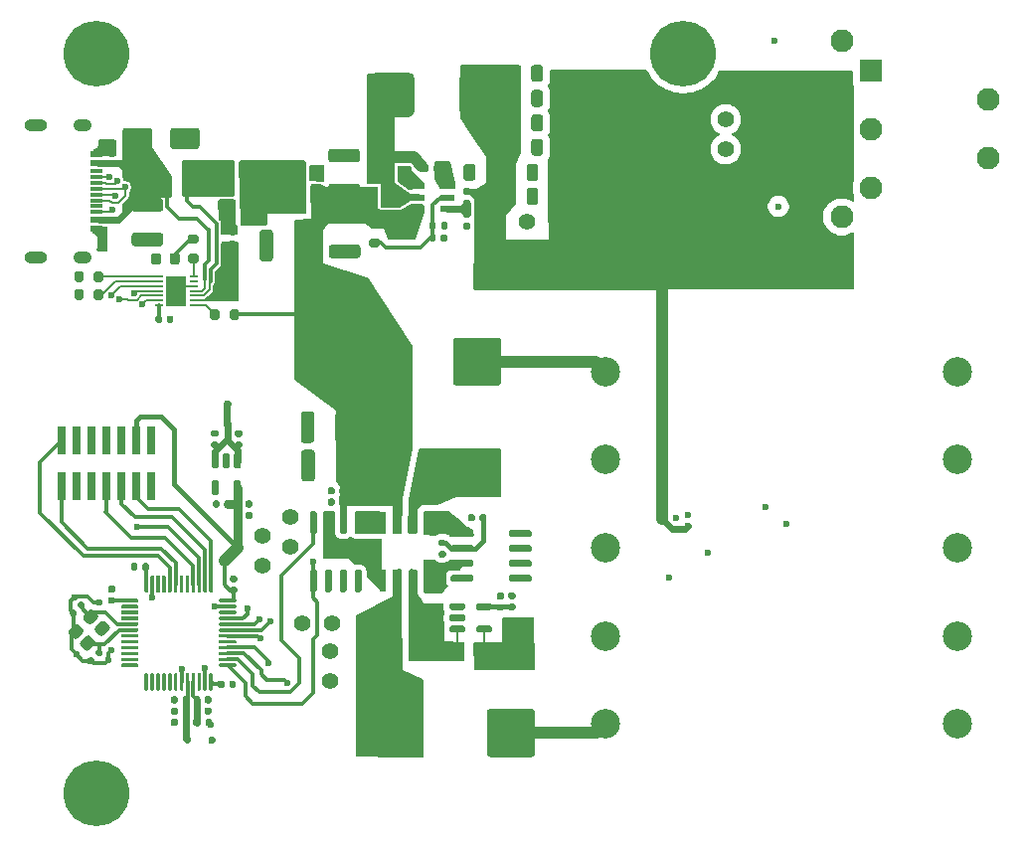
<source format=gbr>
G04 #@! TF.GenerationSoftware,KiCad,Pcbnew,9.0.1+1*
G04 #@! TF.CreationDate,2025-09-08T08:40:54+00:00*
G04 #@! TF.ProjectId,c64psu,63363470-7375-42e6-9b69-6361645f7063,rev?*
G04 #@! TF.SameCoordinates,Original*
G04 #@! TF.FileFunction,Copper,L1,Top*
G04 #@! TF.FilePolarity,Positive*
%FSLAX46Y46*%
G04 Gerber Fmt 4.6, Leading zero omitted, Abs format (unit mm)*
G04 Created by KiCad (PCBNEW 9.0.1+1) date 2025-09-08 08:40:54*
%MOMM*%
%LPD*%
G01*
G04 APERTURE LIST*
G04 #@! TA.AperFunction,ComponentPad*
%ADD10C,2.500000*%
G04 #@! TD*
G04 #@! TA.AperFunction,SMDPad,CuDef*
%ADD11R,0.600000X1.970000*%
G04 #@! TD*
G04 #@! TA.AperFunction,ComponentPad*
%ADD12C,1.400000*%
G04 #@! TD*
G04 #@! TA.AperFunction,SMDPad,CuDef*
%ADD13R,0.800000X0.200000*%
G04 #@! TD*
G04 #@! TA.AperFunction,SMDPad,CuDef*
%ADD14R,1.750000X2.650000*%
G04 #@! TD*
G04 #@! TA.AperFunction,ComponentPad*
%ADD15C,3.600000*%
G04 #@! TD*
G04 #@! TA.AperFunction,ConnectorPad*
%ADD16C,5.600000*%
G04 #@! TD*
G04 #@! TA.AperFunction,SMDPad,CuDef*
%ADD17R,0.700000X0.420000*%
G04 #@! TD*
G04 #@! TA.AperFunction,SMDPad,CuDef*
%ADD18R,1.200000X0.600000*%
G04 #@! TD*
G04 #@! TA.AperFunction,ConnectorPad*
%ADD19R,1.100000X0.600000*%
G04 #@! TD*
G04 #@! TA.AperFunction,ConnectorPad*
%ADD20R,1.100000X0.300000*%
G04 #@! TD*
G04 #@! TA.AperFunction,ComponentPad*
%ADD21O,1.550000X1.050000*%
G04 #@! TD*
G04 #@! TA.AperFunction,ComponentPad*
%ADD22O,1.950000X1.050000*%
G04 #@! TD*
G04 #@! TA.AperFunction,SMDPad,CuDef*
%ADD23R,0.740000X2.400000*%
G04 #@! TD*
G04 #@! TA.AperFunction,ComponentPad*
%ADD24C,1.950000*%
G04 #@! TD*
G04 #@! TA.AperFunction,ComponentPad*
%ADD25R,1.950000X1.950000*%
G04 #@! TD*
G04 #@! TA.AperFunction,ViaPad*
%ADD26C,0.600000*%
G04 #@! TD*
G04 #@! TA.AperFunction,Conductor*
%ADD27C,0.170000*%
G04 #@! TD*
G04 #@! TA.AperFunction,Conductor*
%ADD28C,0.210000*%
G04 #@! TD*
G04 #@! TA.AperFunction,Conductor*
%ADD29C,0.300000*%
G04 #@! TD*
G04 #@! TA.AperFunction,Conductor*
%ADD30C,0.600000*%
G04 #@! TD*
G04 #@! TA.AperFunction,Conductor*
%ADD31C,0.400000*%
G04 #@! TD*
G04 #@! TA.AperFunction,Conductor*
%ADD32C,1.000000*%
G04 #@! TD*
G04 #@! TA.AperFunction,Conductor*
%ADD33C,2.000000*%
G04 #@! TD*
G04 #@! TA.AperFunction,Conductor*
%ADD34C,0.800000*%
G04 #@! TD*
G04 APERTURE END LIST*
D10*
X183370000Y-69110000D03*
X183370000Y-76610000D03*
X183370000Y-84110000D03*
X183370000Y-91610000D03*
X183370000Y-99110000D03*
X213370000Y-69110000D03*
X213370000Y-76610000D03*
X213370000Y-84110000D03*
X213370000Y-91610000D03*
X213370000Y-99110000D03*
D11*
X164355000Y-86915000D03*
X165625000Y-86915000D03*
X166895000Y-86915000D03*
X168165000Y-86915000D03*
X168165000Y-81965000D03*
X166895000Y-81965000D03*
X165625000Y-81965000D03*
X164355000Y-81965000D03*
G04 #@! TA.AperFunction,SMDPad,CuDef*
G36*
G01*
X174732301Y-54655750D02*
X174732301Y-53705750D01*
G75*
G02*
X174982301Y-53455750I250000J0D01*
G01*
X175482301Y-53455750D01*
G75*
G02*
X175732301Y-53705750I0J-250000D01*
G01*
X175732301Y-54655750D01*
G75*
G02*
X175482301Y-54905750I-250000J0D01*
G01*
X174982301Y-54905750D01*
G75*
G02*
X174732301Y-54655750I0J250000D01*
G01*
G37*
G04 #@! TD.AperFunction*
G04 #@! TA.AperFunction,SMDPad,CuDef*
G36*
G01*
X176632299Y-54655750D02*
X176632299Y-53705750D01*
G75*
G02*
X176882299Y-53455750I250000J0D01*
G01*
X177382299Y-53455750D01*
G75*
G02*
X177632299Y-53705750I0J-250000D01*
G01*
X177632299Y-54655750D01*
G75*
G02*
X177382299Y-54905750I-250000J0D01*
G01*
X176882299Y-54905750D01*
G75*
G02*
X176632299Y-54655750I0J250000D01*
G01*
G37*
G04 #@! TD.AperFunction*
D12*
X157500000Y-90520000D03*
X160040000Y-90520000D03*
G04 #@! TA.AperFunction,SMDPad,CuDef*
G36*
G01*
X175138701Y-50490150D02*
X175138701Y-49540150D01*
G75*
G02*
X175388701Y-49290150I250000J0D01*
G01*
X175888701Y-49290150D01*
G75*
G02*
X176138701Y-49540150I0J-250000D01*
G01*
X176138701Y-50490150D01*
G75*
G02*
X175888701Y-50740150I-250000J0D01*
G01*
X175388701Y-50740150D01*
G75*
G02*
X175138701Y-50490150I0J250000D01*
G01*
G37*
G04 #@! TD.AperFunction*
G04 #@! TA.AperFunction,SMDPad,CuDef*
G36*
G01*
X177038699Y-50490150D02*
X177038699Y-49540150D01*
G75*
G02*
X177288699Y-49290150I250000J0D01*
G01*
X177788699Y-49290150D01*
G75*
G02*
X178038699Y-49540150I0J-250000D01*
G01*
X178038699Y-50490150D01*
G75*
G02*
X177788699Y-50740150I-250000J0D01*
G01*
X177288699Y-50740150D01*
G75*
G02*
X177038699Y-50490150I0J250000D01*
G01*
G37*
G04 #@! TD.AperFunction*
X159870000Y-92960001D03*
X159870000Y-95500001D03*
G04 #@! TA.AperFunction,SMDPad,CuDef*
G36*
G01*
X144665000Y-59766250D02*
X144665000Y-59253750D01*
G75*
G02*
X144883750Y-59035000I218750J0D01*
G01*
X145321250Y-59035000D01*
G75*
G02*
X145540000Y-59253750I0J-218750D01*
G01*
X145540000Y-59766250D01*
G75*
G02*
X145321250Y-59985000I-218750J0D01*
G01*
X144883750Y-59985000D01*
G75*
G02*
X144665000Y-59766250I0J218750D01*
G01*
G37*
G04 #@! TD.AperFunction*
G04 #@! TA.AperFunction,SMDPad,CuDef*
G36*
G01*
X146240000Y-59766250D02*
X146240000Y-59253750D01*
G75*
G02*
X146458750Y-59035000I218750J0D01*
G01*
X146896250Y-59035000D01*
G75*
G02*
X147115000Y-59253750I0J-218750D01*
G01*
X147115000Y-59766250D01*
G75*
G02*
X146896250Y-59985000I-218750J0D01*
G01*
X146458750Y-59985000D01*
G75*
G02*
X146240000Y-59766250I0J218750D01*
G01*
G37*
G04 #@! TD.AperFunction*
G04 #@! TA.AperFunction,SMDPad,CuDef*
G36*
G01*
X151454499Y-80227700D02*
X151454499Y-80567700D01*
G75*
G02*
X151314499Y-80707700I-140000J0D01*
G01*
X151034499Y-80707700D01*
G75*
G02*
X150894499Y-80567700I0J140000D01*
G01*
X150894499Y-80227700D01*
G75*
G02*
X151034499Y-80087700I140000J0D01*
G01*
X151314499Y-80087700D01*
G75*
G02*
X151454499Y-80227700I0J-140000D01*
G01*
G37*
G04 #@! TD.AperFunction*
G04 #@! TA.AperFunction,SMDPad,CuDef*
G36*
G01*
X150494499Y-80227700D02*
X150494499Y-80567700D01*
G75*
G02*
X150354499Y-80707700I-140000J0D01*
G01*
X150074499Y-80707700D01*
G75*
G02*
X149934499Y-80567700I0J140000D01*
G01*
X149934499Y-80227700D01*
G75*
G02*
X150074499Y-80087700I140000J0D01*
G01*
X150354499Y-80087700D01*
G75*
G02*
X150494499Y-80227700I0J-140000D01*
G01*
G37*
G04 #@! TD.AperFunction*
D13*
X148317500Y-63436750D03*
X148317500Y-63036750D03*
X148317500Y-62636750D03*
X148317500Y-62236750D03*
X148317500Y-61836750D03*
X148317500Y-61436750D03*
X148317500Y-61036750D03*
X145317500Y-61036750D03*
X145317500Y-61436750D03*
X145317500Y-61836750D03*
X145317500Y-62236750D03*
X145317500Y-62636750D03*
X145317500Y-63036750D03*
X145317500Y-63436750D03*
D14*
X146817500Y-62236750D03*
D15*
X190000000Y-42000000D03*
D16*
X190000000Y-42000000D03*
G04 #@! TA.AperFunction,SMDPad,CuDef*
G36*
G01*
X140577300Y-60763750D02*
X140577300Y-61313750D01*
G75*
G02*
X140377300Y-61513750I-200000J0D01*
G01*
X139977300Y-61513750D01*
G75*
G02*
X139777300Y-61313750I0J200000D01*
G01*
X139777300Y-60763750D01*
G75*
G02*
X139977300Y-60563750I200000J0D01*
G01*
X140377300Y-60563750D01*
G75*
G02*
X140577300Y-60763750I0J-200000D01*
G01*
G37*
G04 #@! TD.AperFunction*
G04 #@! TA.AperFunction,SMDPad,CuDef*
G36*
G01*
X138927300Y-60763750D02*
X138927300Y-61313750D01*
G75*
G02*
X138727300Y-61513750I-200000J0D01*
G01*
X138327300Y-61513750D01*
G75*
G02*
X138127300Y-61313750I0J200000D01*
G01*
X138127300Y-60763750D01*
G75*
G02*
X138327300Y-60563750I200000J0D01*
G01*
X138727300Y-60563750D01*
G75*
G02*
X138927300Y-60763750I0J-200000D01*
G01*
G37*
G04 #@! TD.AperFunction*
G04 #@! TA.AperFunction,SMDPad,CuDef*
G36*
G01*
X174240000Y-87950000D02*
X174580000Y-87950000D01*
G75*
G02*
X174720000Y-88090000I0J-140000D01*
G01*
X174720000Y-88370000D01*
G75*
G02*
X174580000Y-88510000I-140000J0D01*
G01*
X174240000Y-88510000D01*
G75*
G02*
X174100000Y-88370000I0J140000D01*
G01*
X174100000Y-88090000D01*
G75*
G02*
X174240000Y-87950000I140000J0D01*
G01*
G37*
G04 #@! TD.AperFunction*
G04 #@! TA.AperFunction,SMDPad,CuDef*
G36*
G01*
X174240000Y-88910000D02*
X174580000Y-88910000D01*
G75*
G02*
X174720000Y-89050000I0J-140000D01*
G01*
X174720000Y-89330000D01*
G75*
G02*
X174580000Y-89470000I-140000J0D01*
G01*
X174240000Y-89470000D01*
G75*
G02*
X174100000Y-89330000I0J140000D01*
G01*
X174100000Y-89050000D01*
G75*
G02*
X174240000Y-88910000I140000J0D01*
G01*
G37*
G04 #@! TD.AperFunction*
G04 #@! TA.AperFunction,SMDPad,CuDef*
G36*
G01*
X175123500Y-44190950D02*
X175123500Y-43240950D01*
G75*
G02*
X175373500Y-42990950I250000J0D01*
G01*
X175873500Y-42990950D01*
G75*
G02*
X176123500Y-43240950I0J-250000D01*
G01*
X176123500Y-44190950D01*
G75*
G02*
X175873500Y-44440950I-250000J0D01*
G01*
X175373500Y-44440950D01*
G75*
G02*
X175123500Y-44190950I0J250000D01*
G01*
G37*
G04 #@! TD.AperFunction*
G04 #@! TA.AperFunction,SMDPad,CuDef*
G36*
G01*
X177023498Y-44190950D02*
X177023498Y-43240950D01*
G75*
G02*
X177273498Y-42990950I250000J0D01*
G01*
X177773498Y-42990950D01*
G75*
G02*
X178023498Y-43240950I0J-250000D01*
G01*
X178023498Y-44190950D01*
G75*
G02*
X177773498Y-44440950I-250000J0D01*
G01*
X177273498Y-44440950D01*
G75*
G02*
X177023498Y-44190950I0J250000D01*
G01*
G37*
G04 #@! TD.AperFunction*
G04 #@! TA.AperFunction,SMDPad,CuDef*
G36*
G01*
X151410100Y-56958750D02*
X151780100Y-56958750D01*
G75*
G02*
X151915100Y-57093750I0J-135000D01*
G01*
X151915100Y-57363750D01*
G75*
G02*
X151780100Y-57498750I-135000J0D01*
G01*
X151410100Y-57498750D01*
G75*
G02*
X151275100Y-57363750I0J135000D01*
G01*
X151275100Y-57093750D01*
G75*
G02*
X151410100Y-56958750I135000J0D01*
G01*
G37*
G04 #@! TD.AperFunction*
G04 #@! TA.AperFunction,SMDPad,CuDef*
G36*
G01*
X151410100Y-57978748D02*
X151780100Y-57978748D01*
G75*
G02*
X151915100Y-58113748I0J-135000D01*
G01*
X151915100Y-58383748D01*
G75*
G02*
X151780100Y-58518748I-135000J0D01*
G01*
X151410100Y-58518748D01*
G75*
G02*
X151275100Y-58383748I0J135000D01*
G01*
X151275100Y-58113748D01*
G75*
G02*
X151410100Y-57978748I135000J0D01*
G01*
G37*
G04 #@! TD.AperFunction*
G04 #@! TA.AperFunction,SMDPad,CuDef*
G36*
G01*
X148282200Y-98197000D02*
X148282200Y-97857000D01*
G75*
G02*
X148422200Y-97717000I140000J0D01*
G01*
X148702200Y-97717000D01*
G75*
G02*
X148842200Y-97857000I0J-140000D01*
G01*
X148842200Y-98197000D01*
G75*
G02*
X148702200Y-98337000I-140000J0D01*
G01*
X148422200Y-98337000D01*
G75*
G02*
X148282200Y-98197000I0J140000D01*
G01*
G37*
G04 #@! TD.AperFunction*
G04 #@! TA.AperFunction,SMDPad,CuDef*
G36*
G01*
X149242200Y-98197000D02*
X149242200Y-97857000D01*
G75*
G02*
X149382200Y-97717000I140000J0D01*
G01*
X149662200Y-97717000D01*
G75*
G02*
X149802200Y-97857000I0J-140000D01*
G01*
X149802200Y-98197000D01*
G75*
G02*
X149662200Y-98337000I-140000J0D01*
G01*
X149382200Y-98337000D01*
G75*
G02*
X149242200Y-98197000I0J140000D01*
G01*
G37*
G04 #@! TD.AperFunction*
G04 #@! TA.AperFunction,SMDPad,CuDef*
G36*
G01*
X171374500Y-53504350D02*
X171744500Y-53504350D01*
G75*
G02*
X171879500Y-53639350I0J-135000D01*
G01*
X171879500Y-53909350D01*
G75*
G02*
X171744500Y-54044350I-135000J0D01*
G01*
X171374500Y-54044350D01*
G75*
G02*
X171239500Y-53909350I0J135000D01*
G01*
X171239500Y-53639350D01*
G75*
G02*
X171374500Y-53504350I135000J0D01*
G01*
G37*
G04 #@! TD.AperFunction*
G04 #@! TA.AperFunction,SMDPad,CuDef*
G36*
G01*
X171374500Y-54524348D02*
X171744500Y-54524348D01*
G75*
G02*
X171879500Y-54659348I0J-135000D01*
G01*
X171879500Y-54929348D01*
G75*
G02*
X171744500Y-55064348I-135000J0D01*
G01*
X171374500Y-55064348D01*
G75*
G02*
X171239500Y-54929348I0J135000D01*
G01*
X171239500Y-54659348D01*
G75*
G02*
X171374500Y-54524348I135000J0D01*
G01*
G37*
G04 #@! TD.AperFunction*
G04 #@! TA.AperFunction,SMDPad,CuDef*
G36*
G01*
X137957007Y-89997809D02*
X137716591Y-89757393D01*
G75*
G02*
X137716591Y-89559403I98995J98995D01*
G01*
X137914581Y-89361413D01*
G75*
G02*
X138112571Y-89361413I98995J-98995D01*
G01*
X138352987Y-89601829D01*
G75*
G02*
X138352987Y-89799819I-98995J-98995D01*
G01*
X138154997Y-89997809D01*
G75*
G02*
X137957007Y-89997809I-98995J98995D01*
G01*
G37*
G04 #@! TD.AperFunction*
G04 #@! TA.AperFunction,SMDPad,CuDef*
G36*
G01*
X138635829Y-89318987D02*
X138395413Y-89078571D01*
G75*
G02*
X138395413Y-88880581I98995J98995D01*
G01*
X138593403Y-88682591D01*
G75*
G02*
X138791393Y-88682591I98995J-98995D01*
G01*
X139031809Y-88923007D01*
G75*
G02*
X139031809Y-89120997I-98995J-98995D01*
G01*
X138833819Y-89318987D01*
G75*
G02*
X138635829Y-89318987I-98995J98995D01*
G01*
G37*
G04 #@! TD.AperFunction*
G04 #@! TA.AperFunction,SMDPad,CuDef*
G36*
G01*
X145645700Y-53592150D02*
X145645700Y-53042150D01*
G75*
G02*
X145845700Y-52842150I200000J0D01*
G01*
X146245700Y-52842150D01*
G75*
G02*
X146445700Y-53042150I0J-200000D01*
G01*
X146445700Y-53592150D01*
G75*
G02*
X146245700Y-53792150I-200000J0D01*
G01*
X145845700Y-53792150D01*
G75*
G02*
X145645700Y-53592150I0J200000D01*
G01*
G37*
G04 #@! TD.AperFunction*
G04 #@! TA.AperFunction,SMDPad,CuDef*
G36*
G01*
X147295700Y-53592150D02*
X147295700Y-53042150D01*
G75*
G02*
X147495700Y-52842150I200000J0D01*
G01*
X147895700Y-52842150D01*
G75*
G02*
X148095700Y-53042150I0J-200000D01*
G01*
X148095700Y-53592150D01*
G75*
G02*
X147895700Y-53792150I-200000J0D01*
G01*
X147495700Y-53792150D01*
G75*
G02*
X147295700Y-53592150I0J200000D01*
G01*
G37*
G04 #@! TD.AperFunction*
G04 #@! TA.AperFunction,SMDPad,CuDef*
G36*
G01*
X171374500Y-55432751D02*
X171744500Y-55432751D01*
G75*
G02*
X171879500Y-55567751I0J-135000D01*
G01*
X171879500Y-55837751D01*
G75*
G02*
X171744500Y-55972751I-135000J0D01*
G01*
X171374500Y-55972751D01*
G75*
G02*
X171239500Y-55837751I0J135000D01*
G01*
X171239500Y-55567751D01*
G75*
G02*
X171374500Y-55432751I135000J0D01*
G01*
G37*
G04 #@! TD.AperFunction*
G04 #@! TA.AperFunction,SMDPad,CuDef*
G36*
G01*
X171374500Y-56452749D02*
X171744500Y-56452749D01*
G75*
G02*
X171879500Y-56587749I0J-135000D01*
G01*
X171879500Y-56857749D01*
G75*
G02*
X171744500Y-56992749I-135000J0D01*
G01*
X171374500Y-56992749D01*
G75*
G02*
X171239500Y-56857749I0J135000D01*
G01*
X171239500Y-56587749D01*
G75*
G02*
X171374500Y-56452749I135000J0D01*
G01*
G37*
G04 #@! TD.AperFunction*
G04 #@! TA.AperFunction,SMDPad,CuDef*
G36*
G01*
X142281098Y-49903150D02*
X142281098Y-48603150D01*
G75*
G02*
X142531098Y-48353150I250000J0D01*
G01*
X144531098Y-48353150D01*
G75*
G02*
X144781098Y-48603150I0J-250000D01*
G01*
X144781098Y-49903150D01*
G75*
G02*
X144531098Y-50153150I-250000J0D01*
G01*
X142531098Y-50153150D01*
G75*
G02*
X142281098Y-49903150I0J250000D01*
G01*
G37*
G04 #@! TD.AperFunction*
G04 #@! TA.AperFunction,SMDPad,CuDef*
G36*
G01*
X146281100Y-49903150D02*
X146281100Y-48603150D01*
G75*
G02*
X146531100Y-48353150I250000J0D01*
G01*
X148531100Y-48353150D01*
G75*
G02*
X148781100Y-48603150I0J-250000D01*
G01*
X148781100Y-49903150D01*
G75*
G02*
X148531100Y-50153150I-250000J0D01*
G01*
X146531100Y-50153150D01*
G75*
G02*
X146281100Y-49903150I0J250000D01*
G01*
G37*
G04 #@! TD.AperFunction*
G04 #@! TA.AperFunction,SMDPad,CuDef*
G36*
G01*
X150254899Y-75620500D02*
X149914899Y-75620500D01*
G75*
G02*
X149774899Y-75480500I0J140000D01*
G01*
X149774899Y-75200500D01*
G75*
G02*
X149914899Y-75060500I140000J0D01*
G01*
X150254899Y-75060500D01*
G75*
G02*
X150394899Y-75200500I0J-140000D01*
G01*
X150394899Y-75480500D01*
G75*
G02*
X150254899Y-75620500I-140000J0D01*
G01*
G37*
G04 #@! TD.AperFunction*
G04 #@! TA.AperFunction,SMDPad,CuDef*
G36*
G01*
X150254899Y-74660500D02*
X149914899Y-74660500D01*
G75*
G02*
X149774899Y-74520500I0J140000D01*
G01*
X149774899Y-74240500D01*
G75*
G02*
X149914899Y-74100500I140000J0D01*
G01*
X150254899Y-74100500D01*
G75*
G02*
X150394899Y-74240500I0J-140000D01*
G01*
X150394899Y-74520500D01*
G75*
G02*
X150254899Y-74660500I-140000J0D01*
G01*
G37*
G04 #@! TD.AperFunction*
D17*
X158605500Y-54657550D03*
X158605500Y-54007550D03*
X158605500Y-53357550D03*
X158605500Y-52707550D03*
G04 #@! TA.AperFunction,SMDPad,CuDef*
G36*
X156901964Y-55436086D02*
G01*
X156900500Y-55432550D01*
X156900500Y-54987550D01*
X155805500Y-54987550D01*
X155801964Y-54986086D01*
X155800500Y-54982550D01*
X155800500Y-54872550D01*
X155255500Y-54872550D01*
X155251964Y-54871086D01*
X155250500Y-54867550D01*
X155250500Y-54447550D01*
X155251964Y-54444014D01*
X155255500Y-54442550D01*
X155800500Y-54442550D01*
X155800500Y-54222550D01*
X155255500Y-54222550D01*
X155251964Y-54221086D01*
X155250500Y-54217550D01*
X155250500Y-53797550D01*
X155251964Y-53794014D01*
X155255500Y-53792550D01*
X155800500Y-53792550D01*
X155800500Y-53572550D01*
X155255500Y-53572550D01*
X155251964Y-53571086D01*
X155250500Y-53567550D01*
X155250500Y-53147550D01*
X155251964Y-53144014D01*
X155255500Y-53142550D01*
X155800500Y-53142550D01*
X155800500Y-52922550D01*
X155255500Y-52922550D01*
X155251964Y-52921086D01*
X155250500Y-52917550D01*
X155250500Y-52497550D01*
X155251964Y-52494014D01*
X155255500Y-52492550D01*
X155800500Y-52492550D01*
X155800500Y-52382550D01*
X155801964Y-52379014D01*
X155805500Y-52377550D01*
X156900500Y-52377550D01*
X156900500Y-51932550D01*
X156901964Y-51929014D01*
X156905500Y-51927550D01*
X157305500Y-51927550D01*
X157309036Y-51929014D01*
X157310500Y-51932550D01*
X157310500Y-52377550D01*
X157705500Y-52377550D01*
X157709036Y-52379014D01*
X157710500Y-52382550D01*
X157710500Y-54982550D01*
X157709036Y-54986086D01*
X157705500Y-54987550D01*
X157310500Y-54987550D01*
X157310500Y-55432550D01*
X157309036Y-55436086D01*
X157305500Y-55437550D01*
X156905500Y-55437550D01*
X156901964Y-55436086D01*
G37*
G04 #@! TD.AperFunction*
D12*
X156510000Y-84019999D03*
X156510000Y-81479999D03*
G04 #@! TA.AperFunction,SMDPad,CuDef*
G36*
G01*
X161520001Y-72740000D02*
X161520001Y-74940000D01*
G75*
G02*
X161270001Y-75190000I-250000J0D01*
G01*
X160620001Y-75190000D01*
G75*
G02*
X160370001Y-74940000I0J250000D01*
G01*
X160370001Y-72740000D01*
G75*
G02*
X160620001Y-72490000I250000J0D01*
G01*
X161270001Y-72490000D01*
G75*
G02*
X161520001Y-72740000I0J-250000D01*
G01*
G37*
G04 #@! TD.AperFunction*
G04 #@! TA.AperFunction,SMDPad,CuDef*
G36*
G01*
X158569999Y-72740000D02*
X158569999Y-74940000D01*
G75*
G02*
X158319999Y-75190000I-250000J0D01*
G01*
X157669999Y-75190000D01*
G75*
G02*
X157419999Y-74940000I0J250000D01*
G01*
X157419999Y-72740000D01*
G75*
G02*
X157669999Y-72490000I250000J0D01*
G01*
X158319999Y-72490000D01*
G75*
G02*
X158569999Y-72740000I0J-250000D01*
G01*
G37*
G04 #@! TD.AperFunction*
G04 #@! TA.AperFunction,SMDPad,CuDef*
G36*
G01*
X174177899Y-51673750D02*
X174177899Y-52623750D01*
G75*
G02*
X173927899Y-52873750I-250000J0D01*
G01*
X173427899Y-52873750D01*
G75*
G02*
X173177899Y-52623750I0J250000D01*
G01*
X173177899Y-51673750D01*
G75*
G02*
X173427899Y-51423750I250000J0D01*
G01*
X173927899Y-51423750D01*
G75*
G02*
X174177899Y-51673750I0J-250000D01*
G01*
G37*
G04 #@! TD.AperFunction*
G04 #@! TA.AperFunction,SMDPad,CuDef*
G36*
G01*
X172277901Y-51673750D02*
X172277901Y-52623750D01*
G75*
G02*
X172027901Y-52873750I-250000J0D01*
G01*
X171527901Y-52873750D01*
G75*
G02*
X171277901Y-52623750I0J250000D01*
G01*
X171277901Y-51673750D01*
G75*
G02*
X171527901Y-51423750I250000J0D01*
G01*
X172027901Y-51423750D01*
G75*
G02*
X172277901Y-51673750I0J-250000D01*
G01*
G37*
G04 #@! TD.AperFunction*
G04 #@! TA.AperFunction,SMDPad,CuDef*
G36*
G01*
X158640000Y-87895000D02*
X158340000Y-87895000D01*
G75*
G02*
X158190000Y-87745000I0J150000D01*
G01*
X158190000Y-86095000D01*
G75*
G02*
X158340000Y-85945000I150000J0D01*
G01*
X158640000Y-85945000D01*
G75*
G02*
X158790000Y-86095000I0J-150000D01*
G01*
X158790000Y-87745000D01*
G75*
G02*
X158640000Y-87895000I-150000J0D01*
G01*
G37*
G04 #@! TD.AperFunction*
G04 #@! TA.AperFunction,SMDPad,CuDef*
G36*
G01*
X159910000Y-87895000D02*
X159610000Y-87895000D01*
G75*
G02*
X159460000Y-87745000I0J150000D01*
G01*
X159460000Y-86095000D01*
G75*
G02*
X159610000Y-85945000I150000J0D01*
G01*
X159910000Y-85945000D01*
G75*
G02*
X160060000Y-86095000I0J-150000D01*
G01*
X160060000Y-87745000D01*
G75*
G02*
X159910000Y-87895000I-150000J0D01*
G01*
G37*
G04 #@! TD.AperFunction*
G04 #@! TA.AperFunction,SMDPad,CuDef*
G36*
G01*
X161180000Y-87895000D02*
X160880000Y-87895000D01*
G75*
G02*
X160730000Y-87745000I0J150000D01*
G01*
X160730000Y-86095000D01*
G75*
G02*
X160880000Y-85945000I150000J0D01*
G01*
X161180000Y-85945000D01*
G75*
G02*
X161330000Y-86095000I0J-150000D01*
G01*
X161330000Y-87745000D01*
G75*
G02*
X161180000Y-87895000I-150000J0D01*
G01*
G37*
G04 #@! TD.AperFunction*
G04 #@! TA.AperFunction,SMDPad,CuDef*
G36*
G01*
X162450000Y-87895000D02*
X162150000Y-87895000D01*
G75*
G02*
X162000000Y-87745000I0J150000D01*
G01*
X162000000Y-86095000D01*
G75*
G02*
X162150000Y-85945000I150000J0D01*
G01*
X162450000Y-85945000D01*
G75*
G02*
X162600000Y-86095000I0J-150000D01*
G01*
X162600000Y-87745000D01*
G75*
G02*
X162450000Y-87895000I-150000J0D01*
G01*
G37*
G04 #@! TD.AperFunction*
G04 #@! TA.AperFunction,SMDPad,CuDef*
G36*
G01*
X162450000Y-82945000D02*
X162150000Y-82945000D01*
G75*
G02*
X162000000Y-82795000I0J150000D01*
G01*
X162000000Y-81145000D01*
G75*
G02*
X162150000Y-80995000I150000J0D01*
G01*
X162450000Y-80995000D01*
G75*
G02*
X162600000Y-81145000I0J-150000D01*
G01*
X162600000Y-82795000D01*
G75*
G02*
X162450000Y-82945000I-150000J0D01*
G01*
G37*
G04 #@! TD.AperFunction*
G04 #@! TA.AperFunction,SMDPad,CuDef*
G36*
G01*
X161180000Y-82945000D02*
X160880000Y-82945000D01*
G75*
G02*
X160730000Y-82795000I0J150000D01*
G01*
X160730000Y-81145000D01*
G75*
G02*
X160880000Y-80995000I150000J0D01*
G01*
X161180000Y-80995000D01*
G75*
G02*
X161330000Y-81145000I0J-150000D01*
G01*
X161330000Y-82795000D01*
G75*
G02*
X161180000Y-82945000I-150000J0D01*
G01*
G37*
G04 #@! TD.AperFunction*
G04 #@! TA.AperFunction,SMDPad,CuDef*
G36*
G01*
X159910000Y-82945000D02*
X159610000Y-82945000D01*
G75*
G02*
X159460000Y-82795000I0J150000D01*
G01*
X159460000Y-81145000D01*
G75*
G02*
X159610000Y-80995000I150000J0D01*
G01*
X159910000Y-80995000D01*
G75*
G02*
X160060000Y-81145000I0J-150000D01*
G01*
X160060000Y-82795000D01*
G75*
G02*
X159910000Y-82945000I-150000J0D01*
G01*
G37*
G04 #@! TD.AperFunction*
G04 #@! TA.AperFunction,SMDPad,CuDef*
G36*
G01*
X158640000Y-82945000D02*
X158340000Y-82945000D01*
G75*
G02*
X158190000Y-82795000I0J150000D01*
G01*
X158190000Y-81145000D01*
G75*
G02*
X158340000Y-80995000I150000J0D01*
G01*
X158640000Y-80995000D01*
G75*
G02*
X158790000Y-81145000I0J-150000D01*
G01*
X158790000Y-82795000D01*
G75*
G02*
X158640000Y-82945000I-150000J0D01*
G01*
G37*
G04 #@! TD.AperFunction*
G04 #@! TA.AperFunction,SMDPad,CuDef*
G36*
G01*
X152286899Y-75643300D02*
X151946899Y-75643300D01*
G75*
G02*
X151806899Y-75503300I0J140000D01*
G01*
X151806899Y-75223300D01*
G75*
G02*
X151946899Y-75083300I140000J0D01*
G01*
X152286899Y-75083300D01*
G75*
G02*
X152426899Y-75223300I0J-140000D01*
G01*
X152426899Y-75503300D01*
G75*
G02*
X152286899Y-75643300I-140000J0D01*
G01*
G37*
G04 #@! TD.AperFunction*
G04 #@! TA.AperFunction,SMDPad,CuDef*
G36*
G01*
X152286899Y-74683300D02*
X151946899Y-74683300D01*
G75*
G02*
X151806899Y-74543300I0J140000D01*
G01*
X151806899Y-74263300D01*
G75*
G02*
X151946899Y-74123300I140000J0D01*
G01*
X152286899Y-74123300D01*
G75*
G02*
X152426899Y-74263300I0J-140000D01*
G01*
X152426899Y-74543300D01*
G75*
G02*
X152286899Y-74683300I-140000J0D01*
G01*
G37*
G04 #@! TD.AperFunction*
G04 #@! TA.AperFunction,SMDPad,CuDef*
G36*
G01*
X147899800Y-97857000D02*
X147899800Y-98197000D01*
G75*
G02*
X147759800Y-98337000I-140000J0D01*
G01*
X147479800Y-98337000D01*
G75*
G02*
X147339800Y-98197000I0J140000D01*
G01*
X147339800Y-97857000D01*
G75*
G02*
X147479800Y-97717000I140000J0D01*
G01*
X147759800Y-97717000D01*
G75*
G02*
X147899800Y-97857000I0J-140000D01*
G01*
G37*
G04 #@! TD.AperFunction*
G04 #@! TA.AperFunction,SMDPad,CuDef*
G36*
G01*
X146939800Y-97857000D02*
X146939800Y-98197000D01*
G75*
G02*
X146799800Y-98337000I-140000J0D01*
G01*
X146519800Y-98337000D01*
G75*
G02*
X146379800Y-98197000I0J140000D01*
G01*
X146379800Y-97857000D01*
G75*
G02*
X146519800Y-97717000I140000J0D01*
G01*
X146799800Y-97717000D01*
G75*
G02*
X146939800Y-97857000I0J-140000D01*
G01*
G37*
G04 #@! TD.AperFunction*
G04 #@! TA.AperFunction,SMDPad,CuDef*
G36*
G01*
X149822199Y-98807200D02*
X149822199Y-99177200D01*
G75*
G02*
X149687199Y-99312200I-135000J0D01*
G01*
X149417199Y-99312200D01*
G75*
G02*
X149282199Y-99177200I0J135000D01*
G01*
X149282199Y-98807200D01*
G75*
G02*
X149417199Y-98672200I135000J0D01*
G01*
X149687199Y-98672200D01*
G75*
G02*
X149822199Y-98807200I0J-135000D01*
G01*
G37*
G04 #@! TD.AperFunction*
G04 #@! TA.AperFunction,SMDPad,CuDef*
G36*
G01*
X148802201Y-98807200D02*
X148802201Y-99177200D01*
G75*
G02*
X148667201Y-99312200I-135000J0D01*
G01*
X148397201Y-99312200D01*
G75*
G02*
X148262201Y-99177200I0J135000D01*
G01*
X148262201Y-98807200D01*
G75*
G02*
X148397201Y-98672200I135000J0D01*
G01*
X148667201Y-98672200D01*
G75*
G02*
X148802201Y-98807200I0J-135000D01*
G01*
G37*
G04 #@! TD.AperFunction*
G04 #@! TA.AperFunction,SMDPad,CuDef*
G36*
G01*
X142110200Y-88697200D02*
X142110200Y-88547200D01*
G75*
G02*
X142185200Y-88472200I75000J0D01*
G01*
X143510200Y-88472200D01*
G75*
G02*
X143585200Y-88547200I0J-75000D01*
G01*
X143585200Y-88697200D01*
G75*
G02*
X143510200Y-88772200I-75000J0D01*
G01*
X142185200Y-88772200D01*
G75*
G02*
X142110200Y-88697200I0J75000D01*
G01*
G37*
G04 #@! TD.AperFunction*
G04 #@! TA.AperFunction,SMDPad,CuDef*
G36*
G01*
X142110200Y-89197200D02*
X142110200Y-89047200D01*
G75*
G02*
X142185200Y-88972200I75000J0D01*
G01*
X143510200Y-88972200D01*
G75*
G02*
X143585200Y-89047200I0J-75000D01*
G01*
X143585200Y-89197200D01*
G75*
G02*
X143510200Y-89272200I-75000J0D01*
G01*
X142185200Y-89272200D01*
G75*
G02*
X142110200Y-89197200I0J75000D01*
G01*
G37*
G04 #@! TD.AperFunction*
G04 #@! TA.AperFunction,SMDPad,CuDef*
G36*
G01*
X142110200Y-89697200D02*
X142110200Y-89547200D01*
G75*
G02*
X142185200Y-89472200I75000J0D01*
G01*
X143510200Y-89472200D01*
G75*
G02*
X143585200Y-89547200I0J-75000D01*
G01*
X143585200Y-89697200D01*
G75*
G02*
X143510200Y-89772200I-75000J0D01*
G01*
X142185200Y-89772200D01*
G75*
G02*
X142110200Y-89697200I0J75000D01*
G01*
G37*
G04 #@! TD.AperFunction*
G04 #@! TA.AperFunction,SMDPad,CuDef*
G36*
G01*
X142110200Y-90197200D02*
X142110200Y-90047200D01*
G75*
G02*
X142185200Y-89972200I75000J0D01*
G01*
X143510200Y-89972200D01*
G75*
G02*
X143585200Y-90047200I0J-75000D01*
G01*
X143585200Y-90197200D01*
G75*
G02*
X143510200Y-90272200I-75000J0D01*
G01*
X142185200Y-90272200D01*
G75*
G02*
X142110200Y-90197200I0J75000D01*
G01*
G37*
G04 #@! TD.AperFunction*
G04 #@! TA.AperFunction,SMDPad,CuDef*
G36*
G01*
X142110200Y-90697200D02*
X142110200Y-90547200D01*
G75*
G02*
X142185200Y-90472200I75000J0D01*
G01*
X143510200Y-90472200D01*
G75*
G02*
X143585200Y-90547200I0J-75000D01*
G01*
X143585200Y-90697200D01*
G75*
G02*
X143510200Y-90772200I-75000J0D01*
G01*
X142185200Y-90772200D01*
G75*
G02*
X142110200Y-90697200I0J75000D01*
G01*
G37*
G04 #@! TD.AperFunction*
G04 #@! TA.AperFunction,SMDPad,CuDef*
G36*
G01*
X142110200Y-91197200D02*
X142110200Y-91047200D01*
G75*
G02*
X142185200Y-90972200I75000J0D01*
G01*
X143510200Y-90972200D01*
G75*
G02*
X143585200Y-91047200I0J-75000D01*
G01*
X143585200Y-91197200D01*
G75*
G02*
X143510200Y-91272200I-75000J0D01*
G01*
X142185200Y-91272200D01*
G75*
G02*
X142110200Y-91197200I0J75000D01*
G01*
G37*
G04 #@! TD.AperFunction*
G04 #@! TA.AperFunction,SMDPad,CuDef*
G36*
G01*
X142110200Y-91697200D02*
X142110200Y-91547200D01*
G75*
G02*
X142185200Y-91472200I75000J0D01*
G01*
X143510200Y-91472200D01*
G75*
G02*
X143585200Y-91547200I0J-75000D01*
G01*
X143585200Y-91697200D01*
G75*
G02*
X143510200Y-91772200I-75000J0D01*
G01*
X142185200Y-91772200D01*
G75*
G02*
X142110200Y-91697200I0J75000D01*
G01*
G37*
G04 #@! TD.AperFunction*
G04 #@! TA.AperFunction,SMDPad,CuDef*
G36*
G01*
X142110200Y-92197200D02*
X142110200Y-92047200D01*
G75*
G02*
X142185200Y-91972200I75000J0D01*
G01*
X143510200Y-91972200D01*
G75*
G02*
X143585200Y-92047200I0J-75000D01*
G01*
X143585200Y-92197200D01*
G75*
G02*
X143510200Y-92272200I-75000J0D01*
G01*
X142185200Y-92272200D01*
G75*
G02*
X142110200Y-92197200I0J75000D01*
G01*
G37*
G04 #@! TD.AperFunction*
G04 #@! TA.AperFunction,SMDPad,CuDef*
G36*
G01*
X142110200Y-92697200D02*
X142110200Y-92547200D01*
G75*
G02*
X142185200Y-92472200I75000J0D01*
G01*
X143510200Y-92472200D01*
G75*
G02*
X143585200Y-92547200I0J-75000D01*
G01*
X143585200Y-92697200D01*
G75*
G02*
X143510200Y-92772200I-75000J0D01*
G01*
X142185200Y-92772200D01*
G75*
G02*
X142110200Y-92697200I0J75000D01*
G01*
G37*
G04 #@! TD.AperFunction*
G04 #@! TA.AperFunction,SMDPad,CuDef*
G36*
G01*
X142110200Y-93197200D02*
X142110200Y-93047200D01*
G75*
G02*
X142185200Y-92972200I75000J0D01*
G01*
X143510200Y-92972200D01*
G75*
G02*
X143585200Y-93047200I0J-75000D01*
G01*
X143585200Y-93197200D01*
G75*
G02*
X143510200Y-93272200I-75000J0D01*
G01*
X142185200Y-93272200D01*
G75*
G02*
X142110200Y-93197200I0J75000D01*
G01*
G37*
G04 #@! TD.AperFunction*
G04 #@! TA.AperFunction,SMDPad,CuDef*
G36*
G01*
X142110200Y-93697200D02*
X142110200Y-93547200D01*
G75*
G02*
X142185200Y-93472200I75000J0D01*
G01*
X143510200Y-93472200D01*
G75*
G02*
X143585200Y-93547200I0J-75000D01*
G01*
X143585200Y-93697200D01*
G75*
G02*
X143510200Y-93772200I-75000J0D01*
G01*
X142185200Y-93772200D01*
G75*
G02*
X142110200Y-93697200I0J75000D01*
G01*
G37*
G04 #@! TD.AperFunction*
G04 #@! TA.AperFunction,SMDPad,CuDef*
G36*
G01*
X142110200Y-94197200D02*
X142110200Y-94047200D01*
G75*
G02*
X142185200Y-93972200I75000J0D01*
G01*
X143510200Y-93972200D01*
G75*
G02*
X143585200Y-94047200I0J-75000D01*
G01*
X143585200Y-94197200D01*
G75*
G02*
X143510200Y-94272200I-75000J0D01*
G01*
X142185200Y-94272200D01*
G75*
G02*
X142110200Y-94197200I0J75000D01*
G01*
G37*
G04 #@! TD.AperFunction*
G04 #@! TA.AperFunction,SMDPad,CuDef*
G36*
G01*
X144110200Y-96197200D02*
X144110200Y-94872200D01*
G75*
G02*
X144185200Y-94797200I75000J0D01*
G01*
X144335200Y-94797200D01*
G75*
G02*
X144410200Y-94872200I0J-75000D01*
G01*
X144410200Y-96197200D01*
G75*
G02*
X144335200Y-96272200I-75000J0D01*
G01*
X144185200Y-96272200D01*
G75*
G02*
X144110200Y-96197200I0J75000D01*
G01*
G37*
G04 #@! TD.AperFunction*
G04 #@! TA.AperFunction,SMDPad,CuDef*
G36*
G01*
X144610200Y-96197200D02*
X144610200Y-94872200D01*
G75*
G02*
X144685200Y-94797200I75000J0D01*
G01*
X144835200Y-94797200D01*
G75*
G02*
X144910200Y-94872200I0J-75000D01*
G01*
X144910200Y-96197200D01*
G75*
G02*
X144835200Y-96272200I-75000J0D01*
G01*
X144685200Y-96272200D01*
G75*
G02*
X144610200Y-96197200I0J75000D01*
G01*
G37*
G04 #@! TD.AperFunction*
G04 #@! TA.AperFunction,SMDPad,CuDef*
G36*
G01*
X145110200Y-96197200D02*
X145110200Y-94872200D01*
G75*
G02*
X145185200Y-94797200I75000J0D01*
G01*
X145335200Y-94797200D01*
G75*
G02*
X145410200Y-94872200I0J-75000D01*
G01*
X145410200Y-96197200D01*
G75*
G02*
X145335200Y-96272200I-75000J0D01*
G01*
X145185200Y-96272200D01*
G75*
G02*
X145110200Y-96197200I0J75000D01*
G01*
G37*
G04 #@! TD.AperFunction*
G04 #@! TA.AperFunction,SMDPad,CuDef*
G36*
G01*
X145610200Y-96197200D02*
X145610200Y-94872200D01*
G75*
G02*
X145685200Y-94797200I75000J0D01*
G01*
X145835200Y-94797200D01*
G75*
G02*
X145910200Y-94872200I0J-75000D01*
G01*
X145910200Y-96197200D01*
G75*
G02*
X145835200Y-96272200I-75000J0D01*
G01*
X145685200Y-96272200D01*
G75*
G02*
X145610200Y-96197200I0J75000D01*
G01*
G37*
G04 #@! TD.AperFunction*
G04 #@! TA.AperFunction,SMDPad,CuDef*
G36*
G01*
X146110200Y-96197200D02*
X146110200Y-94872200D01*
G75*
G02*
X146185200Y-94797200I75000J0D01*
G01*
X146335200Y-94797200D01*
G75*
G02*
X146410200Y-94872200I0J-75000D01*
G01*
X146410200Y-96197200D01*
G75*
G02*
X146335200Y-96272200I-75000J0D01*
G01*
X146185200Y-96272200D01*
G75*
G02*
X146110200Y-96197200I0J75000D01*
G01*
G37*
G04 #@! TD.AperFunction*
G04 #@! TA.AperFunction,SMDPad,CuDef*
G36*
G01*
X146610200Y-96197200D02*
X146610200Y-94872200D01*
G75*
G02*
X146685200Y-94797200I75000J0D01*
G01*
X146835200Y-94797200D01*
G75*
G02*
X146910200Y-94872200I0J-75000D01*
G01*
X146910200Y-96197200D01*
G75*
G02*
X146835200Y-96272200I-75000J0D01*
G01*
X146685200Y-96272200D01*
G75*
G02*
X146610200Y-96197200I0J75000D01*
G01*
G37*
G04 #@! TD.AperFunction*
G04 #@! TA.AperFunction,SMDPad,CuDef*
G36*
G01*
X147110200Y-96197200D02*
X147110200Y-94872200D01*
G75*
G02*
X147185200Y-94797200I75000J0D01*
G01*
X147335200Y-94797200D01*
G75*
G02*
X147410200Y-94872200I0J-75000D01*
G01*
X147410200Y-96197200D01*
G75*
G02*
X147335200Y-96272200I-75000J0D01*
G01*
X147185200Y-96272200D01*
G75*
G02*
X147110200Y-96197200I0J75000D01*
G01*
G37*
G04 #@! TD.AperFunction*
G04 #@! TA.AperFunction,SMDPad,CuDef*
G36*
G01*
X147610200Y-96197200D02*
X147610200Y-94872200D01*
G75*
G02*
X147685200Y-94797200I75000J0D01*
G01*
X147835200Y-94797200D01*
G75*
G02*
X147910200Y-94872200I0J-75000D01*
G01*
X147910200Y-96197200D01*
G75*
G02*
X147835200Y-96272200I-75000J0D01*
G01*
X147685200Y-96272200D01*
G75*
G02*
X147610200Y-96197200I0J75000D01*
G01*
G37*
G04 #@! TD.AperFunction*
G04 #@! TA.AperFunction,SMDPad,CuDef*
G36*
G01*
X148110200Y-96197200D02*
X148110200Y-94872200D01*
G75*
G02*
X148185200Y-94797200I75000J0D01*
G01*
X148335200Y-94797200D01*
G75*
G02*
X148410200Y-94872200I0J-75000D01*
G01*
X148410200Y-96197200D01*
G75*
G02*
X148335200Y-96272200I-75000J0D01*
G01*
X148185200Y-96272200D01*
G75*
G02*
X148110200Y-96197200I0J75000D01*
G01*
G37*
G04 #@! TD.AperFunction*
G04 #@! TA.AperFunction,SMDPad,CuDef*
G36*
G01*
X148610200Y-96197200D02*
X148610200Y-94872200D01*
G75*
G02*
X148685200Y-94797200I75000J0D01*
G01*
X148835200Y-94797200D01*
G75*
G02*
X148910200Y-94872200I0J-75000D01*
G01*
X148910200Y-96197200D01*
G75*
G02*
X148835200Y-96272200I-75000J0D01*
G01*
X148685200Y-96272200D01*
G75*
G02*
X148610200Y-96197200I0J75000D01*
G01*
G37*
G04 #@! TD.AperFunction*
G04 #@! TA.AperFunction,SMDPad,CuDef*
G36*
G01*
X149110200Y-96197200D02*
X149110200Y-94872200D01*
G75*
G02*
X149185200Y-94797200I75000J0D01*
G01*
X149335200Y-94797200D01*
G75*
G02*
X149410200Y-94872200I0J-75000D01*
G01*
X149410200Y-96197200D01*
G75*
G02*
X149335200Y-96272200I-75000J0D01*
G01*
X149185200Y-96272200D01*
G75*
G02*
X149110200Y-96197200I0J75000D01*
G01*
G37*
G04 #@! TD.AperFunction*
G04 #@! TA.AperFunction,SMDPad,CuDef*
G36*
G01*
X149610200Y-96197200D02*
X149610200Y-94872200D01*
G75*
G02*
X149685200Y-94797200I75000J0D01*
G01*
X149835200Y-94797200D01*
G75*
G02*
X149910200Y-94872200I0J-75000D01*
G01*
X149910200Y-96197200D01*
G75*
G02*
X149835200Y-96272200I-75000J0D01*
G01*
X149685200Y-96272200D01*
G75*
G02*
X149610200Y-96197200I0J75000D01*
G01*
G37*
G04 #@! TD.AperFunction*
G04 #@! TA.AperFunction,SMDPad,CuDef*
G36*
G01*
X150435200Y-94197200D02*
X150435200Y-94047200D01*
G75*
G02*
X150510200Y-93972200I75000J0D01*
G01*
X151835200Y-93972200D01*
G75*
G02*
X151910200Y-94047200I0J-75000D01*
G01*
X151910200Y-94197200D01*
G75*
G02*
X151835200Y-94272200I-75000J0D01*
G01*
X150510200Y-94272200D01*
G75*
G02*
X150435200Y-94197200I0J75000D01*
G01*
G37*
G04 #@! TD.AperFunction*
G04 #@! TA.AperFunction,SMDPad,CuDef*
G36*
G01*
X150435200Y-93697200D02*
X150435200Y-93547200D01*
G75*
G02*
X150510200Y-93472200I75000J0D01*
G01*
X151835200Y-93472200D01*
G75*
G02*
X151910200Y-93547200I0J-75000D01*
G01*
X151910200Y-93697200D01*
G75*
G02*
X151835200Y-93772200I-75000J0D01*
G01*
X150510200Y-93772200D01*
G75*
G02*
X150435200Y-93697200I0J75000D01*
G01*
G37*
G04 #@! TD.AperFunction*
G04 #@! TA.AperFunction,SMDPad,CuDef*
G36*
G01*
X150435200Y-93197200D02*
X150435200Y-93047200D01*
G75*
G02*
X150510200Y-92972200I75000J0D01*
G01*
X151835200Y-92972200D01*
G75*
G02*
X151910200Y-93047200I0J-75000D01*
G01*
X151910200Y-93197200D01*
G75*
G02*
X151835200Y-93272200I-75000J0D01*
G01*
X150510200Y-93272200D01*
G75*
G02*
X150435200Y-93197200I0J75000D01*
G01*
G37*
G04 #@! TD.AperFunction*
G04 #@! TA.AperFunction,SMDPad,CuDef*
G36*
G01*
X150435200Y-92697200D02*
X150435200Y-92547200D01*
G75*
G02*
X150510200Y-92472200I75000J0D01*
G01*
X151835200Y-92472200D01*
G75*
G02*
X151910200Y-92547200I0J-75000D01*
G01*
X151910200Y-92697200D01*
G75*
G02*
X151835200Y-92772200I-75000J0D01*
G01*
X150510200Y-92772200D01*
G75*
G02*
X150435200Y-92697200I0J75000D01*
G01*
G37*
G04 #@! TD.AperFunction*
G04 #@! TA.AperFunction,SMDPad,CuDef*
G36*
G01*
X150435200Y-92197200D02*
X150435200Y-92047200D01*
G75*
G02*
X150510200Y-91972200I75000J0D01*
G01*
X151835200Y-91972200D01*
G75*
G02*
X151910200Y-92047200I0J-75000D01*
G01*
X151910200Y-92197200D01*
G75*
G02*
X151835200Y-92272200I-75000J0D01*
G01*
X150510200Y-92272200D01*
G75*
G02*
X150435200Y-92197200I0J75000D01*
G01*
G37*
G04 #@! TD.AperFunction*
G04 #@! TA.AperFunction,SMDPad,CuDef*
G36*
G01*
X150435200Y-91697200D02*
X150435200Y-91547200D01*
G75*
G02*
X150510200Y-91472200I75000J0D01*
G01*
X151835200Y-91472200D01*
G75*
G02*
X151910200Y-91547200I0J-75000D01*
G01*
X151910200Y-91697200D01*
G75*
G02*
X151835200Y-91772200I-75000J0D01*
G01*
X150510200Y-91772200D01*
G75*
G02*
X150435200Y-91697200I0J75000D01*
G01*
G37*
G04 #@! TD.AperFunction*
G04 #@! TA.AperFunction,SMDPad,CuDef*
G36*
G01*
X150435200Y-91197200D02*
X150435200Y-91047200D01*
G75*
G02*
X150510200Y-90972200I75000J0D01*
G01*
X151835200Y-90972200D01*
G75*
G02*
X151910200Y-91047200I0J-75000D01*
G01*
X151910200Y-91197200D01*
G75*
G02*
X151835200Y-91272200I-75000J0D01*
G01*
X150510200Y-91272200D01*
G75*
G02*
X150435200Y-91197200I0J75000D01*
G01*
G37*
G04 #@! TD.AperFunction*
G04 #@! TA.AperFunction,SMDPad,CuDef*
G36*
G01*
X150435200Y-90697200D02*
X150435200Y-90547200D01*
G75*
G02*
X150510200Y-90472200I75000J0D01*
G01*
X151835200Y-90472200D01*
G75*
G02*
X151910200Y-90547200I0J-75000D01*
G01*
X151910200Y-90697200D01*
G75*
G02*
X151835200Y-90772200I-75000J0D01*
G01*
X150510200Y-90772200D01*
G75*
G02*
X150435200Y-90697200I0J75000D01*
G01*
G37*
G04 #@! TD.AperFunction*
G04 #@! TA.AperFunction,SMDPad,CuDef*
G36*
G01*
X150435200Y-90197200D02*
X150435200Y-90047200D01*
G75*
G02*
X150510200Y-89972200I75000J0D01*
G01*
X151835200Y-89972200D01*
G75*
G02*
X151910200Y-90047200I0J-75000D01*
G01*
X151910200Y-90197200D01*
G75*
G02*
X151835200Y-90272200I-75000J0D01*
G01*
X150510200Y-90272200D01*
G75*
G02*
X150435200Y-90197200I0J75000D01*
G01*
G37*
G04 #@! TD.AperFunction*
G04 #@! TA.AperFunction,SMDPad,CuDef*
G36*
G01*
X150435200Y-89697200D02*
X150435200Y-89547200D01*
G75*
G02*
X150510200Y-89472200I75000J0D01*
G01*
X151835200Y-89472200D01*
G75*
G02*
X151910200Y-89547200I0J-75000D01*
G01*
X151910200Y-89697200D01*
G75*
G02*
X151835200Y-89772200I-75000J0D01*
G01*
X150510200Y-89772200D01*
G75*
G02*
X150435200Y-89697200I0J75000D01*
G01*
G37*
G04 #@! TD.AperFunction*
G04 #@! TA.AperFunction,SMDPad,CuDef*
G36*
G01*
X150435200Y-89197200D02*
X150435200Y-89047200D01*
G75*
G02*
X150510200Y-88972200I75000J0D01*
G01*
X151835200Y-88972200D01*
G75*
G02*
X151910200Y-89047200I0J-75000D01*
G01*
X151910200Y-89197200D01*
G75*
G02*
X151835200Y-89272200I-75000J0D01*
G01*
X150510200Y-89272200D01*
G75*
G02*
X150435200Y-89197200I0J75000D01*
G01*
G37*
G04 #@! TD.AperFunction*
G04 #@! TA.AperFunction,SMDPad,CuDef*
G36*
G01*
X150435200Y-88697200D02*
X150435200Y-88547200D01*
G75*
G02*
X150510200Y-88472200I75000J0D01*
G01*
X151835200Y-88472200D01*
G75*
G02*
X151910200Y-88547200I0J-75000D01*
G01*
X151910200Y-88697200D01*
G75*
G02*
X151835200Y-88772200I-75000J0D01*
G01*
X150510200Y-88772200D01*
G75*
G02*
X150435200Y-88697200I0J75000D01*
G01*
G37*
G04 #@! TD.AperFunction*
G04 #@! TA.AperFunction,SMDPad,CuDef*
G36*
G01*
X149610200Y-87872200D02*
X149610200Y-86547200D01*
G75*
G02*
X149685200Y-86472200I75000J0D01*
G01*
X149835200Y-86472200D01*
G75*
G02*
X149910200Y-86547200I0J-75000D01*
G01*
X149910200Y-87872200D01*
G75*
G02*
X149835200Y-87947200I-75000J0D01*
G01*
X149685200Y-87947200D01*
G75*
G02*
X149610200Y-87872200I0J75000D01*
G01*
G37*
G04 #@! TD.AperFunction*
G04 #@! TA.AperFunction,SMDPad,CuDef*
G36*
G01*
X149110200Y-87872200D02*
X149110200Y-86547200D01*
G75*
G02*
X149185200Y-86472200I75000J0D01*
G01*
X149335200Y-86472200D01*
G75*
G02*
X149410200Y-86547200I0J-75000D01*
G01*
X149410200Y-87872200D01*
G75*
G02*
X149335200Y-87947200I-75000J0D01*
G01*
X149185200Y-87947200D01*
G75*
G02*
X149110200Y-87872200I0J75000D01*
G01*
G37*
G04 #@! TD.AperFunction*
G04 #@! TA.AperFunction,SMDPad,CuDef*
G36*
G01*
X148610200Y-87872200D02*
X148610200Y-86547200D01*
G75*
G02*
X148685200Y-86472200I75000J0D01*
G01*
X148835200Y-86472200D01*
G75*
G02*
X148910200Y-86547200I0J-75000D01*
G01*
X148910200Y-87872200D01*
G75*
G02*
X148835200Y-87947200I-75000J0D01*
G01*
X148685200Y-87947200D01*
G75*
G02*
X148610200Y-87872200I0J75000D01*
G01*
G37*
G04 #@! TD.AperFunction*
G04 #@! TA.AperFunction,SMDPad,CuDef*
G36*
G01*
X148110200Y-87872200D02*
X148110200Y-86547200D01*
G75*
G02*
X148185200Y-86472200I75000J0D01*
G01*
X148335200Y-86472200D01*
G75*
G02*
X148410200Y-86547200I0J-75000D01*
G01*
X148410200Y-87872200D01*
G75*
G02*
X148335200Y-87947200I-75000J0D01*
G01*
X148185200Y-87947200D01*
G75*
G02*
X148110200Y-87872200I0J75000D01*
G01*
G37*
G04 #@! TD.AperFunction*
G04 #@! TA.AperFunction,SMDPad,CuDef*
G36*
G01*
X147610200Y-87872200D02*
X147610200Y-86547200D01*
G75*
G02*
X147685200Y-86472200I75000J0D01*
G01*
X147835200Y-86472200D01*
G75*
G02*
X147910200Y-86547200I0J-75000D01*
G01*
X147910200Y-87872200D01*
G75*
G02*
X147835200Y-87947200I-75000J0D01*
G01*
X147685200Y-87947200D01*
G75*
G02*
X147610200Y-87872200I0J75000D01*
G01*
G37*
G04 #@! TD.AperFunction*
G04 #@! TA.AperFunction,SMDPad,CuDef*
G36*
G01*
X147110200Y-87872200D02*
X147110200Y-86547200D01*
G75*
G02*
X147185200Y-86472200I75000J0D01*
G01*
X147335200Y-86472200D01*
G75*
G02*
X147410200Y-86547200I0J-75000D01*
G01*
X147410200Y-87872200D01*
G75*
G02*
X147335200Y-87947200I-75000J0D01*
G01*
X147185200Y-87947200D01*
G75*
G02*
X147110200Y-87872200I0J75000D01*
G01*
G37*
G04 #@! TD.AperFunction*
G04 #@! TA.AperFunction,SMDPad,CuDef*
G36*
G01*
X146610200Y-87872200D02*
X146610200Y-86547200D01*
G75*
G02*
X146685200Y-86472200I75000J0D01*
G01*
X146835200Y-86472200D01*
G75*
G02*
X146910200Y-86547200I0J-75000D01*
G01*
X146910200Y-87872200D01*
G75*
G02*
X146835200Y-87947200I-75000J0D01*
G01*
X146685200Y-87947200D01*
G75*
G02*
X146610200Y-87872200I0J75000D01*
G01*
G37*
G04 #@! TD.AperFunction*
G04 #@! TA.AperFunction,SMDPad,CuDef*
G36*
G01*
X146110200Y-87872200D02*
X146110200Y-86547200D01*
G75*
G02*
X146185200Y-86472200I75000J0D01*
G01*
X146335200Y-86472200D01*
G75*
G02*
X146410200Y-86547200I0J-75000D01*
G01*
X146410200Y-87872200D01*
G75*
G02*
X146335200Y-87947200I-75000J0D01*
G01*
X146185200Y-87947200D01*
G75*
G02*
X146110200Y-87872200I0J75000D01*
G01*
G37*
G04 #@! TD.AperFunction*
G04 #@! TA.AperFunction,SMDPad,CuDef*
G36*
G01*
X145610200Y-87872200D02*
X145610200Y-86547200D01*
G75*
G02*
X145685200Y-86472200I75000J0D01*
G01*
X145835200Y-86472200D01*
G75*
G02*
X145910200Y-86547200I0J-75000D01*
G01*
X145910200Y-87872200D01*
G75*
G02*
X145835200Y-87947200I-75000J0D01*
G01*
X145685200Y-87947200D01*
G75*
G02*
X145610200Y-87872200I0J75000D01*
G01*
G37*
G04 #@! TD.AperFunction*
G04 #@! TA.AperFunction,SMDPad,CuDef*
G36*
G01*
X145110200Y-87872200D02*
X145110200Y-86547200D01*
G75*
G02*
X145185200Y-86472200I75000J0D01*
G01*
X145335200Y-86472200D01*
G75*
G02*
X145410200Y-86547200I0J-75000D01*
G01*
X145410200Y-87872200D01*
G75*
G02*
X145335200Y-87947200I-75000J0D01*
G01*
X145185200Y-87947200D01*
G75*
G02*
X145110200Y-87872200I0J75000D01*
G01*
G37*
G04 #@! TD.AperFunction*
G04 #@! TA.AperFunction,SMDPad,CuDef*
G36*
G01*
X144610200Y-87872200D02*
X144610200Y-86547200D01*
G75*
G02*
X144685200Y-86472200I75000J0D01*
G01*
X144835200Y-86472200D01*
G75*
G02*
X144910200Y-86547200I0J-75000D01*
G01*
X144910200Y-87872200D01*
G75*
G02*
X144835200Y-87947200I-75000J0D01*
G01*
X144685200Y-87947200D01*
G75*
G02*
X144610200Y-87872200I0J75000D01*
G01*
G37*
G04 #@! TD.AperFunction*
G04 #@! TA.AperFunction,SMDPad,CuDef*
G36*
G01*
X144110200Y-87872200D02*
X144110200Y-86547200D01*
G75*
G02*
X144185200Y-86472200I75000J0D01*
G01*
X144335200Y-86472200D01*
G75*
G02*
X144410200Y-86547200I0J-75000D01*
G01*
X144410200Y-87872200D01*
G75*
G02*
X144335200Y-87947200I-75000J0D01*
G01*
X144185200Y-87947200D01*
G75*
G02*
X144110200Y-87872200I0J75000D01*
G01*
G37*
G04 #@! TD.AperFunction*
D18*
X167363100Y-53332350D03*
X167363100Y-54282350D03*
X167363100Y-55232350D03*
X169863100Y-55232350D03*
X169863100Y-54282350D03*
X169863100Y-53332350D03*
G04 #@! TA.AperFunction,SMDPad,CuDef*
G36*
G01*
X159740000Y-79430000D02*
X159740000Y-79090000D01*
G75*
G02*
X159880000Y-78950000I140000J0D01*
G01*
X160160000Y-78950000D01*
G75*
G02*
X160300000Y-79090000I0J-140000D01*
G01*
X160300000Y-79430000D01*
G75*
G02*
X160160000Y-79570000I-140000J0D01*
G01*
X159880000Y-79570000D01*
G75*
G02*
X159740000Y-79430000I0J140000D01*
G01*
G37*
G04 #@! TD.AperFunction*
G04 #@! TA.AperFunction,SMDPad,CuDef*
G36*
G01*
X160700000Y-79430000D02*
X160700000Y-79090000D01*
G75*
G02*
X160840000Y-78950000I140000J0D01*
G01*
X161120000Y-78950000D01*
G75*
G02*
X161260000Y-79090000I0J-140000D01*
G01*
X161260000Y-79430000D01*
G75*
G02*
X161120000Y-79570000I-140000J0D01*
G01*
X160840000Y-79570000D01*
G75*
G02*
X160700000Y-79430000I0J140000D01*
G01*
G37*
G04 #@! TD.AperFunction*
D19*
X140000000Y-50575000D03*
X140000000Y-51375000D03*
D20*
X139999999Y-52525000D03*
X140000000Y-53525000D03*
X140000000Y-54025000D03*
X139999999Y-55025000D03*
D19*
X140000000Y-56975000D03*
X140000000Y-56175000D03*
D20*
X140000000Y-55525000D03*
X140000000Y-54525000D03*
X140000000Y-53025000D03*
X140000000Y-52025000D03*
D21*
X138850000Y-48155000D03*
X138850000Y-59395000D03*
D22*
X134850000Y-48155000D03*
X134850000Y-59395000D03*
G04 #@! TA.AperFunction,SMDPad,CuDef*
G36*
G01*
X153899999Y-59475000D02*
X153899999Y-57275000D01*
G75*
G02*
X154149999Y-57025000I250000J0D01*
G01*
X154799999Y-57025000D01*
G75*
G02*
X155049999Y-57275000I0J-250000D01*
G01*
X155049999Y-59475000D01*
G75*
G02*
X154799999Y-59725000I-250000J0D01*
G01*
X154149999Y-59725000D01*
G75*
G02*
X153899999Y-59475000I0J250000D01*
G01*
G37*
G04 #@! TD.AperFunction*
G04 #@! TA.AperFunction,SMDPad,CuDef*
G36*
G01*
X156850001Y-59475000D02*
X156850001Y-57275000D01*
G75*
G02*
X157100001Y-57025000I250000J0D01*
G01*
X157750001Y-57025000D01*
G75*
G02*
X158000001Y-57275000I0J-250000D01*
G01*
X158000001Y-59475000D01*
G75*
G02*
X157750001Y-59725000I-250000J0D01*
G01*
X157100001Y-59725000D01*
G75*
G02*
X156850001Y-59475000I0J250000D01*
G01*
G37*
G04 #@! TD.AperFunction*
G04 #@! TA.AperFunction,SMDPad,CuDef*
G36*
G01*
X169630400Y-84945999D02*
X169290400Y-84945999D01*
G75*
G02*
X169150400Y-84805999I0J140000D01*
G01*
X169150400Y-84525999D01*
G75*
G02*
X169290400Y-84385999I140000J0D01*
G01*
X169630400Y-84385999D01*
G75*
G02*
X169770400Y-84525999I0J-140000D01*
G01*
X169770400Y-84805999D01*
G75*
G02*
X169630400Y-84945999I-140000J0D01*
G01*
G37*
G04 #@! TD.AperFunction*
G04 #@! TA.AperFunction,SMDPad,CuDef*
G36*
G01*
X169630400Y-83985999D02*
X169290400Y-83985999D01*
G75*
G02*
X169150400Y-83845999I0J140000D01*
G01*
X169150400Y-83565999D01*
G75*
G02*
X169290400Y-83425999I140000J0D01*
G01*
X169630400Y-83425999D01*
G75*
G02*
X169770400Y-83565999I0J-140000D01*
G01*
X169770400Y-83845999D01*
G75*
G02*
X169630400Y-83985999I-140000J0D01*
G01*
G37*
G04 #@! TD.AperFunction*
G04 #@! TA.AperFunction,SMDPad,CuDef*
G36*
G01*
X141490600Y-88881000D02*
X141150600Y-88881000D01*
G75*
G02*
X141010600Y-88741000I0J140000D01*
G01*
X141010600Y-88461000D01*
G75*
G02*
X141150600Y-88321000I140000J0D01*
G01*
X141490600Y-88321000D01*
G75*
G02*
X141630600Y-88461000I0J-140000D01*
G01*
X141630600Y-88741000D01*
G75*
G02*
X141490600Y-88881000I-140000J0D01*
G01*
G37*
G04 #@! TD.AperFunction*
G04 #@! TA.AperFunction,SMDPad,CuDef*
G36*
G01*
X141490600Y-87921000D02*
X141150600Y-87921000D01*
G75*
G02*
X141010600Y-87781000I0J140000D01*
G01*
X141010600Y-87501000D01*
G75*
G02*
X141150600Y-87361000I140000J0D01*
G01*
X141490600Y-87361000D01*
G75*
G02*
X141630600Y-87501000I0J-140000D01*
G01*
X141630600Y-87781000D01*
G75*
G02*
X141490600Y-87921000I-140000J0D01*
G01*
G37*
G04 #@! TD.AperFunction*
G04 #@! TA.AperFunction,SMDPad,CuDef*
G36*
G01*
X143250000Y-54340000D02*
X145450000Y-54340000D01*
G75*
G02*
X145700000Y-54590000I0J-250000D01*
G01*
X145700000Y-55240000D01*
G75*
G02*
X145450000Y-55490000I-250000J0D01*
G01*
X143250000Y-55490000D01*
G75*
G02*
X143000000Y-55240000I0J250000D01*
G01*
X143000000Y-54590000D01*
G75*
G02*
X143250000Y-54340000I250000J0D01*
G01*
G37*
G04 #@! TD.AperFunction*
G04 #@! TA.AperFunction,SMDPad,CuDef*
G36*
G01*
X143250000Y-57290000D02*
X145450000Y-57290000D01*
G75*
G02*
X145700000Y-57540000I0J-250000D01*
G01*
X145700000Y-58190000D01*
G75*
G02*
X145450000Y-58440000I-250000J0D01*
G01*
X143250000Y-58440000D01*
G75*
G02*
X143000000Y-58190000I0J250000D01*
G01*
X143000000Y-57540000D01*
G75*
G02*
X143250000Y-57290000I250000J0D01*
G01*
G37*
G04 #@! TD.AperFunction*
G04 #@! TA.AperFunction,SMDPad,CuDef*
G36*
G01*
X166542001Y-47469750D02*
X163847001Y-47469750D01*
G75*
G02*
X163269501Y-46892250I0J577500D01*
G01*
X163269501Y-44197250D01*
G75*
G02*
X163847001Y-43619750I577500J0D01*
G01*
X166542001Y-43619750D01*
G75*
G02*
X167119501Y-44197250I0J-577500D01*
G01*
X167119501Y-46892250D01*
G75*
G02*
X166542001Y-47469750I-577500J0D01*
G01*
G37*
G04 #@! TD.AperFunction*
G04 #@! TA.AperFunction,SMDPad,CuDef*
G36*
G01*
X174191999Y-47469750D02*
X171496999Y-47469750D01*
G75*
G02*
X170919499Y-46892250I0J577500D01*
G01*
X170919499Y-44197250D01*
G75*
G02*
X171496999Y-43619750I577500J0D01*
G01*
X174191999Y-43619750D01*
G75*
G02*
X174769499Y-44197250I0J-577500D01*
G01*
X174769499Y-46892250D01*
G75*
G02*
X174191999Y-47469750I-577500J0D01*
G01*
G37*
G04 #@! TD.AperFunction*
D17*
X151365100Y-52697750D03*
X151365100Y-53347750D03*
X151365100Y-53997750D03*
X151365100Y-54647750D03*
G04 #@! TA.AperFunction,SMDPad,CuDef*
G36*
X153068636Y-51919214D02*
G01*
X153070100Y-51922750D01*
X153070100Y-52367750D01*
X154165100Y-52367750D01*
X154168636Y-52369214D01*
X154170100Y-52372750D01*
X154170100Y-52482750D01*
X154715100Y-52482750D01*
X154718636Y-52484214D01*
X154720100Y-52487750D01*
X154720100Y-52907750D01*
X154718636Y-52911286D01*
X154715100Y-52912750D01*
X154170100Y-52912750D01*
X154170100Y-53132750D01*
X154715100Y-53132750D01*
X154718636Y-53134214D01*
X154720100Y-53137750D01*
X154720100Y-53557750D01*
X154718636Y-53561286D01*
X154715100Y-53562750D01*
X154170100Y-53562750D01*
X154170100Y-53782750D01*
X154715100Y-53782750D01*
X154718636Y-53784214D01*
X154720100Y-53787750D01*
X154720100Y-54207750D01*
X154718636Y-54211286D01*
X154715100Y-54212750D01*
X154170100Y-54212750D01*
X154170100Y-54432750D01*
X154715100Y-54432750D01*
X154718636Y-54434214D01*
X154720100Y-54437750D01*
X154720100Y-54857750D01*
X154718636Y-54861286D01*
X154715100Y-54862750D01*
X154170100Y-54862750D01*
X154170100Y-54972750D01*
X154168636Y-54976286D01*
X154165100Y-54977750D01*
X153070100Y-54977750D01*
X153070100Y-55422750D01*
X153068636Y-55426286D01*
X153065100Y-55427750D01*
X152665100Y-55427750D01*
X152661564Y-55426286D01*
X152660100Y-55422750D01*
X152660100Y-54977750D01*
X152265100Y-54977750D01*
X152261564Y-54976286D01*
X152260100Y-54972750D01*
X152260100Y-52372750D01*
X152261564Y-52369214D01*
X152265100Y-52367750D01*
X152660100Y-52367750D01*
X152660100Y-51922750D01*
X152661564Y-51919214D01*
X152665100Y-51917750D01*
X153065100Y-51917750D01*
X153068636Y-51919214D01*
G37*
G04 #@! TD.AperFunction*
D12*
X154120000Y-83130000D03*
X154120000Y-85670000D03*
D15*
X140000000Y-105000000D03*
D16*
X140000000Y-105000000D03*
D23*
X144673400Y-74944200D03*
X144673400Y-78844200D03*
X143403400Y-74944200D03*
X143403400Y-78844200D03*
X142133400Y-74944200D03*
X142133400Y-78844200D03*
X140863400Y-74944200D03*
X140863400Y-78844200D03*
X139593400Y-74944200D03*
X139593400Y-78844200D03*
X138323400Y-74944200D03*
X138323400Y-78844200D03*
X137053400Y-74944200D03*
X137053400Y-78844200D03*
G04 #@! TA.AperFunction,SMDPad,CuDef*
G36*
G01*
X142948200Y-85903400D02*
X142948200Y-85563400D01*
G75*
G02*
X143088200Y-85423400I140000J0D01*
G01*
X143368200Y-85423400D01*
G75*
G02*
X143508200Y-85563400I0J-140000D01*
G01*
X143508200Y-85903400D01*
G75*
G02*
X143368200Y-86043400I-140000J0D01*
G01*
X143088200Y-86043400D01*
G75*
G02*
X142948200Y-85903400I0J140000D01*
G01*
G37*
G04 #@! TD.AperFunction*
G04 #@! TA.AperFunction,SMDPad,CuDef*
G36*
G01*
X143908200Y-85903400D02*
X143908200Y-85563400D01*
G75*
G02*
X144048200Y-85423400I140000J0D01*
G01*
X144328200Y-85423400D01*
G75*
G02*
X144468200Y-85563400I0J-140000D01*
G01*
X144468200Y-85903400D01*
G75*
G02*
X144328200Y-86043400I-140000J0D01*
G01*
X144048200Y-86043400D01*
G75*
G02*
X143908200Y-85903400I0J140000D01*
G01*
G37*
G04 #@! TD.AperFunction*
G04 #@! TA.AperFunction,SMDPad,CuDef*
G36*
G01*
X175138701Y-46324550D02*
X175138701Y-45374550D01*
G75*
G02*
X175388701Y-45124550I250000J0D01*
G01*
X175888701Y-45124550D01*
G75*
G02*
X176138701Y-45374550I0J-250000D01*
G01*
X176138701Y-46324550D01*
G75*
G02*
X175888701Y-46574550I-250000J0D01*
G01*
X175388701Y-46574550D01*
G75*
G02*
X175138701Y-46324550I0J250000D01*
G01*
G37*
G04 #@! TD.AperFunction*
G04 #@! TA.AperFunction,SMDPad,CuDef*
G36*
G01*
X177038699Y-46324550D02*
X177038699Y-45374550D01*
G75*
G02*
X177288699Y-45124550I250000J0D01*
G01*
X177788699Y-45124550D01*
G75*
G02*
X178038699Y-45374550I0J-250000D01*
G01*
X178038699Y-46324550D01*
G75*
G02*
X177788699Y-46574550I-250000J0D01*
G01*
X177288699Y-46574550D01*
G75*
G02*
X177038699Y-46324550I0J250000D01*
G01*
G37*
G04 #@! TD.AperFunction*
G04 #@! TA.AperFunction,SMDPad,CuDef*
G36*
G01*
X140572300Y-62273750D02*
X140572300Y-62823750D01*
G75*
G02*
X140372300Y-63023750I-200000J0D01*
G01*
X139972300Y-63023750D01*
G75*
G02*
X139772300Y-62823750I0J200000D01*
G01*
X139772300Y-62273750D01*
G75*
G02*
X139972300Y-62073750I200000J0D01*
G01*
X140372300Y-62073750D01*
G75*
G02*
X140572300Y-62273750I0J-200000D01*
G01*
G37*
G04 #@! TD.AperFunction*
G04 #@! TA.AperFunction,SMDPad,CuDef*
G36*
G01*
X138922300Y-62273750D02*
X138922300Y-62823750D01*
G75*
G02*
X138722300Y-63023750I-200000J0D01*
G01*
X138322300Y-63023750D01*
G75*
G02*
X138122300Y-62823750I0J200000D01*
G01*
X138122300Y-62273750D01*
G75*
G02*
X138322300Y-62073750I200000J0D01*
G01*
X138722300Y-62073750D01*
G75*
G02*
X138922300Y-62273750I0J-200000D01*
G01*
G37*
G04 #@! TD.AperFunction*
G04 #@! TA.AperFunction,SMDPad,CuDef*
G36*
G01*
X150365000Y-95911000D02*
X150365000Y-95571000D01*
G75*
G02*
X150505000Y-95431000I140000J0D01*
G01*
X150785000Y-95431000D01*
G75*
G02*
X150925000Y-95571000I0J-140000D01*
G01*
X150925000Y-95911000D01*
G75*
G02*
X150785000Y-96051000I-140000J0D01*
G01*
X150505000Y-96051000D01*
G75*
G02*
X150365000Y-95911000I0J140000D01*
G01*
G37*
G04 #@! TD.AperFunction*
G04 #@! TA.AperFunction,SMDPad,CuDef*
G36*
G01*
X151325000Y-95911000D02*
X151325000Y-95571000D01*
G75*
G02*
X151465000Y-95431000I140000J0D01*
G01*
X151745000Y-95431000D01*
G75*
G02*
X151885000Y-95571000I0J-140000D01*
G01*
X151885000Y-95911000D01*
G75*
G02*
X151745000Y-96051000I-140000J0D01*
G01*
X151465000Y-96051000D01*
G75*
G02*
X151325000Y-95911000I0J140000D01*
G01*
G37*
G04 #@! TD.AperFunction*
G04 #@! TA.AperFunction,SMDPad,CuDef*
G36*
G01*
X139036646Y-92815256D02*
X138683093Y-92461703D01*
G75*
G02*
X138683093Y-92108149I176777J176777D01*
G01*
X139142712Y-91648530D01*
G75*
G02*
X139496266Y-91648530I176777J-176777D01*
G01*
X139849819Y-92002083D01*
G75*
G02*
X139849819Y-92355637I-176777J-176777D01*
G01*
X139390200Y-92815256D01*
G75*
G02*
X139036646Y-92815256I-176777J176777D01*
G01*
G37*
G04 #@! TD.AperFunction*
G04 #@! TA.AperFunction,SMDPad,CuDef*
G36*
G01*
X140274083Y-91577819D02*
X139920530Y-91224266D01*
G75*
G02*
X139920530Y-90870712I176777J176777D01*
G01*
X140380149Y-90411093D01*
G75*
G02*
X140733703Y-90411093I176777J-176777D01*
G01*
X141087256Y-90764646D01*
G75*
G02*
X141087256Y-91118200I-176777J-176777D01*
G01*
X140627637Y-91577819D01*
G75*
G02*
X140274083Y-91577819I-176777J176777D01*
G01*
G37*
G04 #@! TD.AperFunction*
G04 #@! TA.AperFunction,SMDPad,CuDef*
G36*
G01*
X139284134Y-90587870D02*
X138930581Y-90234317D01*
G75*
G02*
X138930581Y-89880763I176777J176777D01*
G01*
X139390200Y-89421144D01*
G75*
G02*
X139743754Y-89421144I176777J-176777D01*
G01*
X140097307Y-89774697D01*
G75*
G02*
X140097307Y-90128251I-176777J-176777D01*
G01*
X139637688Y-90587870D01*
G75*
G02*
X139284134Y-90587870I-176777J176777D01*
G01*
G37*
G04 #@! TD.AperFunction*
G04 #@! TA.AperFunction,SMDPad,CuDef*
G36*
G01*
X138046697Y-91825307D02*
X137693144Y-91471754D01*
G75*
G02*
X137693144Y-91118200I176777J176777D01*
G01*
X138152763Y-90658581D01*
G75*
G02*
X138506317Y-90658581I176777J-176777D01*
G01*
X138859870Y-91012134D01*
G75*
G02*
X138859870Y-91365688I-176777J-176777D01*
G01*
X138400251Y-91825307D01*
G75*
G02*
X138046697Y-91825307I-176777J176777D01*
G01*
G37*
G04 #@! TD.AperFunction*
G04 #@! TA.AperFunction,SMDPad,CuDef*
G36*
G01*
X173190000Y-81390000D02*
X173190000Y-81730000D01*
G75*
G02*
X173050000Y-81870000I-140000J0D01*
G01*
X172770000Y-81870000D01*
G75*
G02*
X172630000Y-81730000I0J140000D01*
G01*
X172630000Y-81390000D01*
G75*
G02*
X172770000Y-81250000I140000J0D01*
G01*
X173050000Y-81250000D01*
G75*
G02*
X173190000Y-81390000I0J-140000D01*
G01*
G37*
G04 #@! TD.AperFunction*
G04 #@! TA.AperFunction,SMDPad,CuDef*
G36*
G01*
X172230000Y-81390000D02*
X172230000Y-81730000D01*
G75*
G02*
X172090000Y-81870000I-140000J0D01*
G01*
X171810000Y-81870000D01*
G75*
G02*
X171670000Y-81730000I0J140000D01*
G01*
X171670000Y-81390000D01*
G75*
G02*
X171810000Y-81250000I140000J0D01*
G01*
X172090000Y-81250000D01*
G75*
G02*
X172230000Y-81390000I0J-140000D01*
G01*
G37*
G04 #@! TD.AperFunction*
G04 #@! TA.AperFunction,SMDPad,CuDef*
G36*
G01*
X147942599Y-98807200D02*
X147942599Y-99177200D01*
G75*
G02*
X147807599Y-99312200I-135000J0D01*
G01*
X147537599Y-99312200D01*
G75*
G02*
X147402599Y-99177200I0J135000D01*
G01*
X147402599Y-98807200D01*
G75*
G02*
X147537599Y-98672200I135000J0D01*
G01*
X147807599Y-98672200D01*
G75*
G02*
X147942599Y-98807200I0J-135000D01*
G01*
G37*
G04 #@! TD.AperFunction*
G04 #@! TA.AperFunction,SMDPad,CuDef*
G36*
G01*
X146922601Y-98807200D02*
X146922601Y-99177200D01*
G75*
G02*
X146787601Y-99312200I-135000J0D01*
G01*
X146517601Y-99312200D01*
G75*
G02*
X146382601Y-99177200I0J135000D01*
G01*
X146382601Y-98807200D01*
G75*
G02*
X146517601Y-98672200I135000J0D01*
G01*
X146787601Y-98672200D01*
G75*
G02*
X146922601Y-98807200I0J-135000D01*
G01*
G37*
G04 #@! TD.AperFunction*
G04 #@! TA.AperFunction,SMDPad,CuDef*
G36*
G01*
X168341101Y-56854949D02*
X168341101Y-56484949D01*
G75*
G02*
X168476101Y-56349949I135000J0D01*
G01*
X168746101Y-56349949D01*
G75*
G02*
X168881101Y-56484949I0J-135000D01*
G01*
X168881101Y-56854949D01*
G75*
G02*
X168746101Y-56989949I-135000J0D01*
G01*
X168476101Y-56989949D01*
G75*
G02*
X168341101Y-56854949I0J135000D01*
G01*
G37*
G04 #@! TD.AperFunction*
G04 #@! TA.AperFunction,SMDPad,CuDef*
G36*
G01*
X169361099Y-56854949D02*
X169361099Y-56484949D01*
G75*
G02*
X169496099Y-56349949I135000J0D01*
G01*
X169766099Y-56349949D01*
G75*
G02*
X169901099Y-56484949I0J-135000D01*
G01*
X169901099Y-56854949D01*
G75*
G02*
X169766099Y-56989949I-135000J0D01*
G01*
X169496099Y-56989949D01*
G75*
G02*
X169361099Y-56854949I0J135000D01*
G01*
G37*
G04 #@! TD.AperFunction*
G04 #@! TA.AperFunction,SMDPad,CuDef*
G36*
G01*
X151864198Y-76057700D02*
X152164198Y-76057700D01*
G75*
G02*
X152314198Y-76207700I0J-150000D01*
G01*
X152314198Y-77232700D01*
G75*
G02*
X152164198Y-77382700I-150000J0D01*
G01*
X151864198Y-77382700D01*
G75*
G02*
X151714198Y-77232700I0J150000D01*
G01*
X151714198Y-76207700D01*
G75*
G02*
X151864198Y-76057700I150000J0D01*
G01*
G37*
G04 #@! TD.AperFunction*
G04 #@! TA.AperFunction,SMDPad,CuDef*
G36*
G01*
X150914199Y-76057700D02*
X151214199Y-76057700D01*
G75*
G02*
X151364199Y-76207700I0J-150000D01*
G01*
X151364199Y-77232700D01*
G75*
G02*
X151214199Y-77382700I-150000J0D01*
G01*
X150914199Y-77382700D01*
G75*
G02*
X150764199Y-77232700I0J150000D01*
G01*
X150764199Y-76207700D01*
G75*
G02*
X150914199Y-76057700I150000J0D01*
G01*
G37*
G04 #@! TD.AperFunction*
G04 #@! TA.AperFunction,SMDPad,CuDef*
G36*
G01*
X149964200Y-76057700D02*
X150264200Y-76057700D01*
G75*
G02*
X150414200Y-76207700I0J-150000D01*
G01*
X150414200Y-77232700D01*
G75*
G02*
X150264200Y-77382700I-150000J0D01*
G01*
X149964200Y-77382700D01*
G75*
G02*
X149814200Y-77232700I0J150000D01*
G01*
X149814200Y-76207700D01*
G75*
G02*
X149964200Y-76057700I150000J0D01*
G01*
G37*
G04 #@! TD.AperFunction*
G04 #@! TA.AperFunction,SMDPad,CuDef*
G36*
G01*
X149964200Y-78332700D02*
X150264200Y-78332700D01*
G75*
G02*
X150414200Y-78482700I0J-150000D01*
G01*
X150414200Y-79507700D01*
G75*
G02*
X150264200Y-79657700I-150000J0D01*
G01*
X149964200Y-79657700D01*
G75*
G02*
X149814200Y-79507700I0J150000D01*
G01*
X149814200Y-78482700D01*
G75*
G02*
X149964200Y-78332700I150000J0D01*
G01*
G37*
G04 #@! TD.AperFunction*
G04 #@! TA.AperFunction,SMDPad,CuDef*
G36*
G01*
X151864198Y-78332700D02*
X152164198Y-78332700D01*
G75*
G02*
X152314198Y-78482700I0J-150000D01*
G01*
X152314198Y-79507700D01*
G75*
G02*
X152164198Y-79657700I-150000J0D01*
G01*
X151864198Y-79657700D01*
G75*
G02*
X151714198Y-79507700I0J150000D01*
G01*
X151714198Y-78482700D01*
G75*
G02*
X151864198Y-78332700I150000J0D01*
G01*
G37*
G04 #@! TD.AperFunction*
G04 #@! TA.AperFunction,SMDPad,CuDef*
G36*
G01*
X159994700Y-50149549D02*
X162194700Y-50149549D01*
G75*
G02*
X162444700Y-50399549I0J-250000D01*
G01*
X162444700Y-51049549D01*
G75*
G02*
X162194700Y-51299549I-250000J0D01*
G01*
X159994700Y-51299549D01*
G75*
G02*
X159744700Y-51049549I0J250000D01*
G01*
X159744700Y-50399549D01*
G75*
G02*
X159994700Y-50149549I250000J0D01*
G01*
G37*
G04 #@! TD.AperFunction*
G04 #@! TA.AperFunction,SMDPad,CuDef*
G36*
G01*
X159994700Y-53099551D02*
X162194700Y-53099551D01*
G75*
G02*
X162444700Y-53349551I0J-250000D01*
G01*
X162444700Y-53999551D01*
G75*
G02*
X162194700Y-54249551I-250000J0D01*
G01*
X159994700Y-54249551D01*
G75*
G02*
X159744700Y-53999551I0J250000D01*
G01*
X159744700Y-53349551D01*
G75*
G02*
X159994700Y-53099551I250000J0D01*
G01*
G37*
G04 #@! TD.AperFunction*
G04 #@! TA.AperFunction,SMDPad,CuDef*
G36*
G01*
X151853800Y-88017400D02*
X151513800Y-88017400D01*
G75*
G02*
X151373800Y-87877400I0J140000D01*
G01*
X151373800Y-87597400D01*
G75*
G02*
X151513800Y-87457400I140000J0D01*
G01*
X151853800Y-87457400D01*
G75*
G02*
X151993800Y-87597400I0J-140000D01*
G01*
X151993800Y-87877400D01*
G75*
G02*
X151853800Y-88017400I-140000J0D01*
G01*
G37*
G04 #@! TD.AperFunction*
G04 #@! TA.AperFunction,SMDPad,CuDef*
G36*
G01*
X151853800Y-87057400D02*
X151513800Y-87057400D01*
G75*
G02*
X151373800Y-86917400I0J140000D01*
G01*
X151373800Y-86637400D01*
G75*
G02*
X151513800Y-86497400I140000J0D01*
G01*
X151853800Y-86497400D01*
G75*
G02*
X151993800Y-86637400I0J-140000D01*
G01*
X151993800Y-86917400D01*
G75*
G02*
X151853800Y-87057400I-140000J0D01*
G01*
G37*
G04 #@! TD.AperFunction*
G04 #@! TA.AperFunction,SMDPad,CuDef*
G36*
G01*
X170295000Y-93290000D02*
X170295000Y-92390000D01*
G75*
G02*
X170545000Y-92140000I250000J0D01*
G01*
X171070000Y-92140000D01*
G75*
G02*
X171320000Y-92390000I0J-250000D01*
G01*
X171320000Y-93290000D01*
G75*
G02*
X171070000Y-93540000I-250000J0D01*
G01*
X170545000Y-93540000D01*
G75*
G02*
X170295000Y-93290000I0J250000D01*
G01*
G37*
G04 #@! TD.AperFunction*
G04 #@! TA.AperFunction,SMDPad,CuDef*
G36*
G01*
X172120000Y-93290000D02*
X172120000Y-92390000D01*
G75*
G02*
X172370000Y-92140000I250000J0D01*
G01*
X172895000Y-92140000D01*
G75*
G02*
X173145000Y-92390000I0J-250000D01*
G01*
X173145000Y-93290000D01*
G75*
G02*
X172895000Y-93540000I-250000J0D01*
G01*
X172370000Y-93540000D01*
G75*
G02*
X172120000Y-93290000I0J250000D01*
G01*
G37*
G04 #@! TD.AperFunction*
G04 #@! TA.AperFunction,SMDPad,CuDef*
G36*
G01*
X151270302Y-56448550D02*
X151270302Y-56078550D01*
G75*
G02*
X151405302Y-55943550I135000J0D01*
G01*
X151675302Y-55943550D01*
G75*
G02*
X151810302Y-56078550I0J-135000D01*
G01*
X151810302Y-56448550D01*
G75*
G02*
X151675302Y-56583550I-135000J0D01*
G01*
X151405302Y-56583550D01*
G75*
G02*
X151270302Y-56448550I0J135000D01*
G01*
G37*
G04 #@! TD.AperFunction*
G04 #@! TA.AperFunction,SMDPad,CuDef*
G36*
G01*
X152290300Y-56448550D02*
X152290300Y-56078550D01*
G75*
G02*
X152425300Y-55943550I135000J0D01*
G01*
X152695300Y-55943550D01*
G75*
G02*
X152830300Y-56078550I0J-135000D01*
G01*
X152830300Y-56448550D01*
G75*
G02*
X152695300Y-56583550I-135000J0D01*
G01*
X152425300Y-56583550D01*
G75*
G02*
X152290300Y-56448550I0J135000D01*
G01*
G37*
G04 #@! TD.AperFunction*
G04 #@! TA.AperFunction,SMDPad,CuDef*
G36*
G01*
X170080000Y-89290002D02*
X170080000Y-88990002D01*
G75*
G02*
X170230000Y-88840002I150000J0D01*
G01*
X171255000Y-88840002D01*
G75*
G02*
X171405000Y-88990002I0J-150000D01*
G01*
X171405000Y-89290002D01*
G75*
G02*
X171255000Y-89440002I-150000J0D01*
G01*
X170230000Y-89440002D01*
G75*
G02*
X170080000Y-89290002I0J150000D01*
G01*
G37*
G04 #@! TD.AperFunction*
G04 #@! TA.AperFunction,SMDPad,CuDef*
G36*
G01*
X170080000Y-90240001D02*
X170080000Y-89940001D01*
G75*
G02*
X170230000Y-89790001I150000J0D01*
G01*
X171255000Y-89790001D01*
G75*
G02*
X171405000Y-89940001I0J-150000D01*
G01*
X171405000Y-90240001D01*
G75*
G02*
X171255000Y-90390001I-150000J0D01*
G01*
X170230000Y-90390001D01*
G75*
G02*
X170080000Y-90240001I0J150000D01*
G01*
G37*
G04 #@! TD.AperFunction*
G04 #@! TA.AperFunction,SMDPad,CuDef*
G36*
G01*
X170080000Y-91190000D02*
X170080000Y-90890000D01*
G75*
G02*
X170230000Y-90740000I150000J0D01*
G01*
X171255000Y-90740000D01*
G75*
G02*
X171405000Y-90890000I0J-150000D01*
G01*
X171405000Y-91190000D01*
G75*
G02*
X171255000Y-91340000I-150000J0D01*
G01*
X170230000Y-91340000D01*
G75*
G02*
X170080000Y-91190000I0J150000D01*
G01*
G37*
G04 #@! TD.AperFunction*
G04 #@! TA.AperFunction,SMDPad,CuDef*
G36*
G01*
X172355000Y-91190000D02*
X172355000Y-90890000D01*
G75*
G02*
X172505000Y-90740000I150000J0D01*
G01*
X173530000Y-90740000D01*
G75*
G02*
X173680000Y-90890000I0J-150000D01*
G01*
X173680000Y-91190000D01*
G75*
G02*
X173530000Y-91340000I-150000J0D01*
G01*
X172505000Y-91340000D01*
G75*
G02*
X172355000Y-91190000I0J150000D01*
G01*
G37*
G04 #@! TD.AperFunction*
G04 #@! TA.AperFunction,SMDPad,CuDef*
G36*
G01*
X172355000Y-89290002D02*
X172355000Y-88990002D01*
G75*
G02*
X172505000Y-88840002I150000J0D01*
G01*
X173530000Y-88840002D01*
G75*
G02*
X173680000Y-88990002I0J-150000D01*
G01*
X173680000Y-89290002D01*
G75*
G02*
X173530000Y-89440002I-150000J0D01*
G01*
X172505000Y-89440002D01*
G75*
G02*
X172355000Y-89290002I0J150000D01*
G01*
G37*
G04 #@! TD.AperFunction*
D12*
X174170300Y-56365150D03*
X176710300Y-56365150D03*
G04 #@! TA.AperFunction,SMDPad,CuDef*
G36*
G01*
X148522500Y-59891750D02*
X147972500Y-59891750D01*
G75*
G02*
X147772500Y-59691750I0J200000D01*
G01*
X147772500Y-59291750D01*
G75*
G02*
X147972500Y-59091750I200000J0D01*
G01*
X148522500Y-59091750D01*
G75*
G02*
X148722500Y-59291750I0J-200000D01*
G01*
X148722500Y-59691750D01*
G75*
G02*
X148522500Y-59891750I-200000J0D01*
G01*
G37*
G04 #@! TD.AperFunction*
G04 #@! TA.AperFunction,SMDPad,CuDef*
G36*
G01*
X148522500Y-58241750D02*
X147972500Y-58241750D01*
G75*
G02*
X147772500Y-58041750I0J200000D01*
G01*
X147772500Y-57641750D01*
G75*
G02*
X147972500Y-57441750I200000J0D01*
G01*
X148522500Y-57441750D01*
G75*
G02*
X148722500Y-57641750I0J-200000D01*
G01*
X148722500Y-58041750D01*
G75*
G02*
X148522500Y-58241750I-200000J0D01*
G01*
G37*
G04 #@! TD.AperFunction*
G04 #@! TA.AperFunction,SMDPad,CuDef*
G36*
G01*
X147894600Y-96891800D02*
X147894600Y-97231800D01*
G75*
G02*
X147754600Y-97371800I-140000J0D01*
G01*
X147474600Y-97371800D01*
G75*
G02*
X147334600Y-97231800I0J140000D01*
G01*
X147334600Y-96891800D01*
G75*
G02*
X147474600Y-96751800I140000J0D01*
G01*
X147754600Y-96751800D01*
G75*
G02*
X147894600Y-96891800I0J-140000D01*
G01*
G37*
G04 #@! TD.AperFunction*
G04 #@! TA.AperFunction,SMDPad,CuDef*
G36*
G01*
X146934600Y-96891800D02*
X146934600Y-97231800D01*
G75*
G02*
X146794600Y-97371800I-140000J0D01*
G01*
X146514600Y-97371800D01*
G75*
G02*
X146374600Y-97231800I0J140000D01*
G01*
X146374600Y-96891800D01*
G75*
G02*
X146514600Y-96751800I140000J0D01*
G01*
X146794600Y-96751800D01*
G75*
G02*
X146934600Y-96891800I0J-140000D01*
G01*
G37*
G04 #@! TD.AperFunction*
G04 #@! TA.AperFunction,SMDPad,CuDef*
G36*
G01*
X167760000Y-51970000D02*
X167760000Y-51630000D01*
G75*
G02*
X167900000Y-51490000I140000J0D01*
G01*
X168180000Y-51490000D01*
G75*
G02*
X168320000Y-51630000I0J-140000D01*
G01*
X168320000Y-51970000D01*
G75*
G02*
X168180000Y-52110000I-140000J0D01*
G01*
X167900000Y-52110000D01*
G75*
G02*
X167760000Y-51970000I0J140000D01*
G01*
G37*
G04 #@! TD.AperFunction*
G04 #@! TA.AperFunction,SMDPad,CuDef*
G36*
G01*
X168720000Y-51970000D02*
X168720000Y-51630000D01*
G75*
G02*
X168860000Y-51490000I140000J0D01*
G01*
X169140000Y-51490000D01*
G75*
G02*
X169280000Y-51630000I0J-140000D01*
G01*
X169280000Y-51970000D01*
G75*
G02*
X169140000Y-52110000I-140000J0D01*
G01*
X168860000Y-52110000D01*
G75*
G02*
X168720000Y-51970000I0J140000D01*
G01*
G37*
G04 #@! TD.AperFunction*
G04 #@! TA.AperFunction,SMDPad,CuDef*
G36*
G01*
X163760000Y-101689998D02*
X163760000Y-98090002D01*
G75*
G02*
X164010002Y-97840000I250002J0D01*
G01*
X167609998Y-97840000D01*
G75*
G02*
X167860000Y-98090002I0J-250002D01*
G01*
X167860000Y-101689998D01*
G75*
G02*
X167609998Y-101940000I-250002J0D01*
G01*
X164010002Y-101940000D01*
G75*
G02*
X163760000Y-101689998I0J250002D01*
G01*
G37*
G04 #@! TD.AperFunction*
G04 #@! TA.AperFunction,SMDPad,CuDef*
G36*
G01*
X173260000Y-101689998D02*
X173260000Y-98090002D01*
G75*
G02*
X173510002Y-97840000I250002J0D01*
G01*
X177109998Y-97840000D01*
G75*
G02*
X177360000Y-98090002I0J-250002D01*
G01*
X177360000Y-101689998D01*
G75*
G02*
X177109998Y-101940000I-250002J0D01*
G01*
X173510002Y-101940000D01*
G75*
G02*
X173260000Y-101689998I0J250002D01*
G01*
G37*
G04 #@! TD.AperFunction*
D24*
X215980000Y-50940000D03*
X215980000Y-45940000D03*
D25*
X205980000Y-43440000D03*
D24*
X205980000Y-48440000D03*
X205980000Y-53440000D03*
X203480000Y-45940000D03*
X203480000Y-50940000D03*
X203480000Y-40940000D03*
X203480000Y-55940000D03*
G04 #@! TA.AperFunction,SMDPad,CuDef*
G36*
G01*
X151763299Y-80567700D02*
X151763299Y-80227700D01*
G75*
G02*
X151903299Y-80087700I140000J0D01*
G01*
X152183299Y-80087700D01*
G75*
G02*
X152323299Y-80227700I0J-140000D01*
G01*
X152323299Y-80567700D01*
G75*
G02*
X152183299Y-80707700I-140000J0D01*
G01*
X151903299Y-80707700D01*
G75*
G02*
X151763299Y-80567700I0J140000D01*
G01*
G37*
G04 #@! TD.AperFunction*
G04 #@! TA.AperFunction,SMDPad,CuDef*
G36*
G01*
X152723299Y-80567700D02*
X152723299Y-80227700D01*
G75*
G02*
X152863299Y-80087700I140000J0D01*
G01*
X153143299Y-80087700D01*
G75*
G02*
X153283299Y-80227700I0J-140000D01*
G01*
X153283299Y-80567700D01*
G75*
G02*
X153143299Y-80707700I-140000J0D01*
G01*
X152863299Y-80707700D01*
G75*
G02*
X152723299Y-80567700I0J140000D01*
G01*
G37*
G04 #@! TD.AperFunction*
G04 #@! TA.AperFunction,SMDPad,CuDef*
G36*
G01*
X175138701Y-48407350D02*
X175138701Y-47457350D01*
G75*
G02*
X175388701Y-47207350I250000J0D01*
G01*
X175888701Y-47207350D01*
G75*
G02*
X176138701Y-47457350I0J-250000D01*
G01*
X176138701Y-48407350D01*
G75*
G02*
X175888701Y-48657350I-250000J0D01*
G01*
X175388701Y-48657350D01*
G75*
G02*
X175138701Y-48407350I0J250000D01*
G01*
G37*
G04 #@! TD.AperFunction*
G04 #@! TA.AperFunction,SMDPad,CuDef*
G36*
G01*
X177038699Y-48407350D02*
X177038699Y-47457350D01*
G75*
G02*
X177288699Y-47207350I250000J0D01*
G01*
X177788699Y-47207350D01*
G75*
G02*
X178038699Y-47457350I0J-250000D01*
G01*
X178038699Y-48407350D01*
G75*
G02*
X177788699Y-48657350I-250000J0D01*
G01*
X177288699Y-48657350D01*
G75*
G02*
X177038699Y-48407350I0J250000D01*
G01*
G37*
G04 #@! TD.AperFunction*
G04 #@! TA.AperFunction,SMDPad,CuDef*
G36*
G01*
X169881100Y-57566750D02*
X169881100Y-57906750D01*
G75*
G02*
X169741100Y-58046750I-140000J0D01*
G01*
X169461100Y-58046750D01*
G75*
G02*
X169321100Y-57906750I0J140000D01*
G01*
X169321100Y-57566750D01*
G75*
G02*
X169461100Y-57426750I140000J0D01*
G01*
X169741100Y-57426750D01*
G75*
G02*
X169881100Y-57566750I0J-140000D01*
G01*
G37*
G04 #@! TD.AperFunction*
G04 #@! TA.AperFunction,SMDPad,CuDef*
G36*
G01*
X168921100Y-57566750D02*
X168921100Y-57906750D01*
G75*
G02*
X168781100Y-58046750I-140000J0D01*
G01*
X168501100Y-58046750D01*
G75*
G02*
X168361100Y-57906750I0J140000D01*
G01*
X168361100Y-57566750D01*
G75*
G02*
X168501100Y-57426750I140000J0D01*
G01*
X168781100Y-57426750D01*
G75*
G02*
X168921100Y-57566750I0J-140000D01*
G01*
G37*
G04 #@! TD.AperFunction*
G04 #@! TA.AperFunction,SMDPad,CuDef*
G36*
G01*
X160050000Y-55349998D02*
X162250000Y-55349998D01*
G75*
G02*
X162500000Y-55599998I0J-250000D01*
G01*
X162500000Y-56249998D01*
G75*
G02*
X162250000Y-56499998I-250000J0D01*
G01*
X160050000Y-56499998D01*
G75*
G02*
X159800000Y-56249998I0J250000D01*
G01*
X159800000Y-55599998D01*
G75*
G02*
X160050000Y-55349998I250000J0D01*
G01*
G37*
G04 #@! TD.AperFunction*
G04 #@! TA.AperFunction,SMDPad,CuDef*
G36*
G01*
X160050000Y-58300000D02*
X162250000Y-58300000D01*
G75*
G02*
X162500000Y-58550000I0J-250000D01*
G01*
X162500000Y-59200000D01*
G75*
G02*
X162250000Y-59450000I-250000J0D01*
G01*
X160050000Y-59450000D01*
G75*
G02*
X159800000Y-59200000I0J250000D01*
G01*
X159800000Y-58550000D01*
G75*
G02*
X160050000Y-58300000I250000J0D01*
G01*
G37*
G04 #@! TD.AperFunction*
G04 #@! TA.AperFunction,SMDPad,CuDef*
G36*
G01*
X150138200Y-100352900D02*
X150138200Y-100577900D01*
G75*
G02*
X150025700Y-100690400I-112500J0D01*
G01*
X149650700Y-100690400D01*
G75*
G02*
X149538200Y-100577900I0J112500D01*
G01*
X149538200Y-100352900D01*
G75*
G02*
X149650700Y-100240400I112500J0D01*
G01*
X150025700Y-100240400D01*
G75*
G02*
X150138200Y-100352900I0J-112500D01*
G01*
G37*
G04 #@! TD.AperFunction*
G04 #@! TA.AperFunction,SMDPad,CuDef*
G36*
G01*
X148038200Y-100352900D02*
X148038200Y-100577900D01*
G75*
G02*
X147925700Y-100690400I-112500J0D01*
G01*
X147550700Y-100690400D01*
G75*
G02*
X147438200Y-100577900I0J112500D01*
G01*
X147438200Y-100352900D01*
G75*
G02*
X147550700Y-100240400I112500J0D01*
G01*
X147925700Y-100240400D01*
G75*
G02*
X148038200Y-100352900I0J-112500D01*
G01*
G37*
G04 #@! TD.AperFunction*
G04 #@! TA.AperFunction,SMDPad,CuDef*
G36*
G01*
X157459999Y-78220000D02*
X157459999Y-76020000D01*
G75*
G02*
X157709999Y-75770000I250000J0D01*
G01*
X158359999Y-75770000D01*
G75*
G02*
X158609999Y-76020000I0J-250000D01*
G01*
X158609999Y-78220000D01*
G75*
G02*
X158359999Y-78470000I-250000J0D01*
G01*
X157709999Y-78470000D01*
G75*
G02*
X157459999Y-78220000I0J250000D01*
G01*
G37*
G04 #@! TD.AperFunction*
G04 #@! TA.AperFunction,SMDPad,CuDef*
G36*
G01*
X160410001Y-78220000D02*
X160410001Y-76020000D01*
G75*
G02*
X160660001Y-75770000I250000J0D01*
G01*
X161310001Y-75770000D01*
G75*
G02*
X161560001Y-76020000I0J-250000D01*
G01*
X161560001Y-78220000D01*
G75*
G02*
X161310001Y-78470000I-250000J0D01*
G01*
X160660001Y-78470000D01*
G75*
G02*
X160410001Y-78220000I0J250000D01*
G01*
G37*
G04 #@! TD.AperFunction*
G04 #@! TA.AperFunction,SMDPad,CuDef*
G36*
G01*
X161250000Y-80060000D02*
X161250000Y-80400000D01*
G75*
G02*
X161110000Y-80540000I-140000J0D01*
G01*
X160830000Y-80540000D01*
G75*
G02*
X160690000Y-80400000I0J140000D01*
G01*
X160690000Y-80060000D01*
G75*
G02*
X160830000Y-79920000I140000J0D01*
G01*
X161110000Y-79920000D01*
G75*
G02*
X161250000Y-80060000I0J-140000D01*
G01*
G37*
G04 #@! TD.AperFunction*
G04 #@! TA.AperFunction,SMDPad,CuDef*
G36*
G01*
X160290000Y-80060000D02*
X160290000Y-80400000D01*
G75*
G02*
X160150000Y-80540000I-140000J0D01*
G01*
X159870000Y-80540000D01*
G75*
G02*
X159730000Y-80400000I0J140000D01*
G01*
X159730000Y-80060000D01*
G75*
G02*
X159870000Y-79920000I140000J0D01*
G01*
X160150000Y-79920000D01*
G75*
G02*
X160290000Y-80060000I0J-140000D01*
G01*
G37*
G04 #@! TD.AperFunction*
D12*
X193598800Y-50170399D03*
X193598800Y-47630399D03*
G04 #@! TA.AperFunction,SMDPad,CuDef*
G36*
G01*
X152150000Y-63975000D02*
X152150000Y-64525000D01*
G75*
G02*
X151950000Y-64725000I-200000J0D01*
G01*
X151550000Y-64725000D01*
G75*
G02*
X151350000Y-64525000I0J200000D01*
G01*
X151350000Y-63975000D01*
G75*
G02*
X151550000Y-63775000I200000J0D01*
G01*
X151950000Y-63775000D01*
G75*
G02*
X152150000Y-63975000I0J-200000D01*
G01*
G37*
G04 #@! TD.AperFunction*
G04 #@! TA.AperFunction,SMDPad,CuDef*
G36*
G01*
X150500000Y-63975000D02*
X150500000Y-64525000D01*
G75*
G02*
X150300000Y-64725000I-200000J0D01*
G01*
X149900000Y-64725000D01*
G75*
G02*
X149700000Y-64525000I0J200000D01*
G01*
X149700000Y-63975000D01*
G75*
G02*
X149900000Y-63775000I200000J0D01*
G01*
X150300000Y-63775000D01*
G75*
G02*
X150500000Y-63975000I0J-200000D01*
G01*
G37*
G04 #@! TD.AperFunction*
G04 #@! TA.AperFunction,SMDPad,CuDef*
G36*
G01*
X175560000Y-89450000D02*
X175220000Y-89450000D01*
G75*
G02*
X175080000Y-89310000I0J140000D01*
G01*
X175080000Y-89030000D01*
G75*
G02*
X175220000Y-88890000I140000J0D01*
G01*
X175560000Y-88890000D01*
G75*
G02*
X175700000Y-89030000I0J-140000D01*
G01*
X175700000Y-89310000D01*
G75*
G02*
X175560000Y-89450000I-140000J0D01*
G01*
G37*
G04 #@! TD.AperFunction*
G04 #@! TA.AperFunction,SMDPad,CuDef*
G36*
G01*
X175560000Y-88490000D02*
X175220000Y-88490000D01*
G75*
G02*
X175080000Y-88350000I0J140000D01*
G01*
X175080000Y-88070000D01*
G75*
G02*
X175220000Y-87930000I140000J0D01*
G01*
X175560000Y-87930000D01*
G75*
G02*
X175700000Y-88070000I0J-140000D01*
G01*
X175700000Y-88350000D01*
G75*
G02*
X175560000Y-88490000I-140000J0D01*
G01*
G37*
G04 #@! TD.AperFunction*
G04 #@! TA.AperFunction,SMDPad,CuDef*
G36*
G01*
X174732301Y-52623750D02*
X174732301Y-51673750D01*
G75*
G02*
X174982301Y-51423750I250000J0D01*
G01*
X175482301Y-51423750D01*
G75*
G02*
X175732301Y-51673750I0J-250000D01*
G01*
X175732301Y-52623750D01*
G75*
G02*
X175482301Y-52873750I-250000J0D01*
G01*
X174982301Y-52873750D01*
G75*
G02*
X174732301Y-52623750I0J250000D01*
G01*
G37*
G04 #@! TD.AperFunction*
G04 #@! TA.AperFunction,SMDPad,CuDef*
G36*
G01*
X176632299Y-52623750D02*
X176632299Y-51673750D01*
G75*
G02*
X176882299Y-51423750I250000J0D01*
G01*
X177382299Y-51423750D01*
G75*
G02*
X177632299Y-51673750I0J-250000D01*
G01*
X177632299Y-52623750D01*
G75*
G02*
X177382299Y-52873750I-250000J0D01*
G01*
X176882299Y-52873750D01*
G75*
G02*
X176632299Y-52623750I0J250000D01*
G01*
G37*
G04 #@! TD.AperFunction*
D15*
X140000000Y-42000000D03*
D16*
X140000000Y-42000000D03*
G04 #@! TA.AperFunction,SMDPad,CuDef*
G36*
G01*
X163410500Y-56105350D02*
X163960500Y-56105350D01*
G75*
G02*
X164160500Y-56305350I0J-200000D01*
G01*
X164160500Y-56705350D01*
G75*
G02*
X163960500Y-56905350I-200000J0D01*
G01*
X163410500Y-56905350D01*
G75*
G02*
X163210500Y-56705350I0J200000D01*
G01*
X163210500Y-56305350D01*
G75*
G02*
X163410500Y-56105350I200000J0D01*
G01*
G37*
G04 #@! TD.AperFunction*
G04 #@! TA.AperFunction,SMDPad,CuDef*
G36*
G01*
X163410500Y-57755350D02*
X163960500Y-57755350D01*
G75*
G02*
X164160500Y-57955350I0J-200000D01*
G01*
X164160500Y-58355350D01*
G75*
G02*
X163960500Y-58555350I-200000J0D01*
G01*
X163410500Y-58555350D01*
G75*
G02*
X163210500Y-58355350I0J200000D01*
G01*
X163210500Y-57955350D01*
G75*
G02*
X163410500Y-57755350I200000J0D01*
G01*
G37*
G04 #@! TD.AperFunction*
G04 #@! TA.AperFunction,SMDPad,CuDef*
G36*
G01*
X151786099Y-81532900D02*
X151786099Y-81192900D01*
G75*
G02*
X151926099Y-81052900I140000J0D01*
G01*
X152206099Y-81052900D01*
G75*
G02*
X152346099Y-81192900I0J-140000D01*
G01*
X152346099Y-81532900D01*
G75*
G02*
X152206099Y-81672900I-140000J0D01*
G01*
X151926099Y-81672900D01*
G75*
G02*
X151786099Y-81532900I0J140000D01*
G01*
G37*
G04 #@! TD.AperFunction*
G04 #@! TA.AperFunction,SMDPad,CuDef*
G36*
G01*
X152746099Y-81532900D02*
X152746099Y-81192900D01*
G75*
G02*
X152886099Y-81052900I140000J0D01*
G01*
X153166099Y-81052900D01*
G75*
G02*
X153306099Y-81192900I0J-140000D01*
G01*
X153306099Y-81532900D01*
G75*
G02*
X153166099Y-81672900I-140000J0D01*
G01*
X152886099Y-81672900D01*
G75*
G02*
X152746099Y-81532900I0J140000D01*
G01*
G37*
G04 #@! TD.AperFunction*
G04 #@! TA.AperFunction,SMDPad,CuDef*
G36*
G01*
X146567500Y-64486750D02*
X146567500Y-64826750D01*
G75*
G02*
X146427500Y-64966750I-140000J0D01*
G01*
X146147500Y-64966750D01*
G75*
G02*
X146007500Y-64826750I0J140000D01*
G01*
X146007500Y-64486750D01*
G75*
G02*
X146147500Y-64346750I140000J0D01*
G01*
X146427500Y-64346750D01*
G75*
G02*
X146567500Y-64486750I0J-140000D01*
G01*
G37*
G04 #@! TD.AperFunction*
G04 #@! TA.AperFunction,SMDPad,CuDef*
G36*
G01*
X145607500Y-64486750D02*
X145607500Y-64826750D01*
G75*
G02*
X145467500Y-64966750I-140000J0D01*
G01*
X145187500Y-64966750D01*
G75*
G02*
X145047500Y-64826750I0J140000D01*
G01*
X145047500Y-64486750D01*
G75*
G02*
X145187500Y-64346750I140000J0D01*
G01*
X145467500Y-64346750D01*
G75*
G02*
X145607500Y-64486750I0J-140000D01*
G01*
G37*
G04 #@! TD.AperFunction*
G04 #@! TA.AperFunction,SMDPad,CuDef*
G36*
G01*
X139481007Y-94061809D02*
X139240591Y-93821393D01*
G75*
G02*
X139240591Y-93623403I98995J98995D01*
G01*
X139438581Y-93425413D01*
G75*
G02*
X139636571Y-93425413I98995J-98995D01*
G01*
X139876987Y-93665829D01*
G75*
G02*
X139876987Y-93863819I-98995J-98995D01*
G01*
X139678997Y-94061809D01*
G75*
G02*
X139481007Y-94061809I-98995J98995D01*
G01*
G37*
G04 #@! TD.AperFunction*
G04 #@! TA.AperFunction,SMDPad,CuDef*
G36*
G01*
X140159829Y-93382987D02*
X139919413Y-93142571D01*
G75*
G02*
X139919413Y-92944581I98995J98995D01*
G01*
X140117403Y-92746591D01*
G75*
G02*
X140315393Y-92746591I98995J-98995D01*
G01*
X140555809Y-92987007D01*
G75*
G02*
X140555809Y-93184997I-98995J-98995D01*
G01*
X140357819Y-93382987D01*
G75*
G02*
X140159829Y-93382987I-98995J98995D01*
G01*
G37*
G04 #@! TD.AperFunction*
G04 #@! TA.AperFunction,SMDPad,CuDef*
G36*
G01*
X149802200Y-96891800D02*
X149802200Y-97231800D01*
G75*
G02*
X149662200Y-97371800I-140000J0D01*
G01*
X149382200Y-97371800D01*
G75*
G02*
X149242200Y-97231800I0J140000D01*
G01*
X149242200Y-96891800D01*
G75*
G02*
X149382200Y-96751800I140000J0D01*
G01*
X149662200Y-96751800D01*
G75*
G02*
X149802200Y-96891800I0J-140000D01*
G01*
G37*
G04 #@! TD.AperFunction*
G04 #@! TA.AperFunction,SMDPad,CuDef*
G36*
G01*
X148842200Y-96891800D02*
X148842200Y-97231800D01*
G75*
G02*
X148702200Y-97371800I-140000J0D01*
G01*
X148422200Y-97371800D01*
G75*
G02*
X148282200Y-97231800I0J140000D01*
G01*
X148282200Y-96891800D01*
G75*
G02*
X148422200Y-96751800I140000J0D01*
G01*
X148702200Y-96751800D01*
G75*
G02*
X148842200Y-96891800I0J-140000D01*
G01*
G37*
G04 #@! TD.AperFunction*
G04 #@! TA.AperFunction,SMDPad,CuDef*
G36*
G01*
X174229998Y-79810000D02*
X170630002Y-79810000D01*
G75*
G02*
X170380000Y-79559998I0J250002D01*
G01*
X170380000Y-75960002D01*
G75*
G02*
X170630002Y-75710000I250002J0D01*
G01*
X174229998Y-75710000D01*
G75*
G02*
X174480000Y-75960002I0J-250002D01*
G01*
X174480000Y-79559998D01*
G75*
G02*
X174229998Y-79810000I-250002J0D01*
G01*
G37*
G04 #@! TD.AperFunction*
G04 #@! TA.AperFunction,SMDPad,CuDef*
G36*
G01*
X174229998Y-70310000D02*
X170630002Y-70310000D01*
G75*
G02*
X170380000Y-70059998I0J250002D01*
G01*
X170380000Y-66460002D01*
G75*
G02*
X170630002Y-66210000I250002J0D01*
G01*
X174229998Y-66210000D01*
G75*
G02*
X174480000Y-66460002I0J-250002D01*
G01*
X174480000Y-70059998D01*
G75*
G02*
X174229998Y-70310000I-250002J0D01*
G01*
G37*
G04 #@! TD.AperFunction*
G04 #@! TA.AperFunction,SMDPad,CuDef*
G36*
G01*
X177076001Y-86580000D02*
X177076001Y-86880000D01*
G75*
G02*
X176926001Y-87030000I-150000J0D01*
G01*
X175276001Y-87030000D01*
G75*
G02*
X175126001Y-86880000I0J150000D01*
G01*
X175126001Y-86580000D01*
G75*
G02*
X175276001Y-86430000I150000J0D01*
G01*
X176926001Y-86430000D01*
G75*
G02*
X177076001Y-86580000I0J-150000D01*
G01*
G37*
G04 #@! TD.AperFunction*
G04 #@! TA.AperFunction,SMDPad,CuDef*
G36*
G01*
X177076001Y-85310000D02*
X177076001Y-85610000D01*
G75*
G02*
X176926001Y-85760000I-150000J0D01*
G01*
X175276001Y-85760000D01*
G75*
G02*
X175126001Y-85610000I0J150000D01*
G01*
X175126001Y-85310000D01*
G75*
G02*
X175276001Y-85160000I150000J0D01*
G01*
X176926001Y-85160000D01*
G75*
G02*
X177076001Y-85310000I0J-150000D01*
G01*
G37*
G04 #@! TD.AperFunction*
G04 #@! TA.AperFunction,SMDPad,CuDef*
G36*
G01*
X177076001Y-84040000D02*
X177076001Y-84340000D01*
G75*
G02*
X176926001Y-84490000I-150000J0D01*
G01*
X175276001Y-84490000D01*
G75*
G02*
X175126001Y-84340000I0J150000D01*
G01*
X175126001Y-84040000D01*
G75*
G02*
X175276001Y-83890000I150000J0D01*
G01*
X176926001Y-83890000D01*
G75*
G02*
X177076001Y-84040000I0J-150000D01*
G01*
G37*
G04 #@! TD.AperFunction*
G04 #@! TA.AperFunction,SMDPad,CuDef*
G36*
G01*
X177076001Y-82770000D02*
X177076001Y-83070000D01*
G75*
G02*
X176926001Y-83220000I-150000J0D01*
G01*
X175276001Y-83220000D01*
G75*
G02*
X175126001Y-83070000I0J150000D01*
G01*
X175126001Y-82770000D01*
G75*
G02*
X175276001Y-82620000I150000J0D01*
G01*
X176926001Y-82620000D01*
G75*
G02*
X177076001Y-82770000I0J-150000D01*
G01*
G37*
G04 #@! TD.AperFunction*
G04 #@! TA.AperFunction,SMDPad,CuDef*
G36*
G01*
X172126001Y-82770000D02*
X172126001Y-83070000D01*
G75*
G02*
X171976001Y-83220000I-150000J0D01*
G01*
X170326001Y-83220000D01*
G75*
G02*
X170176001Y-83070000I0J150000D01*
G01*
X170176001Y-82770000D01*
G75*
G02*
X170326001Y-82620000I150000J0D01*
G01*
X171976001Y-82620000D01*
G75*
G02*
X172126001Y-82770000I0J-150000D01*
G01*
G37*
G04 #@! TD.AperFunction*
G04 #@! TA.AperFunction,SMDPad,CuDef*
G36*
G01*
X172126001Y-84040000D02*
X172126001Y-84340000D01*
G75*
G02*
X171976001Y-84490000I-150000J0D01*
G01*
X170326001Y-84490000D01*
G75*
G02*
X170176001Y-84340000I0J150000D01*
G01*
X170176001Y-84040000D01*
G75*
G02*
X170326001Y-83890000I150000J0D01*
G01*
X171976001Y-83890000D01*
G75*
G02*
X172126001Y-84040000I0J-150000D01*
G01*
G37*
G04 #@! TD.AperFunction*
G04 #@! TA.AperFunction,SMDPad,CuDef*
G36*
G01*
X172126001Y-85310000D02*
X172126001Y-85610000D01*
G75*
G02*
X171976001Y-85760000I-150000J0D01*
G01*
X170326001Y-85760000D01*
G75*
G02*
X170176001Y-85610000I0J150000D01*
G01*
X170176001Y-85310000D01*
G75*
G02*
X170326001Y-85160000I150000J0D01*
G01*
X171976001Y-85160000D01*
G75*
G02*
X172126001Y-85310000I0J-150000D01*
G01*
G37*
G04 #@! TD.AperFunction*
G04 #@! TA.AperFunction,SMDPad,CuDef*
G36*
G01*
X172126001Y-86580000D02*
X172126001Y-86880000D01*
G75*
G02*
X171976001Y-87030000I-150000J0D01*
G01*
X170326001Y-87030000D01*
G75*
G02*
X170176001Y-86880000I0J150000D01*
G01*
X170176001Y-86580000D01*
G75*
G02*
X170326001Y-86430000I150000J0D01*
G01*
X171976001Y-86430000D01*
G75*
G02*
X172126001Y-86580000I0J-150000D01*
G01*
G37*
G04 #@! TD.AperFunction*
D26*
X177535865Y-48329416D03*
X158035465Y-78041544D03*
X147232327Y-61231221D03*
X147367023Y-63241024D03*
X151605000Y-95741000D03*
X154433265Y-59249852D03*
X175390000Y-88210000D03*
X141333500Y-50573950D03*
X146631130Y-48684508D03*
X151064199Y-76720200D03*
X140331850Y-57091395D03*
X173980000Y-92610000D03*
X148432067Y-48691598D03*
X177119813Y-54592482D03*
X157983504Y-74683571D03*
X174990000Y-92530000D03*
X138527300Y-61038750D03*
X150084899Y-74380500D03*
X151683800Y-86777400D03*
X154440694Y-57570786D03*
X189331600Y-81539200D03*
X174950000Y-90530000D03*
X145282548Y-58147437D03*
X177104954Y-53790096D03*
X177104954Y-51739555D03*
X149522200Y-98027000D03*
X198095437Y-55040963D03*
X160020000Y-79260000D03*
X169460400Y-84665999D03*
X174960000Y-93480000D03*
X138323400Y-93201000D03*
X147531100Y-49253150D03*
X138522300Y-62548750D03*
X144836226Y-57520465D03*
X141333500Y-49761150D03*
X177127243Y-52556800D03*
X140307085Y-50562617D03*
X143818100Y-57662976D03*
X149245400Y-94318600D03*
X166682700Y-52402750D03*
X146654600Y-97061800D03*
X154474999Y-58375000D03*
X138120200Y-88324200D03*
X160157760Y-58870423D03*
X138034789Y-89679611D03*
X146673671Y-49826047D03*
X172610000Y-94090000D03*
X141320600Y-87641000D03*
X169601100Y-57736750D03*
X141320600Y-92794600D03*
X153003299Y-80397700D03*
X175700000Y-93970000D03*
X176101001Y-84190000D03*
X160010000Y-80230000D03*
X146659800Y-98027000D03*
X145102500Y-59510000D03*
X167363100Y-53332350D03*
X177543295Y-44094603D03*
X144775000Y-88375000D03*
X197790637Y-40920237D03*
X147264200Y-94420200D03*
X175960000Y-90460000D03*
X140304600Y-88781400D03*
X176610000Y-92320000D03*
X144395672Y-58112274D03*
X140863400Y-74944200D03*
X146310724Y-63283560D03*
X177550724Y-46204580D03*
X158022475Y-76261883D03*
X140579500Y-58488140D03*
X146324903Y-61263122D03*
X160074001Y-50619797D03*
X148417887Y-49804776D03*
X170742500Y-90090001D03*
X162094824Y-50679232D03*
X157994999Y-73840000D03*
X146287500Y-64656750D03*
X177550724Y-50424534D03*
X158034999Y-77120000D03*
X165971500Y-52605950D03*
X140503893Y-90994456D03*
X161094700Y-50724549D03*
X176570000Y-93540000D03*
X192043900Y-84531200D03*
X143228200Y-85733400D03*
X171750508Y-52544481D03*
X174410000Y-88230000D03*
X177543295Y-45454201D03*
X146652601Y-98992200D03*
X153026099Y-81362900D03*
X190347600Y-81308000D03*
X141066600Y-93658200D03*
X139542600Y-93743611D03*
X140569594Y-57765003D03*
X161150000Y-58875000D03*
X161030000Y-87260000D03*
X138323400Y-74944200D03*
X171559500Y-56722749D03*
X149522200Y-97061800D03*
X174420000Y-94130000D03*
X162175539Y-58862446D03*
X171770320Y-51742096D03*
X177528436Y-43284788D03*
X176650000Y-91200000D03*
X167292300Y-52758350D03*
X173830000Y-93520000D03*
X150214499Y-80397700D03*
X177528436Y-47541890D03*
X166530300Y-53113950D03*
X166174700Y-51894750D03*
X174990000Y-91550000D03*
X172632500Y-92840000D03*
X138276507Y-91241944D03*
X142133400Y-74944200D03*
X177550724Y-49607290D03*
X157996495Y-73098764D03*
X152116899Y-74403300D03*
X150120848Y-89122200D03*
X175790000Y-91900000D03*
X169631099Y-56669949D03*
X140498762Y-49899690D03*
X171950000Y-81560000D03*
X198808100Y-82057200D03*
X175900000Y-92890000D03*
X172910000Y-81560000D03*
X165630000Y-79620000D03*
X151125000Y-72700000D03*
X190347600Y-82268000D03*
X174250000Y-61750000D03*
X151156092Y-71816415D03*
X189331600Y-82499200D03*
X173375000Y-61750000D03*
X172575000Y-61750000D03*
X151125000Y-73500000D03*
X152014000Y-84082400D03*
X150617000Y-95741000D03*
X152014198Y-79550000D03*
X149855000Y-100516200D03*
X151429800Y-84666600D03*
X196951600Y-80646000D03*
X149753400Y-99144600D03*
X141320600Y-88601000D03*
X152014198Y-80340000D03*
X150921800Y-85174600D03*
X144260200Y-85835000D03*
X174410000Y-89190000D03*
X141607500Y-54138750D03*
X141972586Y-62987169D03*
X141822754Y-52912510D03*
X143924300Y-63375550D03*
X142458534Y-53398090D03*
X141127500Y-52516750D03*
X143213100Y-62421750D03*
X141367500Y-55349750D03*
X141289958Y-62570008D03*
X139593400Y-78844200D03*
X143454200Y-82329800D03*
X151540302Y-56263550D03*
X159130000Y-52010000D03*
X158535728Y-52532220D03*
X158460000Y-51740000D03*
X151595100Y-57228750D03*
X150934700Y-55755550D03*
X176101001Y-85460000D03*
X153870000Y-90250000D03*
X152840000Y-89250000D03*
X176101001Y-82920000D03*
X154810000Y-90350000D03*
X162300000Y-86920000D03*
X153960000Y-91830000D03*
X159760000Y-87260000D03*
X156230000Y-95590000D03*
X188772800Y-86614000D03*
X158460000Y-85330000D03*
X176101001Y-86730000D03*
X158490000Y-81970000D03*
X171151001Y-86730000D03*
X154620000Y-93930000D03*
X170742500Y-89140002D03*
D27*
X147217500Y-61836750D02*
X146817500Y-62236750D01*
D28*
X173017500Y-92455000D02*
X172632500Y-92840000D01*
D29*
X138034789Y-89679611D02*
X138034789Y-91000226D01*
X147260200Y-95534700D02*
X147260200Y-94424200D01*
X138034789Y-91000226D02*
X138276507Y-91241944D01*
X144760200Y-88360200D02*
X144775000Y-88375000D01*
X138120200Y-88324200D02*
X138221800Y-88222600D01*
X147260200Y-94424200D02*
X147264200Y-94420200D01*
X137869920Y-91648531D02*
X137869920Y-92747520D01*
X139777992Y-93962814D02*
X140761986Y-93962814D01*
X138323400Y-93201000D02*
X138866011Y-93743611D01*
X141066600Y-93048600D02*
X141320600Y-92794600D01*
D28*
X173017500Y-91040000D02*
X173017500Y-92455000D01*
D27*
X148317500Y-61836750D02*
X147217500Y-61836750D01*
D29*
X139558789Y-93743611D02*
X139777992Y-93962814D01*
X151172700Y-89122200D02*
X150120848Y-89122200D01*
X141066600Y-93658200D02*
X141066600Y-93048600D01*
X149260200Y-94333400D02*
X149245400Y-94318600D01*
X138221800Y-88222600D02*
X139237800Y-88222600D01*
X139237800Y-88222600D02*
X139441000Y-88425800D01*
X138276507Y-91241944D02*
X137869920Y-91648531D01*
X137869920Y-92747520D02*
X138323400Y-93201000D01*
X139542600Y-93743611D02*
X139558789Y-93743611D01*
X149260200Y-95534700D02*
X149260200Y-94333400D01*
X140761986Y-93962814D02*
X141066600Y-93658200D01*
X139441000Y-88425800D02*
X139796600Y-88781400D01*
X138866011Y-93743611D02*
X139542600Y-93743611D01*
X137815586Y-89460408D02*
X137815586Y-88628814D01*
X139796600Y-88781400D02*
X140304600Y-88781400D01*
X144760200Y-87209700D02*
X144760200Y-88360200D01*
X138034789Y-89679611D02*
X137815586Y-89460408D01*
X137815586Y-88628814D02*
X138120200Y-88324200D01*
D30*
X140222884Y-56175090D02*
X140222974Y-56175000D01*
X140139619Y-51375000D02*
X142030750Y-51375000D01*
D27*
X148317500Y-62236750D02*
X148989500Y-62236750D01*
X149207500Y-62018750D02*
X149207500Y-61292750D01*
D30*
X144007500Y-53351750D02*
X144657500Y-53351750D01*
D29*
X149512300Y-57025550D02*
X149563100Y-57025550D01*
X148597900Y-56111150D02*
X149512300Y-57025550D01*
X146045700Y-55082950D02*
X147073900Y-56111150D01*
D30*
X141834250Y-56175000D02*
X144657500Y-53351750D01*
X142030750Y-51375000D02*
X144007500Y-53351750D01*
D29*
X146045700Y-53317150D02*
X146045700Y-55082950D01*
D27*
X148989500Y-62236750D02*
X149207500Y-62018750D01*
D29*
X149207500Y-59971950D02*
X149207500Y-61292750D01*
X147073900Y-56111150D02*
X148597900Y-56111150D01*
D30*
X140222974Y-56175000D02*
X141834250Y-56175000D01*
X146011100Y-53351750D02*
X146045700Y-53317150D01*
D29*
X149563100Y-57025550D02*
X149563100Y-59616350D01*
D30*
X144657500Y-53351750D02*
X146011100Y-53351750D01*
X140139618Y-51374999D02*
X140139619Y-51375000D01*
D29*
X149563100Y-59616350D02*
X149207500Y-59971950D01*
D31*
X171151001Y-84190000D02*
X170220000Y-84190000D01*
D29*
X157040000Y-64250000D02*
X157630000Y-63660000D01*
D30*
X161030000Y-79310000D02*
X160980000Y-79260000D01*
D29*
X157630000Y-63660000D02*
X157630000Y-61390000D01*
D30*
X161030000Y-81970000D02*
X161030000Y-79310000D01*
D31*
X170220000Y-84190000D02*
X169735999Y-83705999D01*
X172270000Y-84190000D02*
X171151001Y-84190000D01*
X169735999Y-83705999D02*
X169460400Y-83705999D01*
X172910000Y-83550000D02*
X172270000Y-84190000D01*
D29*
X151750000Y-64250000D02*
X157040000Y-64250000D01*
D31*
X172910000Y-81560000D02*
X172910000Y-83550000D01*
D30*
X151125000Y-73500000D02*
X151125000Y-72700000D01*
X188190000Y-81690000D02*
X189010000Y-82510000D01*
X150114200Y-75872874D02*
X151066096Y-74920978D01*
X189010000Y-82510000D02*
X189320800Y-82510000D01*
D32*
X188190000Y-61430000D02*
X188190000Y-81690000D01*
D30*
X151185299Y-74920978D02*
X151185299Y-74776100D01*
X151185299Y-73560299D02*
X151125000Y-73500000D01*
D33*
X202050000Y-44510000D02*
X203480000Y-45940000D01*
X203480000Y-45940000D02*
X203480000Y-50940000D01*
D30*
X190250000Y-61200000D02*
X188420000Y-61200000D01*
X189342400Y-82510000D02*
X190105600Y-82510000D01*
X151185299Y-74968350D02*
X151185299Y-74776100D01*
X189331600Y-82499200D02*
X189342400Y-82510000D01*
X151125000Y-72700000D02*
X151125000Y-71847507D01*
X152014198Y-76720200D02*
X152014198Y-75797249D01*
X190105600Y-82510000D02*
X190347600Y-82268000D01*
X188420000Y-61200000D02*
X188190000Y-61430000D01*
X152014198Y-75797249D02*
X151185299Y-74968350D01*
X150114200Y-76720200D02*
X150114200Y-75872874D01*
X151066096Y-74920978D02*
X151185299Y-74920978D01*
X151125000Y-71847507D02*
X151156092Y-71816415D01*
X189320800Y-82510000D02*
X189331600Y-82499200D01*
X151185299Y-74920978D02*
X151185299Y-73560299D01*
D32*
X182590000Y-99890000D02*
X183370000Y-99110000D01*
X175310000Y-99890000D02*
X182590000Y-99890000D01*
X182524577Y-68264577D02*
X183370000Y-69110000D01*
X172556095Y-68264577D02*
X182524577Y-68264577D01*
D29*
X147760200Y-95534700D02*
X147760200Y-96916200D01*
D30*
X147615252Y-100342452D02*
X147615252Y-97062452D01*
X147615252Y-97062452D02*
X147614600Y-97061800D01*
D29*
X147760200Y-96916200D02*
X147614600Y-97061800D01*
D30*
X147738200Y-100465400D02*
X147615252Y-100342452D01*
D34*
X152014198Y-78995200D02*
X152014198Y-79550000D01*
D31*
X145505571Y-72931800D02*
X143708200Y-72931800D01*
D29*
X149966500Y-95741000D02*
X149760200Y-95534700D01*
D34*
X152014198Y-80340000D02*
X152014198Y-84082202D01*
D32*
X151429800Y-84666600D02*
X150921800Y-85174600D01*
D29*
X151683800Y-88479283D02*
X151561281Y-88601802D01*
D31*
X152014000Y-84082400D02*
X152011511Y-84084889D01*
X146631474Y-78704853D02*
X146631474Y-74057703D01*
D29*
X151683800Y-87737400D02*
X151373801Y-87737400D01*
D34*
X152014198Y-79550000D02*
X152014198Y-80340000D01*
D29*
X144260200Y-85835000D02*
X144260200Y-85805400D01*
X150617000Y-95741000D02*
X149966500Y-95741000D01*
D34*
X152014198Y-84082202D02*
X152014000Y-84082400D01*
D29*
X150645000Y-95741000D02*
X150617000Y-95741000D01*
X144260200Y-85805400D02*
X144188200Y-85733400D01*
D31*
X143403400Y-73236600D02*
X143403400Y-74944200D01*
D29*
X141341800Y-88622200D02*
X141320600Y-88601000D01*
D31*
X143708200Y-72931800D02*
X143403400Y-73236600D01*
X152011511Y-84084889D02*
X146631474Y-78704853D01*
D34*
X151174499Y-80397700D02*
X152043299Y-80397700D01*
D29*
X151373801Y-87737400D02*
X150921800Y-87285399D01*
D31*
X173017500Y-89140002D02*
X175360002Y-89140002D01*
D29*
X144260200Y-87209700D02*
X144260200Y-85835000D01*
D31*
X146631474Y-74057703D02*
X145505571Y-72931800D01*
D29*
X150921800Y-87285399D02*
X150921800Y-85174600D01*
X151683800Y-87737400D02*
X151683800Y-88479283D01*
D31*
X175360002Y-89140002D02*
X175390000Y-89170000D01*
D29*
X142847700Y-88622200D02*
X141341800Y-88622200D01*
D32*
X152014000Y-84082400D02*
X151429800Y-84666600D01*
D30*
X148532201Y-98992200D02*
X148532201Y-97091799D01*
D29*
X148260200Y-96759800D02*
X148562200Y-97061800D01*
X148260200Y-95534700D02*
X148260200Y-96759800D01*
D30*
X148532201Y-97091799D02*
X148562200Y-97061800D01*
D29*
X145327500Y-64656750D02*
X145327500Y-63497750D01*
X145327500Y-63497750D02*
X145317500Y-63487750D01*
X146677500Y-59112500D02*
X146677500Y-59510000D01*
X148247500Y-57841750D02*
X147948250Y-57841750D01*
X147948250Y-57841750D02*
X146677500Y-59112500D01*
D27*
X149286750Y-63436750D02*
X150100000Y-64250000D01*
X148317500Y-63436750D02*
X149286750Y-63436750D01*
X140179300Y-61036750D02*
X140177300Y-61038750D01*
X145317500Y-61036750D02*
X140179300Y-61036750D01*
D28*
X141612514Y-53122750D02*
X141822754Y-52912510D01*
D27*
X143826830Y-62636750D02*
X145317500Y-62636750D01*
D28*
X140876486Y-53122750D02*
X141612514Y-53122750D01*
D27*
X142723119Y-62987169D02*
X142743700Y-63007750D01*
D28*
X141493750Y-54025000D02*
X141607500Y-54138750D01*
X140778736Y-53025000D02*
X140876486Y-53122750D01*
X140000000Y-53025000D02*
X140778736Y-53025000D01*
D27*
X142743700Y-63007750D02*
X143455830Y-63007750D01*
X141972586Y-62987169D02*
X142723119Y-62987169D01*
X143455830Y-63007750D02*
X143826830Y-62636750D01*
D28*
X140000000Y-54025000D02*
X141493750Y-54025000D01*
D27*
X148317500Y-63036750D02*
X148331500Y-63022750D01*
X149003500Y-63007750D02*
X149267847Y-63007750D01*
X149003500Y-63022750D02*
X149003500Y-63007750D01*
X148331500Y-63022750D02*
X149003500Y-63022750D01*
X149267847Y-63007750D02*
X149570374Y-62705224D01*
X148317500Y-61036750D02*
X148317500Y-59561750D01*
X148317500Y-59561750D02*
X148247500Y-59491750D01*
D29*
X150274300Y-59870350D02*
X149708500Y-60436150D01*
X150274300Y-56517550D02*
X150274300Y-59870350D01*
X147695700Y-54548550D02*
X148191500Y-55044350D01*
X148191500Y-55044350D02*
X148801100Y-55044350D01*
D27*
X149114173Y-62636750D02*
X149664700Y-62086223D01*
D29*
X148801100Y-55044350D02*
X150274300Y-56517550D01*
X147695700Y-53317150D02*
X147695700Y-54548550D01*
D27*
X148317500Y-62636750D02*
X149114173Y-62636750D01*
X149664700Y-62086223D02*
X149664700Y-61445150D01*
D29*
X149708500Y-60436150D02*
X149708500Y-61445150D01*
D27*
X143684100Y-61445150D02*
X141587500Y-61445150D01*
X143692500Y-61436750D02*
X143684100Y-61445150D01*
X145317500Y-61436750D02*
X143692500Y-61436750D01*
X140483900Y-62548750D02*
X140172300Y-62548750D01*
X141587500Y-61445150D02*
X140483900Y-62548750D01*
D28*
X140008750Y-53533750D02*
X142322874Y-53533750D01*
X140000000Y-54525000D02*
X141136736Y-54525000D01*
X141136736Y-54525000D02*
X141356486Y-54744750D01*
X142322874Y-53533750D02*
X142458534Y-53398090D01*
X141356486Y-54744750D02*
X141858514Y-54744750D01*
X142458534Y-54144730D02*
X142458534Y-53398090D01*
D27*
X144263100Y-63036750D02*
X143924300Y-63375550D01*
D28*
X141858514Y-54744750D02*
X142458534Y-54144730D01*
D27*
X145317500Y-63036750D02*
X144263100Y-63036750D01*
D28*
X140000000Y-53525000D02*
X140008750Y-53533750D01*
X141119250Y-52525000D02*
X141127500Y-52516750D01*
D27*
X143398100Y-62236750D02*
X143213100Y-62421750D01*
X145317500Y-62236750D02*
X143398100Y-62236750D01*
D28*
X139999999Y-52525000D02*
X141119250Y-52525000D01*
X141192250Y-55525000D02*
X141367500Y-55349750D01*
D27*
X142023216Y-61836750D02*
X141289958Y-62570008D01*
X145317500Y-61836750D02*
X142023216Y-61836750D01*
D28*
X140000000Y-55525000D02*
X141192250Y-55525000D01*
D29*
X146146600Y-82329800D02*
X143454200Y-82329800D01*
X148760200Y-84943400D02*
X147467400Y-83650600D01*
X147467400Y-83650600D02*
X146146600Y-82329800D01*
X148760200Y-87209700D02*
X148760200Y-84943400D01*
X137053400Y-81923400D02*
X137053400Y-78844200D01*
X146760200Y-87209700D02*
X146760200Y-85381800D01*
X146760200Y-85381800D02*
X145537000Y-84158600D01*
X139288600Y-84158600D02*
X137053400Y-81923400D01*
X145537000Y-84158600D02*
X139288600Y-84158600D01*
X144429200Y-80805800D02*
X143403400Y-79780000D01*
X149760200Y-83505000D02*
X147061000Y-80805800D01*
X149760200Y-87209700D02*
X149760200Y-83505000D01*
X147061000Y-80805800D02*
X144429200Y-80805800D01*
X143403400Y-79780000D02*
X143403400Y-78844200D01*
X146260200Y-87209700D02*
X146260200Y-85847000D01*
X135173800Y-76823800D02*
X137053400Y-74944200D01*
X138882200Y-84819000D02*
X135173800Y-81110600D01*
X135173800Y-81110600D02*
X135173800Y-76823800D01*
X145232200Y-84819000D02*
X138882200Y-84819000D01*
X146260200Y-85847000D02*
X145232200Y-84819000D01*
X145892600Y-83244200D02*
X142997000Y-83244200D01*
X140863400Y-81009000D02*
X140863400Y-78844200D01*
X140812600Y-81059800D02*
X140863400Y-81009000D01*
X148260200Y-87209700D02*
X148260200Y-85611800D01*
X148260200Y-85611800D02*
X145892600Y-83244200D01*
X142997000Y-83244200D02*
X140812600Y-81059800D01*
X140711000Y-92337400D02*
X140304600Y-92337400D01*
X140304600Y-92337400D02*
X139371963Y-92337400D01*
X140237611Y-92556789D02*
X140237611Y-93064789D01*
X140304600Y-92337400D02*
X140304600Y-92489800D01*
X141926200Y-91122200D02*
X140711000Y-92337400D01*
X142847700Y-91122200D02*
X141926200Y-91122200D01*
X139371963Y-92337400D02*
X139266456Y-92231893D01*
X140304600Y-92489800D02*
X140237611Y-92556789D01*
X152992600Y-90622200D02*
X153497800Y-90622200D01*
X153497800Y-90622200D02*
X153870000Y-90250000D01*
X151172700Y-90622200D02*
X152992600Y-90622200D01*
X152476600Y-90122200D02*
X151172700Y-90122200D01*
X152840000Y-89758800D02*
X152476600Y-90122200D01*
X152840000Y-89250000D02*
X152840000Y-89758800D01*
X154037800Y-91122200D02*
X151172700Y-91122200D01*
X154810000Y-90350000D02*
X154037800Y-91122200D01*
X151172700Y-91622200D02*
X153752200Y-91622200D01*
X153752200Y-91622200D02*
X153960000Y-91830000D01*
X139920531Y-89597920D02*
X139513944Y-90004507D01*
X140765520Y-89597920D02*
X139920531Y-89597920D01*
X141789800Y-90622200D02*
X140765520Y-89597920D01*
X138713611Y-89204174D02*
X139513944Y-90004507D01*
X138713611Y-89000789D02*
X138713611Y-89204174D01*
X142847700Y-90622200D02*
X141789800Y-90622200D01*
X152582200Y-93122200D02*
X151172700Y-93122200D01*
X156230000Y-95590000D02*
X155980000Y-95340000D01*
X154480000Y-95340000D02*
X154030000Y-94890000D01*
X154030000Y-94890000D02*
X154030000Y-94570000D01*
X155980000Y-95340000D02*
X154480000Y-95340000D01*
X154030000Y-94570000D02*
X152582200Y-93122200D01*
X142133400Y-80348600D02*
X142133400Y-78844200D01*
X143301800Y-81517000D02*
X142133400Y-80348600D01*
X149260200Y-84325800D02*
X146451400Y-81517000D01*
X149260200Y-87209700D02*
X149260200Y-84325800D01*
X146451400Y-81517000D02*
X143301800Y-81517000D01*
X158830000Y-88730000D02*
X158490000Y-88390000D01*
X158490000Y-96450000D02*
X158490000Y-91890000D01*
X158490000Y-88390000D02*
X158490000Y-86920000D01*
X153330000Y-97400000D02*
X157540000Y-97400000D01*
X151172700Y-94122200D02*
X152670000Y-95619500D01*
X158460000Y-86890000D02*
X158490000Y-86920000D01*
X152670000Y-96740000D02*
X153330000Y-97400000D01*
X158460000Y-85330000D02*
X158460000Y-86890000D01*
X157540000Y-97400000D02*
X158490000Y-96450000D01*
X152670000Y-95619500D02*
X152670000Y-96740000D01*
X158490000Y-91890000D02*
X158830000Y-91550000D01*
X158830000Y-91550000D02*
X158830000Y-88730000D01*
X157300000Y-93510000D02*
X155770000Y-91980000D01*
X151172700Y-93622200D02*
X152022200Y-93622200D01*
X156520000Y-96430000D02*
X157300000Y-95650000D01*
X158490000Y-83760000D02*
X158490000Y-81970000D01*
X153310000Y-95880000D02*
X153860000Y-96430000D01*
X152022200Y-93622200D02*
X153310000Y-94910000D01*
X157300000Y-95650000D02*
X157300000Y-93510000D01*
X153310000Y-94910000D02*
X153310000Y-95880000D01*
X155770000Y-91980000D02*
X155770000Y-86480000D01*
X155770000Y-86480000D02*
X158490000Y-83760000D01*
X153860000Y-96430000D02*
X156520000Y-96430000D01*
X154620000Y-93770000D02*
X153472200Y-92622200D01*
X154620000Y-93930000D02*
X154620000Y-93770000D01*
X153472200Y-92622200D02*
X151172700Y-92622200D01*
D32*
X167038300Y-50878750D02*
X165057100Y-50878750D01*
X167736500Y-51576950D02*
X167038300Y-50878750D01*
D29*
X168641100Y-57736750D02*
X168463250Y-57736750D01*
X168611101Y-54944749D02*
X169273500Y-54282350D01*
X168611101Y-56669949D02*
X168611101Y-54944749D01*
X169273500Y-54282350D02*
X169863100Y-54282350D01*
X167625000Y-58575000D02*
X164625000Y-58575000D01*
X168641100Y-56699948D02*
X168611101Y-56669949D01*
X168463250Y-57736750D02*
X167625000Y-58575000D01*
X164205350Y-58155350D02*
X163685500Y-58155350D01*
X164625000Y-58575000D02*
X164205350Y-58155350D01*
X168641100Y-57736750D02*
X168641100Y-56699948D01*
D30*
X169863100Y-55232350D02*
X171089099Y-55232350D01*
X171121498Y-55232350D02*
X169863100Y-55232350D01*
X171089099Y-55232350D02*
X171559500Y-55702751D01*
X171559500Y-54794348D02*
X171559500Y-55702751D01*
X171559500Y-54794348D02*
X171121498Y-55232350D01*
D28*
X170742500Y-91040000D02*
X170742500Y-92775000D01*
X170742500Y-92775000D02*
X170807500Y-92840000D01*
G04 #@! TA.AperFunction,Conductor*
G36*
X164120239Y-81005285D02*
G01*
X164165994Y-81058089D01*
X164177200Y-81109600D01*
X164177200Y-82815896D01*
X164157515Y-82882935D01*
X164104711Y-82928690D01*
X164054582Y-82939888D01*
X162168302Y-82960914D01*
X162101047Y-82941978D01*
X162054707Y-82889687D01*
X162042922Y-82837590D01*
X162042805Y-82815896D01*
X162033621Y-81110266D01*
X162052944Y-81043123D01*
X162105501Y-80997085D01*
X162157619Y-80985600D01*
X164053200Y-80985600D01*
X164120239Y-81005285D01*
G37*
G04 #@! TD.AperFunction*
G04 #@! TA.AperFunction,Conductor*
G36*
X176075380Y-43024435D02*
G01*
X176121135Y-43077239D01*
X176132338Y-43127906D01*
X176182107Y-50444023D01*
X176170174Y-50497948D01*
X175725100Y-51437550D01*
X175725100Y-51437552D01*
X175725100Y-54748493D01*
X175705415Y-54815532D01*
X175699734Y-54823642D01*
X174912300Y-55857148D01*
X174912300Y-55857150D01*
X174912300Y-57840350D01*
X172169100Y-57840350D01*
X172169100Y-54383950D01*
X171864300Y-54028350D01*
X171864299Y-54028350D01*
X171429500Y-54028350D01*
X171362461Y-54008665D01*
X171316706Y-53955861D01*
X171305500Y-53904350D01*
X171305500Y-53644350D01*
X171325185Y-53577311D01*
X171377989Y-53531556D01*
X171429500Y-53520350D01*
X172372299Y-53520350D01*
X172372300Y-53520350D01*
X173185100Y-53012350D01*
X173185100Y-50827950D01*
X171970982Y-48964420D01*
X171020805Y-47506008D01*
X171000702Y-47439093D01*
X171000700Y-47438319D01*
X171000700Y-43128750D01*
X171020385Y-43061711D01*
X171073189Y-43015956D01*
X171124700Y-43004750D01*
X176008341Y-43004750D01*
X176075380Y-43024435D01*
G37*
G04 #@! TD.AperFunction*
G04 #@! TA.AperFunction,Conductor*
G36*
X152046063Y-58061235D02*
G01*
X152091818Y-58114039D01*
X152103024Y-58165626D01*
X152100075Y-62996143D01*
X152080349Y-63063170D01*
X152027518Y-63108893D01*
X151976143Y-63120067D01*
X149377504Y-63121484D01*
X149371183Y-63119632D01*
X149364708Y-63120829D01*
X149338072Y-63109929D01*
X149310453Y-63101836D01*
X149306137Y-63096860D01*
X149300043Y-63094367D01*
X149283527Y-63070796D01*
X149264670Y-63049057D01*
X149262794Y-63041205D01*
X149259950Y-63037146D01*
X149253535Y-63002444D01*
X149251809Y-62959286D01*
X149268799Y-62891515D01*
X149288029Y-62866651D01*
X149289471Y-62865208D01*
X149289474Y-62865207D01*
X149893157Y-62261524D01*
X149930744Y-62196422D01*
X149950200Y-62123810D01*
X149950200Y-62048636D01*
X149950200Y-61750493D01*
X149969885Y-61683454D01*
X149986519Y-61662812D01*
X149988969Y-61660362D01*
X150035114Y-61580438D01*
X150059000Y-61491294D01*
X150059000Y-60632694D01*
X150078685Y-60565655D01*
X150095319Y-60545013D01*
X150554770Y-60085562D01*
X150600914Y-60005638D01*
X150621156Y-59930092D01*
X150624800Y-59916494D01*
X150624800Y-58165550D01*
X150644485Y-58098511D01*
X150697289Y-58052756D01*
X150748800Y-58041550D01*
X151979024Y-58041550D01*
X152046063Y-58061235D01*
G37*
G04 #@! TD.AperFunction*
G04 #@! TA.AperFunction,Conductor*
G36*
X151792139Y-54454435D02*
G01*
X151837894Y-54507239D01*
X151849100Y-54558750D01*
X151849100Y-56517550D01*
X152015845Y-56684295D01*
X152049330Y-56745618D01*
X152052164Y-56772301D01*
X152050625Y-57359075D01*
X152030764Y-57426063D01*
X151977840Y-57471679D01*
X151926625Y-57482750D01*
X150748800Y-57482750D01*
X150681761Y-57463065D01*
X150636006Y-57410261D01*
X150624800Y-57358750D01*
X150624800Y-56471408D01*
X150624800Y-56471406D01*
X150600914Y-56382262D01*
X150600911Y-56382256D01*
X150554773Y-56302344D01*
X150554770Y-56302341D01*
X150554769Y-56302338D01*
X150489512Y-56237081D01*
X150439987Y-56187556D01*
X150406503Y-56126234D01*
X150403686Y-56101947D01*
X150378039Y-54563114D01*
X150396604Y-54495758D01*
X150448638Y-54449130D01*
X150502022Y-54437050D01*
X151623491Y-54437050D01*
X151623500Y-54437050D01*
X151638278Y-54435460D01*
X151651534Y-54434750D01*
X151725100Y-54434750D01*
X151792139Y-54454435D01*
G37*
G04 #@! TD.AperFunction*
G04 #@! TA.AperFunction,Conductor*
G36*
X165972389Y-85950397D02*
G01*
X166018792Y-86002632D01*
X166030640Y-86054896D01*
X166040000Y-87880000D01*
X166043500Y-89038715D01*
X166059999Y-94499999D01*
X166060000Y-94500000D01*
X167769717Y-95269790D01*
X167822765Y-95315262D01*
X167842806Y-95381970D01*
X167889097Y-101844032D01*
X167869893Y-101911210D01*
X167817418Y-101957342D01*
X167764033Y-101968915D01*
X162202940Y-101921058D01*
X162136072Y-101900798D01*
X162090774Y-101847602D01*
X162080007Y-101797055D01*
X162080452Y-94500000D01*
X162080727Y-89976033D01*
X162100416Y-89908997D01*
X162148570Y-89865488D01*
X165270000Y-88280000D01*
X165222672Y-86065091D01*
X165240920Y-85997650D01*
X165292735Y-85950778D01*
X165345111Y-85938455D01*
X165905113Y-85931541D01*
X165972389Y-85950397D01*
G37*
G04 #@! TD.AperFunction*
G04 #@! TA.AperFunction,Conductor*
G36*
X144666382Y-48437919D02*
G01*
X144733012Y-48458940D01*
X144777702Y-48512648D01*
X144787900Y-48561894D01*
X144787900Y-50015150D01*
X146391998Y-52371169D01*
X146413456Y-52437661D01*
X146413500Y-52440954D01*
X146413500Y-54200350D01*
X146393815Y-54267389D01*
X146341011Y-54313144D01*
X146289500Y-54324350D01*
X144085499Y-54324350D01*
X142459581Y-55950269D01*
X142398258Y-55983754D01*
X142328566Y-55978770D01*
X142272633Y-55936898D01*
X142248216Y-55871434D01*
X142247900Y-55862588D01*
X142247900Y-54838768D01*
X142267585Y-54771729D01*
X142284219Y-54751087D01*
X142330776Y-54704530D01*
X142702995Y-54332312D01*
X142743215Y-54262649D01*
X142764034Y-54184951D01*
X142764034Y-54104510D01*
X142764034Y-53851766D01*
X142783719Y-53784727D01*
X142800353Y-53764085D01*
X142859034Y-53705404D01*
X142924926Y-53591276D01*
X142959034Y-53463982D01*
X142959034Y-53332198D01*
X142924926Y-53204904D01*
X142859034Y-53090776D01*
X142765848Y-52997590D01*
X142708784Y-52964644D01*
X142651721Y-52931698D01*
X142588073Y-52914644D01*
X142524426Y-52897590D01*
X142432060Y-52897590D01*
X142411095Y-52891434D01*
X142389292Y-52889981D01*
X142378229Y-52881783D01*
X142365021Y-52877905D01*
X142350713Y-52861393D01*
X142333155Y-52848382D01*
X142325023Y-52831745D01*
X142319266Y-52825101D01*
X142316090Y-52817488D01*
X142313894Y-52811688D01*
X142289146Y-52719324D01*
X142259487Y-52667953D01*
X142255930Y-52658556D01*
X142254441Y-52639069D01*
X142247900Y-52614658D01*
X142247900Y-48516054D01*
X142267585Y-48449015D01*
X142320389Y-48403260D01*
X142374377Y-48392079D01*
X144666382Y-48437919D01*
G37*
G04 #@! TD.AperFunction*
G04 #@! TA.AperFunction,Conductor*
G36*
X159361339Y-51558835D02*
G01*
X159407094Y-51611639D01*
X159418300Y-51663150D01*
X159418300Y-52832689D01*
X159398615Y-52899728D01*
X159345811Y-52945483D01*
X159289534Y-52956597D01*
X158216734Y-52915335D01*
X158150501Y-52893089D01*
X158106809Y-52838565D01*
X158097500Y-52791427D01*
X158097500Y-51679324D01*
X158104335Y-51656046D01*
X158106918Y-51631922D01*
X158114002Y-51623122D01*
X158117185Y-51612285D01*
X158135517Y-51596399D01*
X158150735Y-51577499D01*
X158166375Y-51569661D01*
X158169989Y-51566530D01*
X158182282Y-51561689D01*
X158230811Y-51545513D01*
X158270023Y-51539150D01*
X159294300Y-51539150D01*
X159361339Y-51558835D01*
G37*
G04 #@! TD.AperFunction*
G04 #@! TA.AperFunction,Conductor*
G36*
X169935757Y-80999685D02*
G01*
X169943045Y-81004746D01*
X171174201Y-81926708D01*
X171213731Y-81979532D01*
X171214410Y-81979239D01*
X171215641Y-81982084D01*
X171216063Y-81982648D01*
X171216643Y-81984401D01*
X171217508Y-81986400D01*
X171299880Y-82125683D01*
X171299887Y-82125692D01*
X171414307Y-82240112D01*
X171414311Y-82240115D01*
X171414313Y-82240117D01*
X171553605Y-82322494D01*
X171594587Y-82334400D01*
X171709002Y-82367642D01*
X171709005Y-82367642D01*
X171709007Y-82367643D01*
X171733521Y-82369572D01*
X171798121Y-82393935D01*
X172056568Y-82587476D01*
X172098430Y-82643415D01*
X172105583Y-82673969D01*
X172145852Y-83063242D01*
X172133171Y-83131949D01*
X172085356Y-83182895D01*
X172022511Y-83200000D01*
X170272020Y-83200000D01*
X170204981Y-83180315D01*
X170202665Y-83178790D01*
X170192771Y-83172114D01*
X170182542Y-83161885D01*
X170067810Y-83085224D01*
X170057921Y-83081128D01*
X170047559Y-83074136D01*
X170042252Y-83067727D01*
X170029233Y-83059027D01*
X170026092Y-83055886D01*
X170026084Y-83055880D01*
X169886793Y-82973504D01*
X169886790Y-82973503D01*
X169731397Y-82928356D01*
X169731391Y-82928355D01*
X169695097Y-82925499D01*
X169695090Y-82925499D01*
X169225710Y-82925499D01*
X169225702Y-82925499D01*
X169189408Y-82928355D01*
X169189402Y-82928356D01*
X169034009Y-82973503D01*
X169034008Y-82973503D01*
X168889312Y-83059075D01*
X168821588Y-83076257D01*
X168811704Y-83075493D01*
X167955991Y-82974822D01*
X167891710Y-82947439D01*
X167852439Y-82889651D01*
X167847833Y-82833395D01*
X167856133Y-82777692D01*
X167860497Y-81926708D01*
X167864693Y-81108363D01*
X167884721Y-81041427D01*
X167937759Y-80995943D01*
X167988691Y-80985000D01*
X168479146Y-80985000D01*
X168492402Y-80985711D01*
X168493273Y-80985804D01*
X168493279Y-80985804D01*
X168493284Y-80985805D01*
X168522276Y-80988080D01*
X168536519Y-80988786D01*
X168565588Y-80989390D01*
X169029927Y-80985676D01*
X169029937Y-80985675D01*
X169029938Y-80985675D01*
X169077859Y-80980671D01*
X169090738Y-80980000D01*
X169868718Y-80980000D01*
X169935757Y-80999685D01*
G37*
G04 #@! TD.AperFunction*
G04 #@! TA.AperFunction,Conductor*
G36*
X151690539Y-51089235D02*
G01*
X151736294Y-51142039D01*
X151747500Y-51193550D01*
X151747500Y-54107550D01*
X151727815Y-54174589D01*
X151675011Y-54220344D01*
X151623500Y-54231550D01*
X147451900Y-54231550D01*
X147384861Y-54211865D01*
X147339106Y-54159061D01*
X147327900Y-54107550D01*
X147327900Y-51193550D01*
X147347585Y-51126511D01*
X147400389Y-51080756D01*
X147451900Y-51069550D01*
X151623500Y-51069550D01*
X151690539Y-51089235D01*
G37*
G04 #@! TD.AperFunction*
G04 #@! TA.AperFunction,Conductor*
G36*
X160272539Y-81023685D02*
G01*
X160318294Y-81076489D01*
X160329500Y-81128000D01*
X160329500Y-82838102D01*
X160335126Y-82884954D01*
X160340122Y-82926561D01*
X160395639Y-83067343D01*
X160487077Y-83187922D01*
X160607656Y-83279360D01*
X160607657Y-83279360D01*
X160607658Y-83279361D01*
X160748436Y-83334877D01*
X160836898Y-83345500D01*
X160836903Y-83345500D01*
X161223097Y-83345500D01*
X161223102Y-83345500D01*
X161311564Y-83334877D01*
X161452342Y-83279361D01*
X161572922Y-83187922D01*
X161572925Y-83187917D01*
X161577315Y-83183529D01*
X161578400Y-83182936D01*
X161579014Y-83181862D01*
X161608980Y-83166236D01*
X161638636Y-83150041D01*
X161639869Y-83150129D01*
X161640967Y-83149557D01*
X161674630Y-83152613D01*
X161708328Y-83155022D01*
X161709720Y-83155799D01*
X161710550Y-83155875D01*
X161714517Y-83158479D01*
X161741198Y-83173380D01*
X161753052Y-83182613D01*
X161757078Y-83187922D01*
X161862618Y-83267955D01*
X161863238Y-83268438D01*
X161863338Y-83268577D01*
X161868540Y-83272810D01*
X161875908Y-83279236D01*
X161875909Y-83279236D01*
X161875911Y-83279238D01*
X161991149Y-83332302D01*
X162058404Y-83351238D01*
X162172822Y-83366389D01*
X162172827Y-83366388D01*
X162172828Y-83366389D01*
X162364246Y-83364255D01*
X163985100Y-83346187D01*
X163988890Y-83346203D01*
X163997415Y-83346371D01*
X164023481Y-83350500D01*
X164206861Y-83350499D01*
X164208042Y-83350523D01*
X164240241Y-83360671D01*
X164272637Y-83370183D01*
X164273469Y-83371143D01*
X164274680Y-83371525D01*
X164296276Y-83397464D01*
X164318392Y-83422987D01*
X164318698Y-83424395D01*
X164319386Y-83425221D01*
X164320055Y-83430634D01*
X164329598Y-83474499D01*
X164329599Y-87593921D01*
X164309914Y-87660960D01*
X164257110Y-87706715D01*
X164187952Y-87716659D01*
X164124396Y-87687634D01*
X164117688Y-87681371D01*
X163036589Y-86594574D01*
X163003265Y-86533164D01*
X163000500Y-86507124D01*
X163000500Y-86051903D01*
X163000500Y-86051898D01*
X162989877Y-85963436D01*
X162934361Y-85822658D01*
X162934360Y-85822657D01*
X162934360Y-85822656D01*
X162842922Y-85702077D01*
X162722343Y-85610639D01*
X162581561Y-85555122D01*
X162535680Y-85549613D01*
X162493102Y-85544500D01*
X162106898Y-85544500D01*
X162078462Y-85547914D01*
X162064318Y-85549613D01*
X161995410Y-85538060D01*
X161961630Y-85513951D01*
X161516823Y-85066800D01*
X159442001Y-85066800D01*
X159374962Y-85047115D01*
X159329207Y-84994311D01*
X159318001Y-84942800D01*
X159318001Y-81128000D01*
X159337686Y-81060961D01*
X159390490Y-81015206D01*
X159442001Y-81004000D01*
X160205500Y-81004000D01*
X160272539Y-81023685D01*
G37*
G04 #@! TD.AperFunction*
G04 #@! TA.AperFunction,Conductor*
G36*
X186830913Y-43423117D02*
G01*
X186897895Y-43442991D01*
X186939920Y-43488664D01*
X187079769Y-43750303D01*
X187079780Y-43750321D01*
X187265393Y-44028109D01*
X187265403Y-44028123D01*
X187477361Y-44286395D01*
X187713604Y-44522638D01*
X187713609Y-44522642D01*
X187713610Y-44522643D01*
X187971882Y-44734601D01*
X188249685Y-44920224D01*
X188249694Y-44920229D01*
X188249696Y-44920230D01*
X188544338Y-45077719D01*
X188544340Y-45077719D01*
X188544346Y-45077723D01*
X188853024Y-45205582D01*
X189172749Y-45302569D01*
X189172755Y-45302570D01*
X189172758Y-45302571D01*
X189172769Y-45302574D01*
X189378243Y-45343444D01*
X189500441Y-45367751D01*
X189832944Y-45400500D01*
X189832947Y-45400500D01*
X190167053Y-45400500D01*
X190167056Y-45400500D01*
X190499559Y-45367751D01*
X190661757Y-45335487D01*
X190827230Y-45302574D01*
X190827241Y-45302571D01*
X190827241Y-45302570D01*
X190827251Y-45302569D01*
X191146976Y-45205582D01*
X191455654Y-45077723D01*
X191750315Y-44920224D01*
X192028118Y-44734601D01*
X192286390Y-44522643D01*
X192522643Y-44286390D01*
X192734601Y-44028118D01*
X192920224Y-43750315D01*
X193050551Y-43506488D01*
X193099510Y-43456649D01*
X193160251Y-43440946D01*
X204280851Y-43472272D01*
X204347833Y-43492146D01*
X204393439Y-43545078D01*
X204404500Y-43596272D01*
X204404500Y-44454363D01*
X204419953Y-44571753D01*
X204419956Y-44571762D01*
X204480464Y-44717842D01*
X204483747Y-44722120D01*
X204508942Y-44787289D01*
X204509372Y-44797458D01*
X204513025Y-47836669D01*
X204506956Y-47875136D01*
X204443294Y-48071064D01*
X204443294Y-48071067D01*
X204404500Y-48315999D01*
X204404500Y-48564000D01*
X204443294Y-48808932D01*
X204443294Y-48808935D01*
X204508411Y-49009342D01*
X204514480Y-49047511D01*
X204519012Y-52818242D01*
X204512943Y-52856709D01*
X204443294Y-53071067D01*
X204404500Y-53315999D01*
X204404500Y-53564000D01*
X204443293Y-53808927D01*
X204443294Y-53808931D01*
X204481008Y-53925003D01*
X204514443Y-54027903D01*
X204520512Y-54066072D01*
X204521040Y-54505421D01*
X204501436Y-54572484D01*
X204448687Y-54618302D01*
X204379540Y-54628329D01*
X204324155Y-54605888D01*
X204305746Y-54592513D01*
X204084784Y-54479928D01*
X204084783Y-54479927D01*
X204084782Y-54479927D01*
X203848931Y-54403294D01*
X203848929Y-54403293D01*
X203848927Y-54403293D01*
X203604000Y-54364500D01*
X203603995Y-54364500D01*
X203356005Y-54364500D01*
X203356000Y-54364500D01*
X203111072Y-54403293D01*
X202875215Y-54479928D01*
X202654257Y-54592511D01*
X202586522Y-54641724D01*
X202453630Y-54738276D01*
X202453628Y-54738278D01*
X202453627Y-54738278D01*
X202278278Y-54913627D01*
X202278278Y-54913628D01*
X202278276Y-54913630D01*
X202232449Y-54976706D01*
X202132511Y-55114257D01*
X202019928Y-55335215D01*
X201943293Y-55571072D01*
X201904500Y-55815999D01*
X201904500Y-56064000D01*
X201943293Y-56308927D01*
X201943294Y-56308931D01*
X202019927Y-56544782D01*
X202132511Y-56765742D01*
X202278276Y-56966370D01*
X202453630Y-57141724D01*
X202654258Y-57287489D01*
X202875218Y-57400073D01*
X203111069Y-57476706D01*
X203202920Y-57491253D01*
X203356000Y-57515500D01*
X203356005Y-57515500D01*
X203604000Y-57515500D01*
X203740070Y-57493947D01*
X203848931Y-57476706D01*
X204084782Y-57400073D01*
X204305742Y-57287489D01*
X204327598Y-57271609D01*
X204393400Y-57248129D01*
X204461454Y-57263951D01*
X204510151Y-57314055D01*
X204524484Y-57371777D01*
X204525665Y-58354044D01*
X204549196Y-62000410D01*
X204529945Y-62067575D01*
X204477437Y-62113670D01*
X204425409Y-62125210D01*
X172255334Y-62179662D01*
X172188261Y-62160091D01*
X172142417Y-62107364D01*
X172131126Y-62054892D01*
X172156989Y-57903037D01*
X172157240Y-57895913D01*
X172160792Y-57840350D01*
X172169100Y-57840350D01*
X178494604Y-57840350D01*
X178474097Y-54952267D01*
X197194937Y-54952267D01*
X197194937Y-55129658D01*
X197229540Y-55303621D01*
X197229543Y-55303630D01*
X197297420Y-55467503D01*
X197297427Y-55467516D01*
X197395972Y-55614997D01*
X197395975Y-55615001D01*
X197521398Y-55740424D01*
X197521402Y-55740427D01*
X197668883Y-55838972D01*
X197668896Y-55838979D01*
X197784257Y-55886762D01*
X197832771Y-55906857D01*
X197832773Y-55906857D01*
X197832778Y-55906859D01*
X198006741Y-55941462D01*
X198006744Y-55941463D01*
X198006746Y-55941463D01*
X198184130Y-55941463D01*
X198184131Y-55941462D01*
X198242119Y-55929927D01*
X198358095Y-55906859D01*
X198358098Y-55906857D01*
X198358103Y-55906857D01*
X198521984Y-55838976D01*
X198669472Y-55740427D01*
X198794901Y-55614998D01*
X198893450Y-55467510D01*
X198961331Y-55303629D01*
X198995937Y-55129654D01*
X198995937Y-54952272D01*
X198995937Y-54952269D01*
X198995936Y-54952267D01*
X198961333Y-54778304D01*
X198961330Y-54778295D01*
X198893453Y-54614422D01*
X198893446Y-54614409D01*
X198794901Y-54466928D01*
X198794898Y-54466924D01*
X198669475Y-54341501D01*
X198669471Y-54341498D01*
X198521990Y-54242953D01*
X198521977Y-54242946D01*
X198358104Y-54175069D01*
X198358095Y-54175066D01*
X198184131Y-54140463D01*
X198184128Y-54140463D01*
X198006746Y-54140463D01*
X198006743Y-54140463D01*
X197832778Y-54175066D01*
X197832769Y-54175069D01*
X197668896Y-54242946D01*
X197668883Y-54242953D01*
X197521402Y-54341498D01*
X197521398Y-54341501D01*
X197395975Y-54466924D01*
X197395972Y-54466928D01*
X197297427Y-54614409D01*
X197297420Y-54614422D01*
X197229543Y-54778295D01*
X197229540Y-54778304D01*
X197194937Y-54952267D01*
X178474097Y-54952267D01*
X178446558Y-51073794D01*
X178465765Y-51006622D01*
X178473897Y-50995244D01*
X178509541Y-50950903D01*
X178591736Y-50785171D01*
X178636382Y-50605645D01*
X178639199Y-50564104D01*
X178639199Y-49466196D01*
X178636382Y-49424655D01*
X178591736Y-49245129D01*
X178550310Y-49161601D01*
X178509542Y-49079398D01*
X178487067Y-49051439D01*
X178460407Y-48986855D01*
X178472897Y-48918111D01*
X178487067Y-48896061D01*
X178509541Y-48868103D01*
X178591736Y-48702371D01*
X178636382Y-48522845D01*
X178639199Y-48481304D01*
X178639199Y-47528047D01*
X192298300Y-47528047D01*
X192298300Y-47732750D01*
X192330322Y-47934933D01*
X192393581Y-48129622D01*
X192486515Y-48312012D01*
X192606828Y-48477612D01*
X192751586Y-48622370D01*
X192861703Y-48702373D01*
X192917190Y-48742686D01*
X193008640Y-48789282D01*
X193009880Y-48789914D01*
X193060676Y-48837889D01*
X193077471Y-48905710D01*
X193054934Y-48971845D01*
X193009880Y-49010884D01*
X192917186Y-49058114D01*
X192751586Y-49178427D01*
X192606828Y-49323185D01*
X192486515Y-49488785D01*
X192393581Y-49671175D01*
X192330322Y-49865864D01*
X192298300Y-50068047D01*
X192298300Y-50272750D01*
X192330322Y-50474933D01*
X192393581Y-50669622D01*
X192486515Y-50852012D01*
X192606828Y-51017612D01*
X192751586Y-51162370D01*
X192899214Y-51269626D01*
X192917190Y-51282686D01*
X193033407Y-51341902D01*
X193099576Y-51375617D01*
X193099578Y-51375617D01*
X193099581Y-51375619D01*
X193203937Y-51409526D01*
X193294265Y-51438876D01*
X193395357Y-51454887D01*
X193496448Y-51470899D01*
X193496449Y-51470899D01*
X193701151Y-51470899D01*
X193701152Y-51470899D01*
X193903334Y-51438876D01*
X194098019Y-51375619D01*
X194280410Y-51282686D01*
X194379089Y-51210992D01*
X194446013Y-51162370D01*
X194446015Y-51162367D01*
X194446019Y-51162365D01*
X194590766Y-51017618D01*
X194590768Y-51017614D01*
X194590771Y-51017612D01*
X194643532Y-50944989D01*
X194711087Y-50852009D01*
X194804020Y-50669618D01*
X194867277Y-50474933D01*
X194899300Y-50272751D01*
X194899300Y-50068047D01*
X194867277Y-49865865D01*
X194804020Y-49671180D01*
X194804018Y-49671177D01*
X194804018Y-49671175D01*
X194768007Y-49600500D01*
X194711087Y-49488789D01*
X194665914Y-49426613D01*
X194590771Y-49323185D01*
X194446013Y-49178427D01*
X194280414Y-49058114D01*
X194273806Y-49054747D01*
X194187717Y-49010882D01*
X194136923Y-48962910D01*
X194120128Y-48895089D01*
X194142665Y-48828954D01*
X194187717Y-48789915D01*
X194280410Y-48742686D01*
X194339851Y-48699500D01*
X194446013Y-48622370D01*
X194446015Y-48622367D01*
X194446019Y-48622365D01*
X194590766Y-48477618D01*
X194590768Y-48477614D01*
X194590771Y-48477612D01*
X194643532Y-48404989D01*
X194711087Y-48312009D01*
X194804020Y-48129618D01*
X194867277Y-47934933D01*
X194899300Y-47732751D01*
X194899300Y-47528047D01*
X194881178Y-47413630D01*
X194867277Y-47325864D01*
X194814141Y-47162329D01*
X194804020Y-47131180D01*
X194804018Y-47131177D01*
X194804018Y-47131175D01*
X194770303Y-47065006D01*
X194711087Y-46948789D01*
X194678586Y-46904055D01*
X194590771Y-46783185D01*
X194446013Y-46638427D01*
X194280413Y-46518114D01*
X194280412Y-46518113D01*
X194280410Y-46518112D01*
X194223453Y-46489090D01*
X194098023Y-46425180D01*
X193903334Y-46361921D01*
X193728795Y-46334277D01*
X193701152Y-46329899D01*
X193496448Y-46329899D01*
X193472129Y-46333750D01*
X193294265Y-46361921D01*
X193099576Y-46425180D01*
X192917186Y-46518114D01*
X192751586Y-46638427D01*
X192606828Y-46783185D01*
X192486515Y-46948785D01*
X192393581Y-47131175D01*
X192330322Y-47325864D01*
X192298300Y-47528047D01*
X178639199Y-47528047D01*
X178639199Y-47383396D01*
X178636382Y-47341855D01*
X178632405Y-47325865D01*
X178610623Y-47238276D01*
X178591736Y-47162329D01*
X178550310Y-47078801D01*
X178509542Y-46996598D01*
X178487067Y-46968639D01*
X178460407Y-46904055D01*
X178472897Y-46835311D01*
X178487067Y-46813261D01*
X178509541Y-46785303D01*
X178591736Y-46619571D01*
X178636382Y-46440045D01*
X178639199Y-46398504D01*
X178639199Y-45300596D01*
X178636382Y-45259055D01*
X178591736Y-45079529D01*
X178550638Y-44996663D01*
X178509543Y-44913800D01*
X178509541Y-44913798D01*
X178509541Y-44913797D01*
X178459047Y-44850980D01*
X178432388Y-44786396D01*
X178444878Y-44717652D01*
X178459041Y-44695615D01*
X178494340Y-44651703D01*
X178576535Y-44485971D01*
X178621181Y-44306445D01*
X178623998Y-44264904D01*
X178623998Y-43524349D01*
X178643683Y-43457310D01*
X178696487Y-43411555D01*
X178748344Y-43400349D01*
X186830913Y-43423117D01*
G37*
G04 #@! TD.AperFunction*
G04 #@! TA.AperFunction,Conductor*
G36*
X141632139Y-49374435D02*
G01*
X141677894Y-49427239D01*
X141689100Y-49478750D01*
X141689100Y-50650500D01*
X141669415Y-50717539D01*
X141616611Y-50763294D01*
X141565100Y-50774500D01*
X140218682Y-50774500D01*
X140218675Y-50774498D01*
X140060561Y-50774498D01*
X140060551Y-50774500D01*
X139824500Y-50774500D01*
X139757461Y-50754815D01*
X139711706Y-50702011D01*
X139700500Y-50650500D01*
X139700500Y-50311405D01*
X139720185Y-50244366D01*
X139772989Y-50198611D01*
X139792396Y-50191634D01*
X139873886Y-50169799D01*
X139976613Y-50110489D01*
X140060489Y-50026613D01*
X140119799Y-49923886D01*
X140150500Y-49809309D01*
X140150500Y-49478750D01*
X140170185Y-49411711D01*
X140222989Y-49365956D01*
X140274500Y-49354750D01*
X141565100Y-49354750D01*
X141632139Y-49374435D01*
G37*
G04 #@! TD.AperFunction*
G04 #@! TA.AperFunction,Conductor*
G36*
X167210146Y-85946575D02*
G01*
X167276595Y-85968166D01*
X167320823Y-86022255D01*
X167330602Y-86069901D01*
X167339999Y-87939998D01*
X167340000Y-87940002D01*
X167353474Y-87961560D01*
X167366923Y-88000458D01*
X167369126Y-87999938D01*
X167370908Y-88007482D01*
X167421202Y-88142328D01*
X167421203Y-88142329D01*
X167421204Y-88142331D01*
X167507454Y-88257546D01*
X167547178Y-88287284D01*
X167578018Y-88320829D01*
X167890000Y-88820000D01*
X169456946Y-88838220D01*
X169523748Y-88858682D01*
X169568886Y-88912014D01*
X169579500Y-88962211D01*
X169579500Y-89355703D01*
X169582401Y-89392569D01*
X169582402Y-89392572D01*
X169605076Y-89470613D01*
X169610000Y-89505209D01*
X169610000Y-89724792D01*
X169605076Y-89759387D01*
X169582402Y-89837427D01*
X169582401Y-89837433D01*
X169579500Y-89874299D01*
X169579500Y-90305702D01*
X169582401Y-90342568D01*
X169582402Y-90342571D01*
X169605076Y-90420612D01*
X169610000Y-90455208D01*
X169610000Y-92110000D01*
X171218937Y-92119300D01*
X171285861Y-92139372D01*
X171331310Y-92192439D01*
X171342200Y-92241044D01*
X171367699Y-93643481D01*
X171349236Y-93710867D01*
X171297272Y-93757574D01*
X171243460Y-93769735D01*
X166714374Y-93760260D01*
X166647375Y-93740435D01*
X166601731Y-93687535D01*
X166590635Y-93635627D01*
X166629351Y-86056939D01*
X166649377Y-85990003D01*
X166702414Y-85944518D01*
X166756888Y-85933625D01*
X167210146Y-85946575D01*
G37*
G04 #@! TD.AperFunction*
G04 #@! TA.AperFunction,Conductor*
G36*
X170104085Y-51203235D02*
G01*
X170149840Y-51256039D01*
X170158244Y-51281343D01*
X170540699Y-53050195D01*
X170543500Y-53076400D01*
X170543500Y-53447150D01*
X170523815Y-53514189D01*
X170471011Y-53559944D01*
X170419500Y-53571150D01*
X169348158Y-53571150D01*
X169281119Y-53551465D01*
X169238568Y-53505168D01*
X168830710Y-52734768D01*
X168816300Y-52676750D01*
X168816300Y-51307550D01*
X168835985Y-51240511D01*
X168888789Y-51194756D01*
X168940300Y-51183550D01*
X170037046Y-51183550D01*
X170104085Y-51203235D01*
G37*
G04 #@! TD.AperFunction*
G04 #@! TA.AperFunction,Conductor*
G36*
X159156646Y-53159648D02*
G01*
X159218673Y-53177036D01*
X159540000Y-53367950D01*
X163864000Y-53367950D01*
X163931039Y-53387635D01*
X163976794Y-53440439D01*
X163988000Y-53491950D01*
X163988000Y-55021957D01*
X163992697Y-55065636D01*
X164003897Y-55117124D01*
X164006390Y-55127322D01*
X164006391Y-55127325D01*
X164049399Y-55208033D01*
X164049401Y-55208036D01*
X164095160Y-55260845D01*
X164112742Y-55278789D01*
X164112746Y-55278793D01*
X164112747Y-55278794D01*
X164112749Y-55278795D01*
X164163369Y-55307110D01*
X164192563Y-55323440D01*
X164259602Y-55343125D01*
X164317500Y-55351450D01*
X164317504Y-55351450D01*
X165785793Y-55351450D01*
X165785795Y-55351450D01*
X165785798Y-55351449D01*
X165785805Y-55351449D01*
X165839093Y-55344417D01*
X165839092Y-55344417D01*
X165839101Y-55344416D01*
X165901229Y-55327729D01*
X165950886Y-55307108D01*
X166827598Y-54799536D01*
X166889727Y-54782850D01*
X167701151Y-54782850D01*
X167722914Y-54789240D01*
X167745523Y-54791061D01*
X167763768Y-54801236D01*
X167768190Y-54802535D01*
X167776345Y-54808251D01*
X167903897Y-54905530D01*
X167945265Y-54961834D01*
X167952700Y-55004126D01*
X167952700Y-55532641D01*
X167946591Y-55571084D01*
X167218599Y-57803593D01*
X167179100Y-57861226D01*
X167114713Y-57888357D01*
X167100708Y-57889150D01*
X164936233Y-57889150D01*
X164869194Y-57869465D01*
X164823439Y-57816661D01*
X164821950Y-57813269D01*
X164817876Y-57803593D01*
X164447500Y-56923950D01*
X164447499Y-56923950D01*
X163456073Y-56923950D01*
X163389034Y-56904265D01*
X163376690Y-56895209D01*
X162881980Y-56482950D01*
X159729598Y-56482950D01*
X159297517Y-57114600D01*
X159297517Y-57114601D01*
X159281553Y-59940064D01*
X159281553Y-59940065D01*
X163066834Y-61077034D01*
X163086679Y-61089962D01*
X156850000Y-61080000D01*
X156850001Y-61079760D01*
X156863341Y-57889150D01*
X156869827Y-56337847D01*
X156889792Y-56270892D01*
X156942787Y-56225358D01*
X156982846Y-56214854D01*
X158275000Y-56100000D01*
X158241504Y-53276796D01*
X158260392Y-53209530D01*
X158312649Y-53163152D01*
X158366796Y-53151334D01*
X159156646Y-53159648D01*
G37*
G04 #@! TD.AperFunction*
G04 #@! TA.AperFunction,Conductor*
G36*
X166763820Y-51598935D02*
G01*
X166784462Y-51615569D01*
X166832920Y-51664027D01*
X166866405Y-51725350D01*
X166869112Y-51757319D01*
X166859322Y-51973456D01*
X166859322Y-51973457D01*
X167870941Y-52936904D01*
X167905912Y-52997392D01*
X167902628Y-53067185D01*
X167862133Y-53124123D01*
X167837089Y-53139421D01*
X166807699Y-53611225D01*
X166798444Y-53613343D01*
X166793388Y-53616741D01*
X166758563Y-53622475D01*
X166670950Y-53624262D01*
X166603523Y-53605949D01*
X166598695Y-53602827D01*
X165686675Y-52982654D01*
X165642307Y-52928679D01*
X165632401Y-52880315D01*
X165630526Y-51703448D01*
X165650104Y-51636377D01*
X165702835Y-51590538D01*
X165754526Y-51579250D01*
X166696781Y-51579250D01*
X166763820Y-51598935D01*
G37*
G04 #@! TD.AperFunction*
G04 #@! TA.AperFunction,Conductor*
G36*
X140143827Y-56775591D02*
G01*
X140301941Y-56775591D01*
X140302281Y-56775500D01*
X140853900Y-56775500D01*
X140920939Y-56795185D01*
X140966694Y-56847989D01*
X140977900Y-56899500D01*
X140977900Y-58730350D01*
X140958215Y-58797389D01*
X140905411Y-58843144D01*
X140853900Y-58854350D01*
X140147647Y-58854350D01*
X140080608Y-58834665D01*
X140034853Y-58781861D01*
X140024909Y-58712703D01*
X140040260Y-58668349D01*
X140094799Y-58573886D01*
X140125500Y-58459309D01*
X140125500Y-57740691D01*
X140094799Y-57626114D01*
X140035489Y-57523387D01*
X139951613Y-57439511D01*
X139892302Y-57405267D01*
X139848885Y-57380200D01*
X139792405Y-57365066D01*
X139732745Y-57328701D01*
X139702217Y-57265853D01*
X139700500Y-57245292D01*
X139700500Y-56899499D01*
X139720185Y-56832460D01*
X139772989Y-56786705D01*
X139824500Y-56775499D01*
X140134974Y-56775499D01*
X140143485Y-56775499D01*
X140143827Y-56775591D01*
G37*
G04 #@! TD.AperFunction*
G04 #@! TA.AperFunction,Conductor*
G36*
X177243473Y-90060509D02*
G01*
X177289991Y-90112642D01*
X177301943Y-90163842D01*
X177368038Y-94375017D01*
X177349408Y-94442357D01*
X177297328Y-94488935D01*
X177245005Y-94500959D01*
X172283919Y-94539048D01*
X172216730Y-94519879D01*
X172170571Y-94467428D01*
X172158971Y-94416083D01*
X172141033Y-92254511D01*
X172160161Y-92187312D01*
X172212583Y-92141121D01*
X172264514Y-92129485D01*
X174560000Y-92120000D01*
X174550601Y-90202804D01*
X174569957Y-90135673D01*
X174622536Y-90089659D01*
X174672792Y-90078213D01*
X177176156Y-90041801D01*
X177243473Y-90060509D01*
G37*
G04 #@! TD.AperFunction*
G04 #@! TA.AperFunction,Conductor*
G36*
X163086679Y-61089962D02*
G01*
X163125372Y-61115169D01*
X163134760Y-61127654D01*
X166949567Y-66928927D01*
X166969953Y-66995757D01*
X166969960Y-66997189D01*
X166960798Y-75590304D01*
X166953474Y-75632158D01*
X166944579Y-75656875D01*
X166067291Y-79926347D01*
X166059723Y-79975180D01*
X166059723Y-79975182D01*
X166057195Y-79999195D01*
X166057191Y-79999242D01*
X166054426Y-80048603D01*
X166035376Y-82763122D01*
X166035377Y-82763127D01*
X166035457Y-82763935D01*
X166035422Y-82764116D01*
X166035527Y-82766389D01*
X166034987Y-82766413D01*
X166022464Y-82832586D01*
X165974418Y-82883314D01*
X165919256Y-82899926D01*
X165361725Y-82932341D01*
X165293656Y-82916581D01*
X165244914Y-82866521D01*
X165230529Y-82808055D01*
X165239558Y-80560000D01*
X160814500Y-80560000D01*
X160805814Y-80557449D01*
X160796853Y-80558738D01*
X160772812Y-80547759D01*
X160747461Y-80540315D01*
X160741533Y-80533474D01*
X160733297Y-80529713D01*
X160719007Y-80507478D01*
X160701706Y-80487511D01*
X160699418Y-80476996D01*
X160695523Y-80470935D01*
X160690500Y-80436000D01*
X160690500Y-80432319D01*
X160690542Y-80429102D01*
X160691156Y-80405436D01*
X160693495Y-80384478D01*
X160710500Y-80298993D01*
X160710500Y-80161007D01*
X160701705Y-80116793D01*
X160699365Y-80089395D01*
X160718908Y-79336992D01*
X160720500Y-79328993D01*
X160720500Y-79275733D01*
X160730000Y-78910000D01*
X160447120Y-78429104D01*
X160430000Y-78366233D01*
X160430000Y-72460001D01*
X160429999Y-72459999D01*
X156898984Y-69777216D01*
X156857512Y-69720985D01*
X156850000Y-69678481D01*
X156850000Y-61080278D01*
X156850000Y-61080000D01*
X163086679Y-61089962D01*
G37*
G04 #@! TD.AperFunction*
G04 #@! TA.AperFunction,Conductor*
G36*
X165350809Y-43652204D02*
G01*
X165398814Y-43702971D01*
X165412364Y-43759135D01*
X165427180Y-53054707D01*
X166784300Y-53977550D01*
X167446963Y-53977550D01*
X167514002Y-53997235D01*
X167559757Y-54050039D01*
X167569701Y-54119197D01*
X167540676Y-54182753D01*
X167504321Y-54211486D01*
X166784308Y-54587145D01*
X165847923Y-55129263D01*
X165785795Y-55145950D01*
X164317500Y-55145950D01*
X164250461Y-55126265D01*
X164204706Y-55073461D01*
X164193500Y-55021950D01*
X164193500Y-53113950D01*
X163180942Y-53113950D01*
X163113903Y-53094265D01*
X163068148Y-53041461D01*
X163056942Y-52989686D01*
X163076371Y-43849851D01*
X163096198Y-43782854D01*
X163149099Y-43737211D01*
X163194980Y-43726233D01*
X165282979Y-43635450D01*
X165350809Y-43652204D01*
G37*
G04 #@! TD.AperFunction*
G04 #@! TA.AperFunction,Conductor*
G36*
X157786539Y-51152435D02*
G01*
X157832294Y-51205239D01*
X157843500Y-51256750D01*
X157843500Y-55580750D01*
X157823815Y-55647789D01*
X157771011Y-55693544D01*
X157719500Y-55704750D01*
X154541500Y-55704750D01*
X154541500Y-56545950D01*
X154521815Y-56612989D01*
X154469011Y-56658744D01*
X154417500Y-56669950D01*
X152377246Y-56669950D01*
X152310207Y-56650265D01*
X152264452Y-56597461D01*
X152253267Y-56548225D01*
X152156217Y-51259025D01*
X152174668Y-51191636D01*
X152226624Y-51144920D01*
X152280196Y-51132750D01*
X157719500Y-51132750D01*
X157786539Y-51152435D01*
G37*
G04 #@! TD.AperFunction*
G04 #@! TA.AperFunction,Conductor*
G36*
X174422599Y-75650347D02*
G01*
X174468576Y-75702958D01*
X174480000Y-75754944D01*
X174480000Y-79686000D01*
X174460315Y-79753039D01*
X174407511Y-79798794D01*
X174356000Y-79810000D01*
X170670000Y-79810000D01*
X169072283Y-80470783D01*
X169025884Y-80480192D01*
X168561545Y-80483906D01*
X168547302Y-80483200D01*
X168512876Y-80479500D01*
X167817129Y-80479500D01*
X167817123Y-80479501D01*
X167757516Y-80485908D01*
X167622671Y-80536202D01*
X167622664Y-80536206D01*
X167507455Y-80622452D01*
X167507452Y-80622455D01*
X167421206Y-80737664D01*
X167421202Y-80737671D01*
X167370908Y-80872516D01*
X167365360Y-80924122D01*
X167360023Y-80945413D01*
X167350640Y-82775103D01*
X167330612Y-82842041D01*
X167277574Y-82887524D01*
X167225111Y-82898458D01*
X166663331Y-82891522D01*
X166596540Y-82871011D01*
X166551440Y-82817646D01*
X166540865Y-82766663D01*
X166559914Y-80052159D01*
X166562448Y-80028085D01*
X167439736Y-75758614D01*
X167472511Y-75696910D01*
X167533443Y-75662720D01*
X167560668Y-75659575D01*
X174355480Y-75630945D01*
X174422599Y-75650347D01*
G37*
G04 #@! TD.AperFunction*
G04 #@! TA.AperFunction,Conductor*
G36*
X171174921Y-85121331D02*
G01*
X171221535Y-85173378D01*
X171233600Y-85226731D01*
X171233600Y-85621102D01*
X171213915Y-85688141D01*
X171209105Y-85695093D01*
X170997630Y-85979491D01*
X170941832Y-86021542D01*
X170898125Y-86029500D01*
X170282899Y-86029500D01*
X170243854Y-86034188D01*
X170194439Y-86040122D01*
X170053657Y-86095639D01*
X169933078Y-86187077D01*
X169841640Y-86307656D01*
X169786123Y-86448438D01*
X169780189Y-86497853D01*
X169775501Y-86536898D01*
X169775501Y-86923102D01*
X169781127Y-86969954D01*
X169786123Y-87011561D01*
X169841640Y-87152343D01*
X169928703Y-87267152D01*
X169953526Y-87332463D01*
X169939098Y-87400827D01*
X169929404Y-87416068D01*
X169497585Y-87996791D01*
X169441787Y-88038842D01*
X169398080Y-88046800D01*
X168063442Y-88046800D01*
X168032057Y-88037584D01*
X168000338Y-88029542D01*
X167998203Y-88027643D01*
X167996403Y-88027115D01*
X167972822Y-88007440D01*
X167968573Y-88002891D01*
X167950149Y-87978706D01*
X167919309Y-87945161D01*
X167889399Y-87918123D01*
X167885820Y-87914291D01*
X167878749Y-87900223D01*
X167860257Y-87872981D01*
X167852666Y-87852627D01*
X167844851Y-87809920D01*
X167842612Y-87364361D01*
X167836096Y-86067361D01*
X167835467Y-86061318D01*
X167834800Y-86048478D01*
X167834800Y-85278383D01*
X167854485Y-85211344D01*
X167907289Y-85165589D01*
X167956764Y-85154400D01*
X168802125Y-85140542D01*
X168869475Y-85159124D01*
X168902956Y-85189597D01*
X168904611Y-85191779D01*
X168904618Y-85191787D01*
X169023005Y-85281561D01*
X169023007Y-85281562D01*
X169092115Y-85308815D01*
X169161226Y-85336069D01*
X169248080Y-85346499D01*
X169278650Y-85346499D01*
X169302840Y-85348881D01*
X169331241Y-85354531D01*
X169391405Y-85366499D01*
X169391407Y-85366499D01*
X169529394Y-85366499D01*
X169574949Y-85357437D01*
X169617959Y-85348881D01*
X169642150Y-85346499D01*
X169672714Y-85346499D01*
X169672720Y-85346499D01*
X169759574Y-85336069D01*
X169897795Y-85281561D01*
X170016185Y-85191784D01*
X170034362Y-85167812D01*
X170090553Y-85126290D01*
X170131132Y-85118755D01*
X171107568Y-85102748D01*
X171174921Y-85121331D01*
G37*
G04 #@! TD.AperFunction*
M02*

</source>
